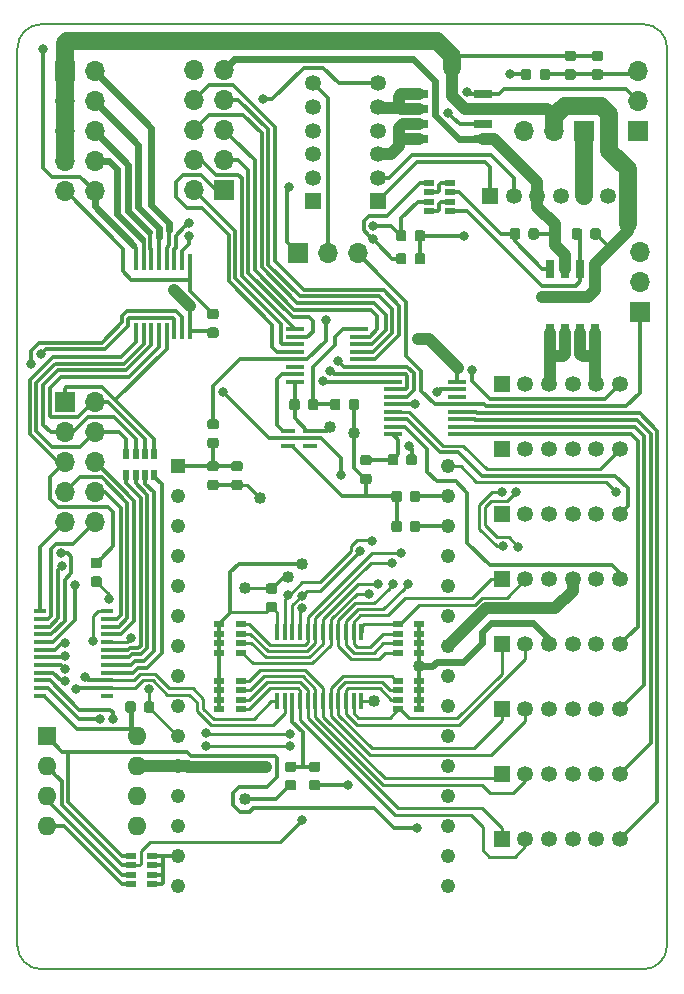
<source format=gbr>
G04 #@! TF.GenerationSoftware,KiCad,Pcbnew,(5.0.0-rc2-190-gf634b7565)*
G04 #@! TF.CreationDate,2018-07-09T23:29:34+02:00*
G04 #@! TF.ProjectId,IoP-mux8-1B,496F502D6D7578382D31422E6B696361,rev?*
G04 #@! TF.SameCoordinates,Original*
G04 #@! TF.FileFunction,Copper,L1,Top,Signal*
G04 #@! TF.FilePolarity,Positive*
%FSLAX46Y46*%
G04 Gerber Fmt 4.6, Leading zero omitted, Abs format (unit mm)*
G04 Created by KiCad (PCBNEW (5.0.0-rc2-190-gf634b7565)) date 07/09/18 23:29:34*
%MOMM*%
%LPD*%
G01*
G04 APERTURE LIST*
G04 #@! TA.AperFunction,NonConductor*
%ADD10C,0.200000*%
G04 #@! TD*
G04 #@! TA.AperFunction,ComponentPad*
%ADD11R,1.350000X1.350000*%
G04 #@! TD*
G04 #@! TA.AperFunction,ComponentPad*
%ADD12C,1.350000*%
G04 #@! TD*
G04 #@! TA.AperFunction,ComponentPad*
%ADD13R,1.700000X1.700000*%
G04 #@! TD*
G04 #@! TA.AperFunction,ComponentPad*
%ADD14O,1.700000X1.700000*%
G04 #@! TD*
G04 #@! TA.AperFunction,ComponentPad*
%ADD15R,1.600000X1.600000*%
G04 #@! TD*
G04 #@! TA.AperFunction,ComponentPad*
%ADD16O,1.600000X1.600000*%
G04 #@! TD*
G04 #@! TA.AperFunction,SMDPad,CuDef*
%ADD17R,1.100000X0.400000*%
G04 #@! TD*
G04 #@! TA.AperFunction,Conductor*
%ADD18C,0.100000*%
G04 #@! TD*
G04 #@! TA.AperFunction,SMDPad,CuDef*
%ADD19C,0.875000*%
G04 #@! TD*
G04 #@! TA.AperFunction,SMDPad,CuDef*
%ADD20R,0.900000X0.600000*%
G04 #@! TD*
G04 #@! TA.AperFunction,SMDPad,CuDef*
%ADD21R,1.525000X0.700000*%
G04 #@! TD*
G04 #@! TA.AperFunction,SMDPad,CuDef*
%ADD22R,0.450000X1.475000*%
G04 #@! TD*
G04 #@! TA.AperFunction,SMDPad,CuDef*
%ADD23R,1.525000X0.435000*%
G04 #@! TD*
G04 #@! TA.AperFunction,SMDPad,CuDef*
%ADD24R,1.200000X0.400000*%
G04 #@! TD*
G04 #@! TA.AperFunction,SMDPad,CuDef*
%ADD25R,0.700000X1.525000*%
G04 #@! TD*
G04 #@! TA.AperFunction,ComponentPad*
%ADD26C,1.235000*%
G04 #@! TD*
G04 #@! TA.AperFunction,ComponentPad*
%ADD27R,1.235000X1.235000*%
G04 #@! TD*
G04 #@! TA.AperFunction,SMDPad,CuDef*
%ADD28R,0.600000X0.900000*%
G04 #@! TD*
G04 #@! TA.AperFunction,ViaPad*
%ADD29C,1.016000*%
G04 #@! TD*
G04 #@! TA.AperFunction,ViaPad*
%ADD30C,0.812800*%
G04 #@! TD*
G04 #@! TA.AperFunction,Conductor*
%ADD31C,0.254000*%
G04 #@! TD*
G04 #@! TA.AperFunction,Conductor*
%ADD32C,1.016000*%
G04 #@! TD*
G04 #@! TA.AperFunction,Conductor*
%ADD33C,0.304800*%
G04 #@! TD*
G04 #@! TA.AperFunction,Conductor*
%ADD34C,0.609600*%
G04 #@! TD*
G04 #@! TA.AperFunction,Conductor*
%ADD35C,0.406400*%
G04 #@! TD*
G04 #@! TA.AperFunction,Conductor*
%ADD36C,1.524000*%
G04 #@! TD*
G04 APERTURE END LIST*
D10*
X180000000Y-125000000D02*
G75*
G02X178000000Y-123000000I0J2000000D01*
G01*
X231000000Y-45000000D02*
G75*
G02X233000000Y-47000000I0J-2000000D01*
G01*
X233000000Y-123000000D02*
G75*
G02X231000000Y-125000000I-2000000J0D01*
G01*
X178000000Y-47000000D02*
G75*
G02X180000000Y-45000000I2000000J0D01*
G01*
X178000000Y-47000000D02*
X178000000Y-123000000D01*
X231000000Y-45000000D02*
X180000000Y-45000000D01*
X233000000Y-123000000D02*
X233000000Y-47000000D01*
X180000000Y-125000000D02*
X231000000Y-125000000D01*
D11*
G04 #@! TO.P,EXT4,1*
G04 #@! TO.N,/SCL4*
X219000000Y-92000000D03*
D12*
G04 #@! TO.P,EXT4,2*
G04 #@! TO.N,/SDA4*
X221000000Y-92000000D03*
G04 #@! TO.P,EXT4,3*
G04 #@! TO.N,/3.3V_SW*
X223000000Y-92000000D03*
G04 #@! TO.P,EXT4,4*
G04 #@! TO.N,GND*
X225000000Y-92000000D03*
G04 #@! TO.P,EXT4,5*
G04 #@! TO.N,/VBAT_SW*
X227000000Y-92000000D03*
G04 #@! TO.P,EXT4,6*
G04 #@! TO.N,/A4*
X229000000Y-92000000D03*
G04 #@! TD*
D13*
G04 #@! TO.P,JP4,1*
G04 #@! TO.N,A9*
X201735000Y-64392000D03*
D14*
G04 #@! TO.P,JP4,2*
G04 #@! TO.N,Net-(JP4-Pad2)*
X204275000Y-64392000D03*
G04 #@! TO.P,JP4,3*
G04 #@! TO.N,M_ANA*
X206815000Y-64392000D03*
G04 #@! TD*
D15*
G04 #@! TO.P,SW1,1*
G04 #@! TO.N,DIP4*
X180500000Y-105300000D03*
D16*
G04 #@! TO.P,SW1,5*
G04 #@! TO.N,3.3V_IN*
X188120000Y-112920000D03*
G04 #@! TO.P,SW1,2*
G04 #@! TO.N,ADDR2*
X180500000Y-107840000D03*
G04 #@! TO.P,SW1,6*
G04 #@! TO.N,3.3V_IN*
X188120000Y-110380000D03*
G04 #@! TO.P,SW1,3*
G04 #@! TO.N,ADDR1*
X180500000Y-110380000D03*
G04 #@! TO.P,SW1,7*
G04 #@! TO.N,3.3V_IN*
X188120000Y-107840000D03*
G04 #@! TO.P,SW1,4*
G04 #@! TO.N,ADDR0*
X180500000Y-112920000D03*
G04 #@! TO.P,SW1,8*
G04 #@! TO.N,3.3V_IN*
X188120000Y-105300000D03*
G04 #@! TD*
D17*
G04 #@! TO.P,IC1,1*
G04 #@! TO.N,Net-(IC1-Pad1)*
X185600000Y-101850000D03*
G04 #@! TO.P,IC1,2*
G04 #@! TO.N,ADDR1*
X185600000Y-101200000D03*
G04 #@! TO.P,IC1,3*
G04 #@! TO.N,ADDR0*
X185600000Y-100550000D03*
G04 #@! TO.P,IC1,4*
G04 #@! TO.N,/I2C-Analog-Expander/GPIO0*
X185600000Y-99900000D03*
G04 #@! TO.P,IC1,5*
G04 #@! TO.N,/I2C-Analog-Expander/GPIO1*
X185600000Y-99250000D03*
G04 #@! TO.P,IC1,6*
G04 #@! TO.N,/I2C-Analog-Expander/GPIO2*
X185600000Y-98600000D03*
G04 #@! TO.P,IC1,7*
G04 #@! TO.N,/I2C-Analog-Expander/GPIO3*
X185600000Y-97950000D03*
G04 #@! TO.P,IC1,8*
G04 #@! TO.N,/I2C-Analog-Expander/GPIO4*
X185600000Y-97300000D03*
G04 #@! TO.P,IC1,9*
G04 #@! TO.N,GPIO5*
X185600000Y-96650000D03*
G04 #@! TO.P,IC1,10*
G04 #@! TO.N,GPIO6*
X185600000Y-96000000D03*
G04 #@! TO.P,IC1,11*
G04 #@! TO.N,GPIO7*
X185600000Y-95350000D03*
G04 #@! TO.P,IC1,12*
G04 #@! TO.N,GND*
X185600000Y-94700000D03*
G04 #@! TO.P,IC1,13*
G04 #@! TO.N,GPIO8*
X179900000Y-94700000D03*
G04 #@! TO.P,IC1,14*
G04 #@! TO.N,GPIO9*
X179900000Y-95350000D03*
G04 #@! TO.P,IC1,15*
G04 #@! TO.N,/I2C-Analog-Expander/3.3V_CTRL*
X179900000Y-96000000D03*
G04 #@! TO.P,IC1,16*
G04 #@! TO.N,/I2C-Analog-Expander/VBAT_CTRL*
X179900000Y-96650000D03*
G04 #@! TO.P,IC1,17*
G04 #@! TO.N,AMUX0*
X179900000Y-97300000D03*
G04 #@! TO.P,IC1,18*
G04 #@! TO.N,AMUX1*
X179900000Y-97950000D03*
G04 #@! TO.P,IC1,19*
G04 #@! TO.N,AMUX2*
X179900000Y-98600000D03*
G04 #@! TO.P,IC1,20*
G04 #@! TO.N,AMUX3*
X179900000Y-99250000D03*
G04 #@! TO.P,IC1,21*
G04 #@! TO.N,ADDR2*
X179900000Y-99900000D03*
G04 #@! TO.P,IC1,22*
G04 #@! TO.N,/M_SCL*
X179900000Y-100550000D03*
G04 #@! TO.P,IC1,23*
G04 #@! TO.N,/M_SDA*
X179900000Y-101200000D03*
G04 #@! TO.P,IC1,24*
G04 #@! TO.N,3.3V_IN*
X179900000Y-101850000D03*
G04 #@! TD*
D18*
G04 #@! TO.N,SWIO4*
G04 #@! TO.C,R10*
G36*
X184937691Y-90176053D02*
X184958926Y-90179203D01*
X184979750Y-90184419D01*
X184999962Y-90191651D01*
X185019368Y-90200830D01*
X185037781Y-90211866D01*
X185055024Y-90224654D01*
X185070930Y-90239070D01*
X185085346Y-90254976D01*
X185098134Y-90272219D01*
X185109170Y-90290632D01*
X185118349Y-90310038D01*
X185125581Y-90330250D01*
X185130797Y-90351074D01*
X185133947Y-90372309D01*
X185135000Y-90393750D01*
X185135000Y-90831250D01*
X185133947Y-90852691D01*
X185130797Y-90873926D01*
X185125581Y-90894750D01*
X185118349Y-90914962D01*
X185109170Y-90934368D01*
X185098134Y-90952781D01*
X185085346Y-90970024D01*
X185070930Y-90985930D01*
X185055024Y-91000346D01*
X185037781Y-91013134D01*
X185019368Y-91024170D01*
X184999962Y-91033349D01*
X184979750Y-91040581D01*
X184958926Y-91045797D01*
X184937691Y-91048947D01*
X184916250Y-91050000D01*
X184403750Y-91050000D01*
X184382309Y-91048947D01*
X184361074Y-91045797D01*
X184340250Y-91040581D01*
X184320038Y-91033349D01*
X184300632Y-91024170D01*
X184282219Y-91013134D01*
X184264976Y-91000346D01*
X184249070Y-90985930D01*
X184234654Y-90970024D01*
X184221866Y-90952781D01*
X184210830Y-90934368D01*
X184201651Y-90914962D01*
X184194419Y-90894750D01*
X184189203Y-90873926D01*
X184186053Y-90852691D01*
X184185000Y-90831250D01*
X184185000Y-90393750D01*
X184186053Y-90372309D01*
X184189203Y-90351074D01*
X184194419Y-90330250D01*
X184201651Y-90310038D01*
X184210830Y-90290632D01*
X184221866Y-90272219D01*
X184234654Y-90254976D01*
X184249070Y-90239070D01*
X184264976Y-90224654D01*
X184282219Y-90211866D01*
X184300632Y-90200830D01*
X184320038Y-90191651D01*
X184340250Y-90184419D01*
X184361074Y-90179203D01*
X184382309Y-90176053D01*
X184403750Y-90175000D01*
X184916250Y-90175000D01*
X184937691Y-90176053D01*
X184937691Y-90176053D01*
G37*
D19*
G04 #@! TD*
G04 #@! TO.P,R10,2*
G04 #@! TO.N,SWIO4*
X184660000Y-90612500D03*
D18*
G04 #@! TO.N,/I2C-Analog-Expander/GPIO4*
G04 #@! TO.C,R10*
G36*
X184937691Y-91751053D02*
X184958926Y-91754203D01*
X184979750Y-91759419D01*
X184999962Y-91766651D01*
X185019368Y-91775830D01*
X185037781Y-91786866D01*
X185055024Y-91799654D01*
X185070930Y-91814070D01*
X185085346Y-91829976D01*
X185098134Y-91847219D01*
X185109170Y-91865632D01*
X185118349Y-91885038D01*
X185125581Y-91905250D01*
X185130797Y-91926074D01*
X185133947Y-91947309D01*
X185135000Y-91968750D01*
X185135000Y-92406250D01*
X185133947Y-92427691D01*
X185130797Y-92448926D01*
X185125581Y-92469750D01*
X185118349Y-92489962D01*
X185109170Y-92509368D01*
X185098134Y-92527781D01*
X185085346Y-92545024D01*
X185070930Y-92560930D01*
X185055024Y-92575346D01*
X185037781Y-92588134D01*
X185019368Y-92599170D01*
X184999962Y-92608349D01*
X184979750Y-92615581D01*
X184958926Y-92620797D01*
X184937691Y-92623947D01*
X184916250Y-92625000D01*
X184403750Y-92625000D01*
X184382309Y-92623947D01*
X184361074Y-92620797D01*
X184340250Y-92615581D01*
X184320038Y-92608349D01*
X184300632Y-92599170D01*
X184282219Y-92588134D01*
X184264976Y-92575346D01*
X184249070Y-92560930D01*
X184234654Y-92545024D01*
X184221866Y-92527781D01*
X184210830Y-92509368D01*
X184201651Y-92489962D01*
X184194419Y-92469750D01*
X184189203Y-92448926D01*
X184186053Y-92427691D01*
X184185000Y-92406250D01*
X184185000Y-91968750D01*
X184186053Y-91947309D01*
X184189203Y-91926074D01*
X184194419Y-91905250D01*
X184201651Y-91885038D01*
X184210830Y-91865632D01*
X184221866Y-91847219D01*
X184234654Y-91829976D01*
X184249070Y-91814070D01*
X184264976Y-91799654D01*
X184282219Y-91786866D01*
X184300632Y-91775830D01*
X184320038Y-91766651D01*
X184340250Y-91759419D01*
X184361074Y-91754203D01*
X184382309Y-91751053D01*
X184403750Y-91750000D01*
X184916250Y-91750000D01*
X184937691Y-91751053D01*
X184937691Y-91751053D01*
G37*
D19*
G04 #@! TD*
G04 #@! TO.P,R10,1*
G04 #@! TO.N,/I2C-Analog-Expander/GPIO4*
X184660000Y-92187500D03*
D18*
G04 #@! TO.N,Net-(C9-Pad1)*
G04 #@! TO.C,R19*
G36*
X205150191Y-76719653D02*
X205171426Y-76722803D01*
X205192250Y-76728019D01*
X205212462Y-76735251D01*
X205231868Y-76744430D01*
X205250281Y-76755466D01*
X205267524Y-76768254D01*
X205283430Y-76782670D01*
X205297846Y-76798576D01*
X205310634Y-76815819D01*
X205321670Y-76834232D01*
X205330849Y-76853638D01*
X205338081Y-76873850D01*
X205343297Y-76894674D01*
X205346447Y-76915909D01*
X205347500Y-76937350D01*
X205347500Y-77449850D01*
X205346447Y-77471291D01*
X205343297Y-77492526D01*
X205338081Y-77513350D01*
X205330849Y-77533562D01*
X205321670Y-77552968D01*
X205310634Y-77571381D01*
X205297846Y-77588624D01*
X205283430Y-77604530D01*
X205267524Y-77618946D01*
X205250281Y-77631734D01*
X205231868Y-77642770D01*
X205212462Y-77651949D01*
X205192250Y-77659181D01*
X205171426Y-77664397D01*
X205150191Y-77667547D01*
X205128750Y-77668600D01*
X204691250Y-77668600D01*
X204669809Y-77667547D01*
X204648574Y-77664397D01*
X204627750Y-77659181D01*
X204607538Y-77651949D01*
X204588132Y-77642770D01*
X204569719Y-77631734D01*
X204552476Y-77618946D01*
X204536570Y-77604530D01*
X204522154Y-77588624D01*
X204509366Y-77571381D01*
X204498330Y-77552968D01*
X204489151Y-77533562D01*
X204481919Y-77513350D01*
X204476703Y-77492526D01*
X204473553Y-77471291D01*
X204472500Y-77449850D01*
X204472500Y-76937350D01*
X204473553Y-76915909D01*
X204476703Y-76894674D01*
X204481919Y-76873850D01*
X204489151Y-76853638D01*
X204498330Y-76834232D01*
X204509366Y-76815819D01*
X204522154Y-76798576D01*
X204536570Y-76782670D01*
X204552476Y-76768254D01*
X204569719Y-76755466D01*
X204588132Y-76744430D01*
X204607538Y-76735251D01*
X204627750Y-76728019D01*
X204648574Y-76722803D01*
X204669809Y-76719653D01*
X204691250Y-76718600D01*
X205128750Y-76718600D01*
X205150191Y-76719653D01*
X205150191Y-76719653D01*
G37*
D19*
G04 #@! TD*
G04 #@! TO.P,R19,1*
G04 #@! TO.N,Net-(C9-Pad1)*
X204910000Y-77193600D03*
D18*
G04 #@! TO.N,3.3V_IN*
G04 #@! TO.C,R19*
G36*
X206725191Y-76719653D02*
X206746426Y-76722803D01*
X206767250Y-76728019D01*
X206787462Y-76735251D01*
X206806868Y-76744430D01*
X206825281Y-76755466D01*
X206842524Y-76768254D01*
X206858430Y-76782670D01*
X206872846Y-76798576D01*
X206885634Y-76815819D01*
X206896670Y-76834232D01*
X206905849Y-76853638D01*
X206913081Y-76873850D01*
X206918297Y-76894674D01*
X206921447Y-76915909D01*
X206922500Y-76937350D01*
X206922500Y-77449850D01*
X206921447Y-77471291D01*
X206918297Y-77492526D01*
X206913081Y-77513350D01*
X206905849Y-77533562D01*
X206896670Y-77552968D01*
X206885634Y-77571381D01*
X206872846Y-77588624D01*
X206858430Y-77604530D01*
X206842524Y-77618946D01*
X206825281Y-77631734D01*
X206806868Y-77642770D01*
X206787462Y-77651949D01*
X206767250Y-77659181D01*
X206746426Y-77664397D01*
X206725191Y-77667547D01*
X206703750Y-77668600D01*
X206266250Y-77668600D01*
X206244809Y-77667547D01*
X206223574Y-77664397D01*
X206202750Y-77659181D01*
X206182538Y-77651949D01*
X206163132Y-77642770D01*
X206144719Y-77631734D01*
X206127476Y-77618946D01*
X206111570Y-77604530D01*
X206097154Y-77588624D01*
X206084366Y-77571381D01*
X206073330Y-77552968D01*
X206064151Y-77533562D01*
X206056919Y-77513350D01*
X206051703Y-77492526D01*
X206048553Y-77471291D01*
X206047500Y-77449850D01*
X206047500Y-76937350D01*
X206048553Y-76915909D01*
X206051703Y-76894674D01*
X206056919Y-76873850D01*
X206064151Y-76853638D01*
X206073330Y-76834232D01*
X206084366Y-76815819D01*
X206097154Y-76798576D01*
X206111570Y-76782670D01*
X206127476Y-76768254D01*
X206144719Y-76755466D01*
X206163132Y-76744430D01*
X206182538Y-76735251D01*
X206202750Y-76728019D01*
X206223574Y-76722803D01*
X206244809Y-76719653D01*
X206266250Y-76718600D01*
X206703750Y-76718600D01*
X206725191Y-76719653D01*
X206725191Y-76719653D01*
G37*
D19*
G04 #@! TD*
G04 #@! TO.P,R19,2*
G04 #@! TO.N,3.3V_IN*
X206485000Y-77193600D03*
D20*
G04 #@! TO.P,R13,8*
G04 #@! TO.N,VBAT_SW_G*
X214625000Y-60825000D03*
G04 #@! TO.P,R13,7*
G04 #@! TO.N,Net-(R13-Pad4)*
X214625000Y-60025000D03*
G04 #@! TO.P,R13,6*
G04 #@! TO.N,3.3V_SW_G*
X214625000Y-59225000D03*
G04 #@! TO.P,R13,5*
G04 #@! TO.N,Net-(R13-Pad2)*
X214625000Y-58425000D03*
G04 #@! TO.P,R13,4*
G04 #@! TO.N,Net-(R13-Pad4)*
X212825000Y-60825000D03*
G04 #@! TO.P,R13,3*
G04 #@! TO.N,Net-(IC2-Pad11)*
X212825000Y-60025000D03*
G04 #@! TO.P,R13,2*
G04 #@! TO.N,Net-(R13-Pad2)*
X212825000Y-59225000D03*
G04 #@! TO.P,R13,1*
G04 #@! TO.N,Net-(IC2-Pad10)*
X212825000Y-58425000D03*
G04 #@! TD*
G04 #@! TO.P,R5,1*
G04 #@! TO.N,GND*
X189400000Y-117800000D03*
G04 #@! TO.P,R5,2*
X189400000Y-117000000D03*
G04 #@! TO.P,R5,3*
X189400000Y-116200000D03*
G04 #@! TO.P,R5,4*
X189400000Y-115400000D03*
G04 #@! TO.P,R5,5*
G04 #@! TO.N,ADDR0*
X187600000Y-117800000D03*
G04 #@! TO.P,R5,6*
G04 #@! TO.N,ADDR1*
X187600000Y-117000000D03*
G04 #@! TO.P,R5,7*
G04 #@! TO.N,ADDR2*
X187600000Y-116200000D03*
G04 #@! TO.P,R5,8*
G04 #@! TO.N,DIP4*
X187600000Y-115400000D03*
G04 #@! TD*
D12*
G04 #@! TO.P,MASTER0,6*
G04 #@! TO.N,/M_OUT*
X228000000Y-59500000D03*
G04 #@! TO.P,MASTER0,5*
G04 #@! TO.N,/M_PWR*
X226000000Y-59500000D03*
G04 #@! TO.P,MASTER0,4*
G04 #@! TO.N,GND*
X224000000Y-59500000D03*
G04 #@! TO.P,MASTER0,3*
G04 #@! TO.N,3.3V_IN*
X222000000Y-59500000D03*
G04 #@! TO.P,MASTER0,2*
G04 #@! TO.N,/M_SDA*
X220000000Y-59500000D03*
D11*
G04 #@! TO.P,MASTER0,1*
G04 #@! TO.N,/M_SCL*
X218000000Y-59500000D03*
G04 #@! TD*
D21*
G04 #@! TO.P,IC8,8*
G04 #@! TO.N,/3.3V_LOC*
X211988000Y-54720000D03*
G04 #@! TO.P,IC8,7*
X211988000Y-53450000D03*
G04 #@! TO.P,IC8,6*
G04 #@! TO.N,/VBAT_LOC*
X211988000Y-52180000D03*
G04 #@! TO.P,IC8,5*
X211988000Y-50910000D03*
G04 #@! TO.P,IC8,4*
G04 #@! TO.N,Net-(IC8-Pad2)*
X217412000Y-50910000D03*
G04 #@! TO.P,IC8,3*
G04 #@! TO.N,VBAT_IN*
X217412000Y-52180000D03*
G04 #@! TO.P,IC8,2*
G04 #@! TO.N,Net-(IC8-Pad2)*
X217412000Y-53450000D03*
G04 #@! TO.P,IC8,1*
G04 #@! TO.N,3.3V_IN*
X217412000Y-54720000D03*
G04 #@! TD*
D22*
G04 #@! TO.P,IC3,1*
G04 #@! TO.N,ADDR0*
X199975000Y-102338000D03*
G04 #@! TO.P,IC3,2*
G04 #@! TO.N,ADDR1*
X200625000Y-102338000D03*
G04 #@! TO.P,IC3,3*
G04 #@! TO.N,Net-(C3-Pad1)*
X201275000Y-102338000D03*
G04 #@! TO.P,IC3,4*
G04 #@! TO.N,/SDA0*
X201925000Y-102338000D03*
G04 #@! TO.P,IC3,5*
G04 #@! TO.N,/SCL0*
X202575000Y-102338000D03*
G04 #@! TO.P,IC3,6*
G04 #@! TO.N,/SDA1*
X203225000Y-102338000D03*
G04 #@! TO.P,IC3,7*
G04 #@! TO.N,/SCL1*
X203875000Y-102338000D03*
G04 #@! TO.P,IC3,8*
G04 #@! TO.N,/SDA2*
X204525000Y-102338000D03*
G04 #@! TO.P,IC3,9*
G04 #@! TO.N,/SCL2*
X205175000Y-102338000D03*
G04 #@! TO.P,IC3,10*
G04 #@! TO.N,/SDA3*
X205825000Y-102338000D03*
G04 #@! TO.P,IC3,11*
G04 #@! TO.N,/SCL3*
X206475000Y-102338000D03*
G04 #@! TO.P,IC3,12*
G04 #@! TO.N,GND*
X207125000Y-102338000D03*
G04 #@! TO.P,IC3,13*
G04 #@! TO.N,/SDA4*
X207125000Y-96462000D03*
G04 #@! TO.P,IC3,14*
G04 #@! TO.N,/SCL4*
X206475000Y-96462000D03*
G04 #@! TO.P,IC3,15*
G04 #@! TO.N,/SDA5*
X205825000Y-96462000D03*
G04 #@! TO.P,IC3,16*
G04 #@! TO.N,/SCL5*
X205175000Y-96462000D03*
G04 #@! TO.P,IC3,17*
G04 #@! TO.N,/SDA6*
X204525000Y-96462000D03*
G04 #@! TO.P,IC3,18*
G04 #@! TO.N,/SCL6*
X203875000Y-96462000D03*
G04 #@! TO.P,IC3,19*
G04 #@! TO.N,/SDA7*
X203225000Y-96462000D03*
G04 #@! TO.P,IC3,20*
G04 #@! TO.N,/SCL7*
X202575000Y-96462000D03*
G04 #@! TO.P,IC3,21*
G04 #@! TO.N,ADDR2*
X201925000Y-96462000D03*
G04 #@! TO.P,IC3,22*
G04 #@! TO.N,/M_SCL*
X201275000Y-96462000D03*
G04 #@! TO.P,IC3,23*
G04 #@! TO.N,/M_SDA*
X200625000Y-96462000D03*
G04 #@! TO.P,IC3,24*
G04 #@! TO.N,/3.3V_SW*
X199975000Y-96462000D03*
G04 #@! TD*
D23*
G04 #@! TO.P,IC7,16*
G04 #@! TO.N,Net-(C8-Pad2)*
X209788000Y-79722000D03*
G04 #@! TO.P,IC7,15*
G04 #@! TO.N,/A4*
X209788000Y-79088000D03*
G04 #@! TO.P,IC7,14*
G04 #@! TO.N,/A5*
X209788000Y-78452000D03*
G04 #@! TO.P,IC7,13*
G04 #@! TO.N,/A6*
X209788000Y-77818000D03*
G04 #@! TO.P,IC7,12*
G04 #@! TO.N,/A7*
X209788000Y-77182000D03*
G04 #@! TO.P,IC7,11*
G04 #@! TO.N,AMUX0*
X209788000Y-76548000D03*
G04 #@! TO.P,IC7,10*
G04 #@! TO.N,AMUX1*
X209788000Y-75912000D03*
G04 #@! TO.P,IC7,9*
G04 #@! TO.N,AMUX2*
X209788000Y-75278000D03*
G04 #@! TO.P,IC7,8*
G04 #@! TO.N,GND*
X215212000Y-75278000D03*
G04 #@! TO.P,IC7,7*
G04 #@! TO.N,AMUX3*
X215212000Y-75912000D03*
G04 #@! TO.P,IC7,6*
G04 #@! TO.N,Net-(IC7-Pad6)*
X215212000Y-76548000D03*
G04 #@! TO.P,IC7,5*
G04 #@! TO.N,M_ANA*
X215212000Y-77182000D03*
G04 #@! TO.P,IC7,4*
G04 #@! TO.N,/A0*
X215212000Y-77818000D03*
G04 #@! TO.P,IC7,3*
G04 #@! TO.N,/A1*
X215212000Y-78452000D03*
G04 #@! TO.P,IC7,2*
G04 #@! TO.N,/A2*
X215212000Y-79088000D03*
G04 #@! TO.P,IC7,1*
G04 #@! TO.N,/A3*
X215212000Y-79722000D03*
G04 #@! TD*
D24*
G04 #@! TO.P,IC6,1*
G04 #@! TO.N,Net-(IC6-Pad1)*
X202800000Y-80700000D03*
G04 #@! TO.P,IC6,2*
G04 #@! TO.N,AMUX3*
X202800000Y-80050000D03*
G04 #@! TO.P,IC6,3*
G04 #@! TO.N,GND*
X202800000Y-79400000D03*
G04 #@! TO.P,IC6,4*
G04 #@! TO.N,Net-(IC5-Pad7)*
X200900000Y-79400000D03*
G04 #@! TO.P,IC6,5*
G04 #@! TO.N,3.3V_IN*
X200900000Y-80700000D03*
G04 #@! TD*
D25*
G04 #@! TO.P,IC4,1*
G04 #@! TO.N,VBAT_IN*
X226905000Y-65688000D03*
G04 #@! TO.P,IC4,2*
G04 #@! TO.N,VBAT_SW_G*
X225635000Y-65688000D03*
G04 #@! TO.P,IC4,3*
G04 #@! TO.N,3.3V_IN*
X224365000Y-65688000D03*
G04 #@! TO.P,IC4,4*
G04 #@! TO.N,3.3V_SW_G*
X223095000Y-65688000D03*
G04 #@! TO.P,IC4,5*
G04 #@! TO.N,/3.3V_SW*
X223095000Y-71112000D03*
G04 #@! TO.P,IC4,6*
X224365000Y-71112000D03*
G04 #@! TO.P,IC4,7*
G04 #@! TO.N,/VBAT_SW*
X225635000Y-71112000D03*
G04 #@! TO.P,IC4,8*
X226905000Y-71112000D03*
G04 #@! TD*
D22*
G04 #@! TO.P,IC2,1*
G04 #@! TO.N,SWIO4*
X188025000Y-70988000D03*
G04 #@! TO.P,IC2,2*
G04 #@! TO.N,SWIO3*
X188675000Y-70988000D03*
G04 #@! TO.P,IC2,3*
G04 #@! TO.N,SWIO2*
X189325000Y-70988000D03*
G04 #@! TO.P,IC2,4*
G04 #@! TO.N,SWIO1*
X189975000Y-70988000D03*
G04 #@! TO.P,IC2,5*
G04 #@! TO.N,SWIO0*
X190625000Y-70988000D03*
G04 #@! TO.P,IC2,6*
G04 #@! TO.N,/I2C-Analog-Expander/VBAT_CTRL*
X191275000Y-70988000D03*
G04 #@! TO.P,IC2,7*
G04 #@! TO.N,/I2C-Analog-Expander/3.3V_CTRL*
X191925000Y-70988000D03*
G04 #@! TO.P,IC2,8*
G04 #@! TO.N,GND*
X192575000Y-70988000D03*
G04 #@! TO.P,IC2,9*
G04 #@! TO.N,VBAT_IN*
X192575000Y-65112000D03*
G04 #@! TO.P,IC2,10*
G04 #@! TO.N,Net-(IC2-Pad10)*
X191925000Y-65112000D03*
G04 #@! TO.P,IC2,11*
G04 #@! TO.N,Net-(IC2-Pad11)*
X191275000Y-65112000D03*
G04 #@! TO.P,IC2,12*
G04 #@! TO.N,PSW0*
X190625000Y-65112000D03*
G04 #@! TO.P,IC2,13*
G04 #@! TO.N,PSW1*
X189975000Y-65112000D03*
G04 #@! TO.P,IC2,14*
G04 #@! TO.N,PSW2*
X189325000Y-65112000D03*
G04 #@! TO.P,IC2,15*
G04 #@! TO.N,PSW3*
X188675000Y-65112000D03*
G04 #@! TO.P,IC2,16*
G04 #@! TO.N,PSW4*
X188025000Y-65112000D03*
G04 #@! TD*
D23*
G04 #@! TO.P,IC5,1*
G04 #@! TO.N,A11*
X201476000Y-70831000D03*
G04 #@! TO.P,IC5,2*
G04 #@! TO.N,A10*
X201476000Y-71465000D03*
G04 #@! TO.P,IC5,3*
G04 #@! TO.N,A9*
X201476000Y-72101000D03*
G04 #@! TO.P,IC5,4*
G04 #@! TO.N,A8*
X201476000Y-72735000D03*
G04 #@! TO.P,IC5,5*
G04 #@! TO.N,M_ANA*
X201476000Y-73371000D03*
G04 #@! TO.P,IC5,6*
G04 #@! TO.N,Net-(IC5-Pad6)*
X201476000Y-74005000D03*
G04 #@! TO.P,IC5,7*
G04 #@! TO.N,Net-(IC5-Pad7)*
X201476000Y-74641000D03*
G04 #@! TO.P,IC5,8*
G04 #@! TO.N,GND*
X201476000Y-75275000D03*
G04 #@! TO.P,IC5,9*
G04 #@! TO.N,AMUX2*
X206900000Y-75275000D03*
G04 #@! TO.P,IC5,10*
G04 #@! TO.N,AMUX1*
X206900000Y-74641000D03*
G04 #@! TO.P,IC5,11*
G04 #@! TO.N,AMUX0*
X206900000Y-74005000D03*
G04 #@! TO.P,IC5,12*
G04 #@! TO.N,A15*
X206900000Y-73371000D03*
G04 #@! TO.P,IC5,13*
G04 #@! TO.N,A14*
X206900000Y-72735000D03*
G04 #@! TO.P,IC5,14*
G04 #@! TO.N,A13*
X206900000Y-72101000D03*
G04 #@! TO.P,IC5,15*
G04 #@! TO.N,A12*
X206900000Y-71465000D03*
G04 #@! TO.P,IC5,16*
G04 #@! TO.N,Net-(C9-Pad1)*
X206900000Y-70831000D03*
G04 #@! TD*
D18*
G04 #@! TO.N,GND*
G04 #@! TO.C,C10*
G36*
X196856491Y-83564353D02*
X196877726Y-83567503D01*
X196898550Y-83572719D01*
X196918762Y-83579951D01*
X196938168Y-83589130D01*
X196956581Y-83600166D01*
X196973824Y-83612954D01*
X196989730Y-83627370D01*
X197004146Y-83643276D01*
X197016934Y-83660519D01*
X197027970Y-83678932D01*
X197037149Y-83698338D01*
X197044381Y-83718550D01*
X197049597Y-83739374D01*
X197052747Y-83760609D01*
X197053800Y-83782050D01*
X197053800Y-84219550D01*
X197052747Y-84240991D01*
X197049597Y-84262226D01*
X197044381Y-84283050D01*
X197037149Y-84303262D01*
X197027970Y-84322668D01*
X197016934Y-84341081D01*
X197004146Y-84358324D01*
X196989730Y-84374230D01*
X196973824Y-84388646D01*
X196956581Y-84401434D01*
X196938168Y-84412470D01*
X196918762Y-84421649D01*
X196898550Y-84428881D01*
X196877726Y-84434097D01*
X196856491Y-84437247D01*
X196835050Y-84438300D01*
X196322550Y-84438300D01*
X196301109Y-84437247D01*
X196279874Y-84434097D01*
X196259050Y-84428881D01*
X196238838Y-84421649D01*
X196219432Y-84412470D01*
X196201019Y-84401434D01*
X196183776Y-84388646D01*
X196167870Y-84374230D01*
X196153454Y-84358324D01*
X196140666Y-84341081D01*
X196129630Y-84322668D01*
X196120451Y-84303262D01*
X196113219Y-84283050D01*
X196108003Y-84262226D01*
X196104853Y-84240991D01*
X196103800Y-84219550D01*
X196103800Y-83782050D01*
X196104853Y-83760609D01*
X196108003Y-83739374D01*
X196113219Y-83718550D01*
X196120451Y-83698338D01*
X196129630Y-83678932D01*
X196140666Y-83660519D01*
X196153454Y-83643276D01*
X196167870Y-83627370D01*
X196183776Y-83612954D01*
X196201019Y-83600166D01*
X196219432Y-83589130D01*
X196238838Y-83579951D01*
X196259050Y-83572719D01*
X196279874Y-83567503D01*
X196301109Y-83564353D01*
X196322550Y-83563300D01*
X196835050Y-83563300D01*
X196856491Y-83564353D01*
X196856491Y-83564353D01*
G37*
D19*
G04 #@! TD*
G04 #@! TO.P,C10,1*
G04 #@! TO.N,GND*
X196578800Y-84000800D03*
D18*
G04 #@! TO.N,Net-(C10-Pad2)*
G04 #@! TO.C,C10*
G36*
X196856491Y-81989353D02*
X196877726Y-81992503D01*
X196898550Y-81997719D01*
X196918762Y-82004951D01*
X196938168Y-82014130D01*
X196956581Y-82025166D01*
X196973824Y-82037954D01*
X196989730Y-82052370D01*
X197004146Y-82068276D01*
X197016934Y-82085519D01*
X197027970Y-82103932D01*
X197037149Y-82123338D01*
X197044381Y-82143550D01*
X197049597Y-82164374D01*
X197052747Y-82185609D01*
X197053800Y-82207050D01*
X197053800Y-82644550D01*
X197052747Y-82665991D01*
X197049597Y-82687226D01*
X197044381Y-82708050D01*
X197037149Y-82728262D01*
X197027970Y-82747668D01*
X197016934Y-82766081D01*
X197004146Y-82783324D01*
X196989730Y-82799230D01*
X196973824Y-82813646D01*
X196956581Y-82826434D01*
X196938168Y-82837470D01*
X196918762Y-82846649D01*
X196898550Y-82853881D01*
X196877726Y-82859097D01*
X196856491Y-82862247D01*
X196835050Y-82863300D01*
X196322550Y-82863300D01*
X196301109Y-82862247D01*
X196279874Y-82859097D01*
X196259050Y-82853881D01*
X196238838Y-82846649D01*
X196219432Y-82837470D01*
X196201019Y-82826434D01*
X196183776Y-82813646D01*
X196167870Y-82799230D01*
X196153454Y-82783324D01*
X196140666Y-82766081D01*
X196129630Y-82747668D01*
X196120451Y-82728262D01*
X196113219Y-82708050D01*
X196108003Y-82687226D01*
X196104853Y-82665991D01*
X196103800Y-82644550D01*
X196103800Y-82207050D01*
X196104853Y-82185609D01*
X196108003Y-82164374D01*
X196113219Y-82143550D01*
X196120451Y-82123338D01*
X196129630Y-82103932D01*
X196140666Y-82085519D01*
X196153454Y-82068276D01*
X196167870Y-82052370D01*
X196183776Y-82037954D01*
X196201019Y-82025166D01*
X196219432Y-82014130D01*
X196238838Y-82004951D01*
X196259050Y-81997719D01*
X196279874Y-81992503D01*
X196301109Y-81989353D01*
X196322550Y-81988300D01*
X196835050Y-81988300D01*
X196856491Y-81989353D01*
X196856491Y-81989353D01*
G37*
D19*
G04 #@! TD*
G04 #@! TO.P,C10,2*
G04 #@! TO.N,Net-(C10-Pad2)*
X196578800Y-82425800D03*
D18*
G04 #@! TO.N,M_ANA*
G04 #@! TO.C,R18*
G36*
X194837691Y-78433353D02*
X194858926Y-78436503D01*
X194879750Y-78441719D01*
X194899962Y-78448951D01*
X194919368Y-78458130D01*
X194937781Y-78469166D01*
X194955024Y-78481954D01*
X194970930Y-78496370D01*
X194985346Y-78512276D01*
X194998134Y-78529519D01*
X195009170Y-78547932D01*
X195018349Y-78567338D01*
X195025581Y-78587550D01*
X195030797Y-78608374D01*
X195033947Y-78629609D01*
X195035000Y-78651050D01*
X195035000Y-79088550D01*
X195033947Y-79109991D01*
X195030797Y-79131226D01*
X195025581Y-79152050D01*
X195018349Y-79172262D01*
X195009170Y-79191668D01*
X194998134Y-79210081D01*
X194985346Y-79227324D01*
X194970930Y-79243230D01*
X194955024Y-79257646D01*
X194937781Y-79270434D01*
X194919368Y-79281470D01*
X194899962Y-79290649D01*
X194879750Y-79297881D01*
X194858926Y-79303097D01*
X194837691Y-79306247D01*
X194816250Y-79307300D01*
X194303750Y-79307300D01*
X194282309Y-79306247D01*
X194261074Y-79303097D01*
X194240250Y-79297881D01*
X194220038Y-79290649D01*
X194200632Y-79281470D01*
X194182219Y-79270434D01*
X194164976Y-79257646D01*
X194149070Y-79243230D01*
X194134654Y-79227324D01*
X194121866Y-79210081D01*
X194110830Y-79191668D01*
X194101651Y-79172262D01*
X194094419Y-79152050D01*
X194089203Y-79131226D01*
X194086053Y-79109991D01*
X194085000Y-79088550D01*
X194085000Y-78651050D01*
X194086053Y-78629609D01*
X194089203Y-78608374D01*
X194094419Y-78587550D01*
X194101651Y-78567338D01*
X194110830Y-78547932D01*
X194121866Y-78529519D01*
X194134654Y-78512276D01*
X194149070Y-78496370D01*
X194164976Y-78481954D01*
X194182219Y-78469166D01*
X194200632Y-78458130D01*
X194220038Y-78448951D01*
X194240250Y-78441719D01*
X194261074Y-78436503D01*
X194282309Y-78433353D01*
X194303750Y-78432300D01*
X194816250Y-78432300D01*
X194837691Y-78433353D01*
X194837691Y-78433353D01*
G37*
D19*
G04 #@! TD*
G04 #@! TO.P,R18,2*
G04 #@! TO.N,M_ANA*
X194560000Y-78869800D03*
D18*
G04 #@! TO.N,Net-(C10-Pad2)*
G04 #@! TO.C,R18*
G36*
X194837691Y-80008353D02*
X194858926Y-80011503D01*
X194879750Y-80016719D01*
X194899962Y-80023951D01*
X194919368Y-80033130D01*
X194937781Y-80044166D01*
X194955024Y-80056954D01*
X194970930Y-80071370D01*
X194985346Y-80087276D01*
X194998134Y-80104519D01*
X195009170Y-80122932D01*
X195018349Y-80142338D01*
X195025581Y-80162550D01*
X195030797Y-80183374D01*
X195033947Y-80204609D01*
X195035000Y-80226050D01*
X195035000Y-80663550D01*
X195033947Y-80684991D01*
X195030797Y-80706226D01*
X195025581Y-80727050D01*
X195018349Y-80747262D01*
X195009170Y-80766668D01*
X194998134Y-80785081D01*
X194985346Y-80802324D01*
X194970930Y-80818230D01*
X194955024Y-80832646D01*
X194937781Y-80845434D01*
X194919368Y-80856470D01*
X194899962Y-80865649D01*
X194879750Y-80872881D01*
X194858926Y-80878097D01*
X194837691Y-80881247D01*
X194816250Y-80882300D01*
X194303750Y-80882300D01*
X194282309Y-80881247D01*
X194261074Y-80878097D01*
X194240250Y-80872881D01*
X194220038Y-80865649D01*
X194200632Y-80856470D01*
X194182219Y-80845434D01*
X194164976Y-80832646D01*
X194149070Y-80818230D01*
X194134654Y-80802324D01*
X194121866Y-80785081D01*
X194110830Y-80766668D01*
X194101651Y-80747262D01*
X194094419Y-80727050D01*
X194089203Y-80706226D01*
X194086053Y-80684991D01*
X194085000Y-80663550D01*
X194085000Y-80226050D01*
X194086053Y-80204609D01*
X194089203Y-80183374D01*
X194094419Y-80162550D01*
X194101651Y-80142338D01*
X194110830Y-80122932D01*
X194121866Y-80104519D01*
X194134654Y-80087276D01*
X194149070Y-80071370D01*
X194164976Y-80056954D01*
X194182219Y-80044166D01*
X194200632Y-80033130D01*
X194220038Y-80023951D01*
X194240250Y-80016719D01*
X194261074Y-80011503D01*
X194282309Y-80008353D01*
X194303750Y-80007300D01*
X194816250Y-80007300D01*
X194837691Y-80008353D01*
X194837691Y-80008353D01*
G37*
D19*
G04 #@! TD*
G04 #@! TO.P,R18,1*
G04 #@! TO.N,Net-(C10-Pad2)*
X194560000Y-80444800D03*
D18*
G04 #@! TO.N,Net-(C10-Pad2)*
G04 #@! TO.C,R17*
G36*
X194824491Y-81989553D02*
X194845726Y-81992703D01*
X194866550Y-81997919D01*
X194886762Y-82005151D01*
X194906168Y-82014330D01*
X194924581Y-82025366D01*
X194941824Y-82038154D01*
X194957730Y-82052570D01*
X194972146Y-82068476D01*
X194984934Y-82085719D01*
X194995970Y-82104132D01*
X195005149Y-82123538D01*
X195012381Y-82143750D01*
X195017597Y-82164574D01*
X195020747Y-82185809D01*
X195021800Y-82207250D01*
X195021800Y-82644750D01*
X195020747Y-82666191D01*
X195017597Y-82687426D01*
X195012381Y-82708250D01*
X195005149Y-82728462D01*
X194995970Y-82747868D01*
X194984934Y-82766281D01*
X194972146Y-82783524D01*
X194957730Y-82799430D01*
X194941824Y-82813846D01*
X194924581Y-82826634D01*
X194906168Y-82837670D01*
X194886762Y-82846849D01*
X194866550Y-82854081D01*
X194845726Y-82859297D01*
X194824491Y-82862447D01*
X194803050Y-82863500D01*
X194290550Y-82863500D01*
X194269109Y-82862447D01*
X194247874Y-82859297D01*
X194227050Y-82854081D01*
X194206838Y-82846849D01*
X194187432Y-82837670D01*
X194169019Y-82826634D01*
X194151776Y-82813846D01*
X194135870Y-82799430D01*
X194121454Y-82783524D01*
X194108666Y-82766281D01*
X194097630Y-82747868D01*
X194088451Y-82728462D01*
X194081219Y-82708250D01*
X194076003Y-82687426D01*
X194072853Y-82666191D01*
X194071800Y-82644750D01*
X194071800Y-82207250D01*
X194072853Y-82185809D01*
X194076003Y-82164574D01*
X194081219Y-82143750D01*
X194088451Y-82123538D01*
X194097630Y-82104132D01*
X194108666Y-82085719D01*
X194121454Y-82068476D01*
X194135870Y-82052570D01*
X194151776Y-82038154D01*
X194169019Y-82025366D01*
X194187432Y-82014330D01*
X194206838Y-82005151D01*
X194227050Y-81997919D01*
X194247874Y-81992703D01*
X194269109Y-81989553D01*
X194290550Y-81988500D01*
X194803050Y-81988500D01*
X194824491Y-81989553D01*
X194824491Y-81989553D01*
G37*
D19*
G04 #@! TD*
G04 #@! TO.P,R17,1*
G04 #@! TO.N,Net-(C10-Pad2)*
X194546800Y-82426000D03*
D18*
G04 #@! TO.N,GND*
G04 #@! TO.C,R17*
G36*
X194824491Y-83564553D02*
X194845726Y-83567703D01*
X194866550Y-83572919D01*
X194886762Y-83580151D01*
X194906168Y-83589330D01*
X194924581Y-83600366D01*
X194941824Y-83613154D01*
X194957730Y-83627570D01*
X194972146Y-83643476D01*
X194984934Y-83660719D01*
X194995970Y-83679132D01*
X195005149Y-83698538D01*
X195012381Y-83718750D01*
X195017597Y-83739574D01*
X195020747Y-83760809D01*
X195021800Y-83782250D01*
X195021800Y-84219750D01*
X195020747Y-84241191D01*
X195017597Y-84262426D01*
X195012381Y-84283250D01*
X195005149Y-84303462D01*
X194995970Y-84322868D01*
X194984934Y-84341281D01*
X194972146Y-84358524D01*
X194957730Y-84374430D01*
X194941824Y-84388846D01*
X194924581Y-84401634D01*
X194906168Y-84412670D01*
X194886762Y-84421849D01*
X194866550Y-84429081D01*
X194845726Y-84434297D01*
X194824491Y-84437447D01*
X194803050Y-84438500D01*
X194290550Y-84438500D01*
X194269109Y-84437447D01*
X194247874Y-84434297D01*
X194227050Y-84429081D01*
X194206838Y-84421849D01*
X194187432Y-84412670D01*
X194169019Y-84401634D01*
X194151776Y-84388846D01*
X194135870Y-84374430D01*
X194121454Y-84358524D01*
X194108666Y-84341281D01*
X194097630Y-84322868D01*
X194088451Y-84303462D01*
X194081219Y-84283250D01*
X194076003Y-84262426D01*
X194072853Y-84241191D01*
X194071800Y-84219750D01*
X194071800Y-83782250D01*
X194072853Y-83760809D01*
X194076003Y-83739574D01*
X194081219Y-83718750D01*
X194088451Y-83698538D01*
X194097630Y-83679132D01*
X194108666Y-83660719D01*
X194121454Y-83643476D01*
X194135870Y-83627570D01*
X194151776Y-83613154D01*
X194169019Y-83600366D01*
X194187432Y-83589330D01*
X194206838Y-83580151D01*
X194227050Y-83572919D01*
X194247874Y-83567703D01*
X194269109Y-83564553D01*
X194290550Y-83563500D01*
X194803050Y-83563500D01*
X194824491Y-83564553D01*
X194824491Y-83564553D01*
G37*
D19*
G04 #@! TD*
G04 #@! TO.P,R17,2*
G04 #@! TO.N,GND*
X194546800Y-84001000D03*
D26*
G04 #@! TO.P,U1,30*
G04 #@! TO.N,/ENA_OUT*
X214430000Y-82440000D03*
G04 #@! TO.P,U1,29*
G04 #@! TO.N,/M_SCL*
X214430000Y-84980000D03*
G04 #@! TO.P,U1,28*
G04 #@! TO.N,/M_SDA*
X214430000Y-87520000D03*
G04 #@! TO.P,U1,27*
G04 #@! TO.N,Net-(U1-Pad27)*
X214430000Y-90060000D03*
G04 #@! TO.P,U1,26*
G04 #@! TO.N,Net-(U1-Pad26)*
X214430000Y-92600000D03*
G04 #@! TO.P,U1,25*
G04 #@! TO.N,3.3V_IN*
X214430000Y-95140000D03*
G04 #@! TO.P,U1,24*
G04 #@! TO.N,GND*
X214430000Y-97680000D03*
G04 #@! TO.P,U1,23*
G04 #@! TO.N,Net-(U1-Pad23)*
X214430000Y-100220000D03*
G04 #@! TO.P,U1,22*
G04 #@! TO.N,Net-(U1-Pad22)*
X214430000Y-102760000D03*
G04 #@! TO.P,U1,21*
G04 #@! TO.N,Net-(U1-Pad21)*
X214430000Y-105300000D03*
G04 #@! TO.P,U1,20*
G04 #@! TO.N,Net-(U1-Pad20)*
X214430000Y-107840000D03*
G04 #@! TO.P,U1,19*
G04 #@! TO.N,DIP4*
X214430000Y-110380000D03*
G04 #@! TO.P,U1,18*
G04 #@! TO.N,Net-(U1-Pad18)*
X214430000Y-112920000D03*
G04 #@! TO.P,U1,17*
G04 #@! TO.N,GND*
X214430000Y-115460000D03*
G04 #@! TO.P,U1,16*
G04 #@! TO.N,3.3V_IN*
X214430000Y-118000000D03*
G04 #@! TO.P,U1,15*
G04 #@! TO.N,VUSB*
X191570000Y-118000000D03*
G04 #@! TO.P,U1,14*
G04 #@! TO.N,GND*
X191570000Y-115460000D03*
G04 #@! TO.P,U1,13*
G04 #@! TO.N,Net-(U1-Pad13)*
X191570000Y-112920000D03*
G04 #@! TO.P,U1,12*
G04 #@! TO.N,Net-(U1-Pad12)*
X191570000Y-110380000D03*
G04 #@! TO.P,U1,11*
G04 #@! TO.N,3.3V_IN*
X191570000Y-107840000D03*
G04 #@! TO.P,U1,10*
G04 #@! TO.N,GND*
X191570000Y-105300000D03*
G04 #@! TO.P,U1,9*
G04 #@! TO.N,Net-(U1-Pad9)*
X191570000Y-102760000D03*
G04 #@! TO.P,U1,8*
G04 #@! TO.N,Net-(U1-Pad8)*
X191570000Y-100220000D03*
G04 #@! TO.P,U1,7*
G04 #@! TO.N,Net-(U1-Pad7)*
X191570000Y-97680000D03*
G04 #@! TO.P,U1,6*
G04 #@! TO.N,Net-(U1-Pad6)*
X191570000Y-95140000D03*
G04 #@! TO.P,U1,5*
G04 #@! TO.N,Net-(U1-Pad5)*
X191570000Y-92600000D03*
G04 #@! TO.P,U1,4*
G04 #@! TO.N,Net-(U1-Pad4)*
X191570000Y-90060000D03*
G04 #@! TO.P,U1,3*
G04 #@! TO.N,Net-(U1-Pad3)*
X191570000Y-87520000D03*
G04 #@! TO.P,U1,2*
G04 #@! TO.N,Net-(U1-Pad2)*
X191570000Y-84980000D03*
D27*
G04 #@! TO.P,U1,1*
G04 #@! TO.N,Net-(C10-Pad2)*
X191570000Y-82440000D03*
G04 #@! TD*
D13*
G04 #@! TO.P,J1,1*
G04 #@! TO.N,VBAT_IN*
X182000000Y-49000000D03*
D14*
G04 #@! TO.P,J1,2*
G04 #@! TO.N,PSW0*
X184540000Y-49000000D03*
G04 #@! TO.P,J1,3*
G04 #@! TO.N,VBAT_IN*
X182000000Y-51540000D03*
G04 #@! TO.P,J1,4*
G04 #@! TO.N,PSW1*
X184540000Y-51540000D03*
G04 #@! TO.P,J1,5*
G04 #@! TO.N,VBAT_IN*
X182000000Y-54080000D03*
G04 #@! TO.P,J1,6*
G04 #@! TO.N,PSW2*
X184540000Y-54080000D03*
G04 #@! TO.P,J1,7*
G04 #@! TO.N,VBAT_IN*
X182000000Y-56620000D03*
G04 #@! TO.P,J1,8*
G04 #@! TO.N,PSW3*
X184540000Y-56620000D03*
G04 #@! TO.P,J1,9*
G04 #@! TO.N,VBAT_IN*
X182000000Y-59160000D03*
G04 #@! TO.P,J1,10*
G04 #@! TO.N,PSW4*
X184540000Y-59160000D03*
G04 #@! TD*
G04 #@! TO.P,J3,10*
G04 #@! TO.N,GND*
X192960000Y-48840000D03*
G04 #@! TO.P,J3,9*
G04 #@! TO.N,3.3V_IN*
X195500000Y-48840000D03*
G04 #@! TO.P,J3,8*
G04 #@! TO.N,A15*
X192960000Y-51380000D03*
G04 #@! TO.P,J3,7*
G04 #@! TO.N,A14*
X195500000Y-51380000D03*
G04 #@! TO.P,J3,6*
G04 #@! TO.N,A13*
X192960000Y-53920000D03*
G04 #@! TO.P,J3,5*
G04 #@! TO.N,A12*
X195500000Y-53920000D03*
G04 #@! TO.P,J3,4*
G04 #@! TO.N,A11*
X192960000Y-56460000D03*
G04 #@! TO.P,J3,3*
G04 #@! TO.N,A10*
X195500000Y-56460000D03*
G04 #@! TO.P,J3,2*
G04 #@! TO.N,A9*
X192960000Y-59000000D03*
D13*
G04 #@! TO.P,J3,1*
G04 #@! TO.N,A8*
X195500000Y-59000000D03*
G04 #@! TD*
D18*
G04 #@! TO.N,3.3V_IN*
G04 #@! TO.C,C2*
G36*
X187812091Y-102330253D02*
X187833326Y-102333403D01*
X187854150Y-102338619D01*
X187874362Y-102345851D01*
X187893768Y-102355030D01*
X187912181Y-102366066D01*
X187929424Y-102378854D01*
X187945330Y-102393270D01*
X187959746Y-102409176D01*
X187972534Y-102426419D01*
X187983570Y-102444832D01*
X187992749Y-102464238D01*
X187999981Y-102484450D01*
X188005197Y-102505274D01*
X188008347Y-102526509D01*
X188009400Y-102547950D01*
X188009400Y-103060450D01*
X188008347Y-103081891D01*
X188005197Y-103103126D01*
X187999981Y-103123950D01*
X187992749Y-103144162D01*
X187983570Y-103163568D01*
X187972534Y-103181981D01*
X187959746Y-103199224D01*
X187945330Y-103215130D01*
X187929424Y-103229546D01*
X187912181Y-103242334D01*
X187893768Y-103253370D01*
X187874362Y-103262549D01*
X187854150Y-103269781D01*
X187833326Y-103274997D01*
X187812091Y-103278147D01*
X187790650Y-103279200D01*
X187353150Y-103279200D01*
X187331709Y-103278147D01*
X187310474Y-103274997D01*
X187289650Y-103269781D01*
X187269438Y-103262549D01*
X187250032Y-103253370D01*
X187231619Y-103242334D01*
X187214376Y-103229546D01*
X187198470Y-103215130D01*
X187184054Y-103199224D01*
X187171266Y-103181981D01*
X187160230Y-103163568D01*
X187151051Y-103144162D01*
X187143819Y-103123950D01*
X187138603Y-103103126D01*
X187135453Y-103081891D01*
X187134400Y-103060450D01*
X187134400Y-102547950D01*
X187135453Y-102526509D01*
X187138603Y-102505274D01*
X187143819Y-102484450D01*
X187151051Y-102464238D01*
X187160230Y-102444832D01*
X187171266Y-102426419D01*
X187184054Y-102409176D01*
X187198470Y-102393270D01*
X187214376Y-102378854D01*
X187231619Y-102366066D01*
X187250032Y-102355030D01*
X187269438Y-102345851D01*
X187289650Y-102338619D01*
X187310474Y-102333403D01*
X187331709Y-102330253D01*
X187353150Y-102329200D01*
X187790650Y-102329200D01*
X187812091Y-102330253D01*
X187812091Y-102330253D01*
G37*
D19*
G04 #@! TD*
G04 #@! TO.P,C2,1*
G04 #@! TO.N,3.3V_IN*
X187571900Y-102804200D03*
D18*
G04 #@! TO.N,GND*
G04 #@! TO.C,C2*
G36*
X189387091Y-102330253D02*
X189408326Y-102333403D01*
X189429150Y-102338619D01*
X189449362Y-102345851D01*
X189468768Y-102355030D01*
X189487181Y-102366066D01*
X189504424Y-102378854D01*
X189520330Y-102393270D01*
X189534746Y-102409176D01*
X189547534Y-102426419D01*
X189558570Y-102444832D01*
X189567749Y-102464238D01*
X189574981Y-102484450D01*
X189580197Y-102505274D01*
X189583347Y-102526509D01*
X189584400Y-102547950D01*
X189584400Y-103060450D01*
X189583347Y-103081891D01*
X189580197Y-103103126D01*
X189574981Y-103123950D01*
X189567749Y-103144162D01*
X189558570Y-103163568D01*
X189547534Y-103181981D01*
X189534746Y-103199224D01*
X189520330Y-103215130D01*
X189504424Y-103229546D01*
X189487181Y-103242334D01*
X189468768Y-103253370D01*
X189449362Y-103262549D01*
X189429150Y-103269781D01*
X189408326Y-103274997D01*
X189387091Y-103278147D01*
X189365650Y-103279200D01*
X188928150Y-103279200D01*
X188906709Y-103278147D01*
X188885474Y-103274997D01*
X188864650Y-103269781D01*
X188844438Y-103262549D01*
X188825032Y-103253370D01*
X188806619Y-103242334D01*
X188789376Y-103229546D01*
X188773470Y-103215130D01*
X188759054Y-103199224D01*
X188746266Y-103181981D01*
X188735230Y-103163568D01*
X188726051Y-103144162D01*
X188718819Y-103123950D01*
X188713603Y-103103126D01*
X188710453Y-103081891D01*
X188709400Y-103060450D01*
X188709400Y-102547950D01*
X188710453Y-102526509D01*
X188713603Y-102505274D01*
X188718819Y-102484450D01*
X188726051Y-102464238D01*
X188735230Y-102444832D01*
X188746266Y-102426419D01*
X188759054Y-102409176D01*
X188773470Y-102393270D01*
X188789376Y-102378854D01*
X188806619Y-102366066D01*
X188825032Y-102355030D01*
X188844438Y-102345851D01*
X188864650Y-102338619D01*
X188885474Y-102333403D01*
X188906709Y-102330253D01*
X188928150Y-102329200D01*
X189365650Y-102329200D01*
X189387091Y-102330253D01*
X189387091Y-102330253D01*
G37*
D19*
G04 #@! TD*
G04 #@! TO.P,C2,2*
G04 #@! TO.N,GND*
X189146900Y-102804200D03*
D18*
G04 #@! TO.N,GND*
G04 #@! TO.C,C3*
G36*
X201413291Y-108997153D02*
X201434526Y-109000303D01*
X201455350Y-109005519D01*
X201475562Y-109012751D01*
X201494968Y-109021930D01*
X201513381Y-109032966D01*
X201530624Y-109045754D01*
X201546530Y-109060170D01*
X201560946Y-109076076D01*
X201573734Y-109093319D01*
X201584770Y-109111732D01*
X201593949Y-109131138D01*
X201601181Y-109151350D01*
X201606397Y-109172174D01*
X201609547Y-109193409D01*
X201610600Y-109214850D01*
X201610600Y-109652350D01*
X201609547Y-109673791D01*
X201606397Y-109695026D01*
X201601181Y-109715850D01*
X201593949Y-109736062D01*
X201584770Y-109755468D01*
X201573734Y-109773881D01*
X201560946Y-109791124D01*
X201546530Y-109807030D01*
X201530624Y-109821446D01*
X201513381Y-109834234D01*
X201494968Y-109845270D01*
X201475562Y-109854449D01*
X201455350Y-109861681D01*
X201434526Y-109866897D01*
X201413291Y-109870047D01*
X201391850Y-109871100D01*
X200879350Y-109871100D01*
X200857909Y-109870047D01*
X200836674Y-109866897D01*
X200815850Y-109861681D01*
X200795638Y-109854449D01*
X200776232Y-109845270D01*
X200757819Y-109834234D01*
X200740576Y-109821446D01*
X200724670Y-109807030D01*
X200710254Y-109791124D01*
X200697466Y-109773881D01*
X200686430Y-109755468D01*
X200677251Y-109736062D01*
X200670019Y-109715850D01*
X200664803Y-109695026D01*
X200661653Y-109673791D01*
X200660600Y-109652350D01*
X200660600Y-109214850D01*
X200661653Y-109193409D01*
X200664803Y-109172174D01*
X200670019Y-109151350D01*
X200677251Y-109131138D01*
X200686430Y-109111732D01*
X200697466Y-109093319D01*
X200710254Y-109076076D01*
X200724670Y-109060170D01*
X200740576Y-109045754D01*
X200757819Y-109032966D01*
X200776232Y-109021930D01*
X200795638Y-109012751D01*
X200815850Y-109005519D01*
X200836674Y-109000303D01*
X200857909Y-108997153D01*
X200879350Y-108996100D01*
X201391850Y-108996100D01*
X201413291Y-108997153D01*
X201413291Y-108997153D01*
G37*
D19*
G04 #@! TD*
G04 #@! TO.P,C3,2*
G04 #@! TO.N,GND*
X201135600Y-109433600D03*
D18*
G04 #@! TO.N,Net-(C3-Pad1)*
G04 #@! TO.C,C3*
G36*
X201413291Y-107422153D02*
X201434526Y-107425303D01*
X201455350Y-107430519D01*
X201475562Y-107437751D01*
X201494968Y-107446930D01*
X201513381Y-107457966D01*
X201530624Y-107470754D01*
X201546530Y-107485170D01*
X201560946Y-107501076D01*
X201573734Y-107518319D01*
X201584770Y-107536732D01*
X201593949Y-107556138D01*
X201601181Y-107576350D01*
X201606397Y-107597174D01*
X201609547Y-107618409D01*
X201610600Y-107639850D01*
X201610600Y-108077350D01*
X201609547Y-108098791D01*
X201606397Y-108120026D01*
X201601181Y-108140850D01*
X201593949Y-108161062D01*
X201584770Y-108180468D01*
X201573734Y-108198881D01*
X201560946Y-108216124D01*
X201546530Y-108232030D01*
X201530624Y-108246446D01*
X201513381Y-108259234D01*
X201494968Y-108270270D01*
X201475562Y-108279449D01*
X201455350Y-108286681D01*
X201434526Y-108291897D01*
X201413291Y-108295047D01*
X201391850Y-108296100D01*
X200879350Y-108296100D01*
X200857909Y-108295047D01*
X200836674Y-108291897D01*
X200815850Y-108286681D01*
X200795638Y-108279449D01*
X200776232Y-108270270D01*
X200757819Y-108259234D01*
X200740576Y-108246446D01*
X200724670Y-108232030D01*
X200710254Y-108216124D01*
X200697466Y-108198881D01*
X200686430Y-108180468D01*
X200677251Y-108161062D01*
X200670019Y-108140850D01*
X200664803Y-108120026D01*
X200661653Y-108098791D01*
X200660600Y-108077350D01*
X200660600Y-107639850D01*
X200661653Y-107618409D01*
X200664803Y-107597174D01*
X200670019Y-107576350D01*
X200677251Y-107556138D01*
X200686430Y-107536732D01*
X200697466Y-107518319D01*
X200710254Y-107501076D01*
X200724670Y-107485170D01*
X200740576Y-107470754D01*
X200757819Y-107457966D01*
X200776232Y-107446930D01*
X200795638Y-107437751D01*
X200815850Y-107430519D01*
X200836674Y-107425303D01*
X200857909Y-107422153D01*
X200879350Y-107421100D01*
X201391850Y-107421100D01*
X201413291Y-107422153D01*
X201413291Y-107422153D01*
G37*
D19*
G04 #@! TD*
G04 #@! TO.P,C3,1*
G04 #@! TO.N,Net-(C3-Pad1)*
X201135600Y-107858600D03*
D18*
G04 #@! TO.N,GND*
G04 #@! TO.C,C4*
G36*
X199787691Y-92334553D02*
X199808926Y-92337703D01*
X199829750Y-92342919D01*
X199849962Y-92350151D01*
X199869368Y-92359330D01*
X199887781Y-92370366D01*
X199905024Y-92383154D01*
X199920930Y-92397570D01*
X199935346Y-92413476D01*
X199948134Y-92430719D01*
X199959170Y-92449132D01*
X199968349Y-92468538D01*
X199975581Y-92488750D01*
X199980797Y-92509574D01*
X199983947Y-92530809D01*
X199985000Y-92552250D01*
X199985000Y-92989750D01*
X199983947Y-93011191D01*
X199980797Y-93032426D01*
X199975581Y-93053250D01*
X199968349Y-93073462D01*
X199959170Y-93092868D01*
X199948134Y-93111281D01*
X199935346Y-93128524D01*
X199920930Y-93144430D01*
X199905024Y-93158846D01*
X199887781Y-93171634D01*
X199869368Y-93182670D01*
X199849962Y-93191849D01*
X199829750Y-93199081D01*
X199808926Y-93204297D01*
X199787691Y-93207447D01*
X199766250Y-93208500D01*
X199253750Y-93208500D01*
X199232309Y-93207447D01*
X199211074Y-93204297D01*
X199190250Y-93199081D01*
X199170038Y-93191849D01*
X199150632Y-93182670D01*
X199132219Y-93171634D01*
X199114976Y-93158846D01*
X199099070Y-93144430D01*
X199084654Y-93128524D01*
X199071866Y-93111281D01*
X199060830Y-93092868D01*
X199051651Y-93073462D01*
X199044419Y-93053250D01*
X199039203Y-93032426D01*
X199036053Y-93011191D01*
X199035000Y-92989750D01*
X199035000Y-92552250D01*
X199036053Y-92530809D01*
X199039203Y-92509574D01*
X199044419Y-92488750D01*
X199051651Y-92468538D01*
X199060830Y-92449132D01*
X199071866Y-92430719D01*
X199084654Y-92413476D01*
X199099070Y-92397570D01*
X199114976Y-92383154D01*
X199132219Y-92370366D01*
X199150632Y-92359330D01*
X199170038Y-92350151D01*
X199190250Y-92342919D01*
X199211074Y-92337703D01*
X199232309Y-92334553D01*
X199253750Y-92333500D01*
X199766250Y-92333500D01*
X199787691Y-92334553D01*
X199787691Y-92334553D01*
G37*
D19*
G04 #@! TD*
G04 #@! TO.P,C4,1*
G04 #@! TO.N,GND*
X199510000Y-92771000D03*
D18*
G04 #@! TO.N,/3.3V_SW*
G04 #@! TO.C,C4*
G36*
X199787691Y-93909553D02*
X199808926Y-93912703D01*
X199829750Y-93917919D01*
X199849962Y-93925151D01*
X199869368Y-93934330D01*
X199887781Y-93945366D01*
X199905024Y-93958154D01*
X199920930Y-93972570D01*
X199935346Y-93988476D01*
X199948134Y-94005719D01*
X199959170Y-94024132D01*
X199968349Y-94043538D01*
X199975581Y-94063750D01*
X199980797Y-94084574D01*
X199983947Y-94105809D01*
X199985000Y-94127250D01*
X199985000Y-94564750D01*
X199983947Y-94586191D01*
X199980797Y-94607426D01*
X199975581Y-94628250D01*
X199968349Y-94648462D01*
X199959170Y-94667868D01*
X199948134Y-94686281D01*
X199935346Y-94703524D01*
X199920930Y-94719430D01*
X199905024Y-94733846D01*
X199887781Y-94746634D01*
X199869368Y-94757670D01*
X199849962Y-94766849D01*
X199829750Y-94774081D01*
X199808926Y-94779297D01*
X199787691Y-94782447D01*
X199766250Y-94783500D01*
X199253750Y-94783500D01*
X199232309Y-94782447D01*
X199211074Y-94779297D01*
X199190250Y-94774081D01*
X199170038Y-94766849D01*
X199150632Y-94757670D01*
X199132219Y-94746634D01*
X199114976Y-94733846D01*
X199099070Y-94719430D01*
X199084654Y-94703524D01*
X199071866Y-94686281D01*
X199060830Y-94667868D01*
X199051651Y-94648462D01*
X199044419Y-94628250D01*
X199039203Y-94607426D01*
X199036053Y-94586191D01*
X199035000Y-94564750D01*
X199035000Y-94127250D01*
X199036053Y-94105809D01*
X199039203Y-94084574D01*
X199044419Y-94063750D01*
X199051651Y-94043538D01*
X199060830Y-94024132D01*
X199071866Y-94005719D01*
X199084654Y-93988476D01*
X199099070Y-93972570D01*
X199114976Y-93958154D01*
X199132219Y-93945366D01*
X199150632Y-93934330D01*
X199170038Y-93925151D01*
X199190250Y-93917919D01*
X199211074Y-93912703D01*
X199232309Y-93909553D01*
X199253750Y-93908500D01*
X199766250Y-93908500D01*
X199787691Y-93909553D01*
X199787691Y-93909553D01*
G37*
D19*
G04 #@! TD*
G04 #@! TO.P,C4,2*
G04 #@! TO.N,/3.3V_SW*
X199510000Y-94346000D03*
D18*
G04 #@! TO.N,3.3V_IN*
G04 #@! TO.C,C5*
G36*
X221940191Y-62276053D02*
X221961426Y-62279203D01*
X221982250Y-62284419D01*
X222002462Y-62291651D01*
X222021868Y-62300830D01*
X222040281Y-62311866D01*
X222057524Y-62324654D01*
X222073430Y-62339070D01*
X222087846Y-62354976D01*
X222100634Y-62372219D01*
X222111670Y-62390632D01*
X222120849Y-62410038D01*
X222128081Y-62430250D01*
X222133297Y-62451074D01*
X222136447Y-62472309D01*
X222137500Y-62493750D01*
X222137500Y-63006250D01*
X222136447Y-63027691D01*
X222133297Y-63048926D01*
X222128081Y-63069750D01*
X222120849Y-63089962D01*
X222111670Y-63109368D01*
X222100634Y-63127781D01*
X222087846Y-63145024D01*
X222073430Y-63160930D01*
X222057524Y-63175346D01*
X222040281Y-63188134D01*
X222021868Y-63199170D01*
X222002462Y-63208349D01*
X221982250Y-63215581D01*
X221961426Y-63220797D01*
X221940191Y-63223947D01*
X221918750Y-63225000D01*
X221481250Y-63225000D01*
X221459809Y-63223947D01*
X221438574Y-63220797D01*
X221417750Y-63215581D01*
X221397538Y-63208349D01*
X221378132Y-63199170D01*
X221359719Y-63188134D01*
X221342476Y-63175346D01*
X221326570Y-63160930D01*
X221312154Y-63145024D01*
X221299366Y-63127781D01*
X221288330Y-63109368D01*
X221279151Y-63089962D01*
X221271919Y-63069750D01*
X221266703Y-63048926D01*
X221263553Y-63027691D01*
X221262500Y-63006250D01*
X221262500Y-62493750D01*
X221263553Y-62472309D01*
X221266703Y-62451074D01*
X221271919Y-62430250D01*
X221279151Y-62410038D01*
X221288330Y-62390632D01*
X221299366Y-62372219D01*
X221312154Y-62354976D01*
X221326570Y-62339070D01*
X221342476Y-62324654D01*
X221359719Y-62311866D01*
X221378132Y-62300830D01*
X221397538Y-62291651D01*
X221417750Y-62284419D01*
X221438574Y-62279203D01*
X221459809Y-62276053D01*
X221481250Y-62275000D01*
X221918750Y-62275000D01*
X221940191Y-62276053D01*
X221940191Y-62276053D01*
G37*
D19*
G04 #@! TD*
G04 #@! TO.P,C5,2*
G04 #@! TO.N,3.3V_IN*
X221700000Y-62750000D03*
D18*
G04 #@! TO.N,3.3V_SW_G*
G04 #@! TO.C,C5*
G36*
X220365191Y-62276053D02*
X220386426Y-62279203D01*
X220407250Y-62284419D01*
X220427462Y-62291651D01*
X220446868Y-62300830D01*
X220465281Y-62311866D01*
X220482524Y-62324654D01*
X220498430Y-62339070D01*
X220512846Y-62354976D01*
X220525634Y-62372219D01*
X220536670Y-62390632D01*
X220545849Y-62410038D01*
X220553081Y-62430250D01*
X220558297Y-62451074D01*
X220561447Y-62472309D01*
X220562500Y-62493750D01*
X220562500Y-63006250D01*
X220561447Y-63027691D01*
X220558297Y-63048926D01*
X220553081Y-63069750D01*
X220545849Y-63089962D01*
X220536670Y-63109368D01*
X220525634Y-63127781D01*
X220512846Y-63145024D01*
X220498430Y-63160930D01*
X220482524Y-63175346D01*
X220465281Y-63188134D01*
X220446868Y-63199170D01*
X220427462Y-63208349D01*
X220407250Y-63215581D01*
X220386426Y-63220797D01*
X220365191Y-63223947D01*
X220343750Y-63225000D01*
X219906250Y-63225000D01*
X219884809Y-63223947D01*
X219863574Y-63220797D01*
X219842750Y-63215581D01*
X219822538Y-63208349D01*
X219803132Y-63199170D01*
X219784719Y-63188134D01*
X219767476Y-63175346D01*
X219751570Y-63160930D01*
X219737154Y-63145024D01*
X219724366Y-63127781D01*
X219713330Y-63109368D01*
X219704151Y-63089962D01*
X219696919Y-63069750D01*
X219691703Y-63048926D01*
X219688553Y-63027691D01*
X219687500Y-63006250D01*
X219687500Y-62493750D01*
X219688553Y-62472309D01*
X219691703Y-62451074D01*
X219696919Y-62430250D01*
X219704151Y-62410038D01*
X219713330Y-62390632D01*
X219724366Y-62372219D01*
X219737154Y-62354976D01*
X219751570Y-62339070D01*
X219767476Y-62324654D01*
X219784719Y-62311866D01*
X219803132Y-62300830D01*
X219822538Y-62291651D01*
X219842750Y-62284419D01*
X219863574Y-62279203D01*
X219884809Y-62276053D01*
X219906250Y-62275000D01*
X220343750Y-62275000D01*
X220365191Y-62276053D01*
X220365191Y-62276053D01*
G37*
D19*
G04 #@! TD*
G04 #@! TO.P,C5,1*
G04 #@! TO.N,3.3V_SW_G*
X220125000Y-62750000D03*
D18*
G04 #@! TO.N,VBAT_SW_G*
G04 #@! TO.C,C6*
G36*
X225602691Y-62276053D02*
X225623926Y-62279203D01*
X225644750Y-62284419D01*
X225664962Y-62291651D01*
X225684368Y-62300830D01*
X225702781Y-62311866D01*
X225720024Y-62324654D01*
X225735930Y-62339070D01*
X225750346Y-62354976D01*
X225763134Y-62372219D01*
X225774170Y-62390632D01*
X225783349Y-62410038D01*
X225790581Y-62430250D01*
X225795797Y-62451074D01*
X225798947Y-62472309D01*
X225800000Y-62493750D01*
X225800000Y-63006250D01*
X225798947Y-63027691D01*
X225795797Y-63048926D01*
X225790581Y-63069750D01*
X225783349Y-63089962D01*
X225774170Y-63109368D01*
X225763134Y-63127781D01*
X225750346Y-63145024D01*
X225735930Y-63160930D01*
X225720024Y-63175346D01*
X225702781Y-63188134D01*
X225684368Y-63199170D01*
X225664962Y-63208349D01*
X225644750Y-63215581D01*
X225623926Y-63220797D01*
X225602691Y-63223947D01*
X225581250Y-63225000D01*
X225143750Y-63225000D01*
X225122309Y-63223947D01*
X225101074Y-63220797D01*
X225080250Y-63215581D01*
X225060038Y-63208349D01*
X225040632Y-63199170D01*
X225022219Y-63188134D01*
X225004976Y-63175346D01*
X224989070Y-63160930D01*
X224974654Y-63145024D01*
X224961866Y-63127781D01*
X224950830Y-63109368D01*
X224941651Y-63089962D01*
X224934419Y-63069750D01*
X224929203Y-63048926D01*
X224926053Y-63027691D01*
X224925000Y-63006250D01*
X224925000Y-62493750D01*
X224926053Y-62472309D01*
X224929203Y-62451074D01*
X224934419Y-62430250D01*
X224941651Y-62410038D01*
X224950830Y-62390632D01*
X224961866Y-62372219D01*
X224974654Y-62354976D01*
X224989070Y-62339070D01*
X225004976Y-62324654D01*
X225022219Y-62311866D01*
X225040632Y-62300830D01*
X225060038Y-62291651D01*
X225080250Y-62284419D01*
X225101074Y-62279203D01*
X225122309Y-62276053D01*
X225143750Y-62275000D01*
X225581250Y-62275000D01*
X225602691Y-62276053D01*
X225602691Y-62276053D01*
G37*
D19*
G04 #@! TD*
G04 #@! TO.P,C6,1*
G04 #@! TO.N,VBAT_SW_G*
X225362500Y-62750000D03*
D18*
G04 #@! TO.N,VBAT_IN*
G04 #@! TO.C,C6*
G36*
X227177691Y-62276053D02*
X227198926Y-62279203D01*
X227219750Y-62284419D01*
X227239962Y-62291651D01*
X227259368Y-62300830D01*
X227277781Y-62311866D01*
X227295024Y-62324654D01*
X227310930Y-62339070D01*
X227325346Y-62354976D01*
X227338134Y-62372219D01*
X227349170Y-62390632D01*
X227358349Y-62410038D01*
X227365581Y-62430250D01*
X227370797Y-62451074D01*
X227373947Y-62472309D01*
X227375000Y-62493750D01*
X227375000Y-63006250D01*
X227373947Y-63027691D01*
X227370797Y-63048926D01*
X227365581Y-63069750D01*
X227358349Y-63089962D01*
X227349170Y-63109368D01*
X227338134Y-63127781D01*
X227325346Y-63145024D01*
X227310930Y-63160930D01*
X227295024Y-63175346D01*
X227277781Y-63188134D01*
X227259368Y-63199170D01*
X227239962Y-63208349D01*
X227219750Y-63215581D01*
X227198926Y-63220797D01*
X227177691Y-63223947D01*
X227156250Y-63225000D01*
X226718750Y-63225000D01*
X226697309Y-63223947D01*
X226676074Y-63220797D01*
X226655250Y-63215581D01*
X226635038Y-63208349D01*
X226615632Y-63199170D01*
X226597219Y-63188134D01*
X226579976Y-63175346D01*
X226564070Y-63160930D01*
X226549654Y-63145024D01*
X226536866Y-63127781D01*
X226525830Y-63109368D01*
X226516651Y-63089962D01*
X226509419Y-63069750D01*
X226504203Y-63048926D01*
X226501053Y-63027691D01*
X226500000Y-63006250D01*
X226500000Y-62493750D01*
X226501053Y-62472309D01*
X226504203Y-62451074D01*
X226509419Y-62430250D01*
X226516651Y-62410038D01*
X226525830Y-62390632D01*
X226536866Y-62372219D01*
X226549654Y-62354976D01*
X226564070Y-62339070D01*
X226579976Y-62324654D01*
X226597219Y-62311866D01*
X226615632Y-62300830D01*
X226635038Y-62291651D01*
X226655250Y-62284419D01*
X226676074Y-62279203D01*
X226697309Y-62276053D01*
X226718750Y-62275000D01*
X227156250Y-62275000D01*
X227177691Y-62276053D01*
X227177691Y-62276053D01*
G37*
D19*
G04 #@! TD*
G04 #@! TO.P,C6,2*
G04 #@! TO.N,VBAT_IN*
X226937500Y-62750000D03*
D18*
G04 #@! TO.N,GND*
G04 #@! TO.C,C7*
G36*
X194827691Y-70676053D02*
X194848926Y-70679203D01*
X194869750Y-70684419D01*
X194889962Y-70691651D01*
X194909368Y-70700830D01*
X194927781Y-70711866D01*
X194945024Y-70724654D01*
X194960930Y-70739070D01*
X194975346Y-70754976D01*
X194988134Y-70772219D01*
X194999170Y-70790632D01*
X195008349Y-70810038D01*
X195015581Y-70830250D01*
X195020797Y-70851074D01*
X195023947Y-70872309D01*
X195025000Y-70893750D01*
X195025000Y-71331250D01*
X195023947Y-71352691D01*
X195020797Y-71373926D01*
X195015581Y-71394750D01*
X195008349Y-71414962D01*
X194999170Y-71434368D01*
X194988134Y-71452781D01*
X194975346Y-71470024D01*
X194960930Y-71485930D01*
X194945024Y-71500346D01*
X194927781Y-71513134D01*
X194909368Y-71524170D01*
X194889962Y-71533349D01*
X194869750Y-71540581D01*
X194848926Y-71545797D01*
X194827691Y-71548947D01*
X194806250Y-71550000D01*
X194293750Y-71550000D01*
X194272309Y-71548947D01*
X194251074Y-71545797D01*
X194230250Y-71540581D01*
X194210038Y-71533349D01*
X194190632Y-71524170D01*
X194172219Y-71513134D01*
X194154976Y-71500346D01*
X194139070Y-71485930D01*
X194124654Y-71470024D01*
X194111866Y-71452781D01*
X194100830Y-71434368D01*
X194091651Y-71414962D01*
X194084419Y-71394750D01*
X194079203Y-71373926D01*
X194076053Y-71352691D01*
X194075000Y-71331250D01*
X194075000Y-70893750D01*
X194076053Y-70872309D01*
X194079203Y-70851074D01*
X194084419Y-70830250D01*
X194091651Y-70810038D01*
X194100830Y-70790632D01*
X194111866Y-70772219D01*
X194124654Y-70754976D01*
X194139070Y-70739070D01*
X194154976Y-70724654D01*
X194172219Y-70711866D01*
X194190632Y-70700830D01*
X194210038Y-70691651D01*
X194230250Y-70684419D01*
X194251074Y-70679203D01*
X194272309Y-70676053D01*
X194293750Y-70675000D01*
X194806250Y-70675000D01*
X194827691Y-70676053D01*
X194827691Y-70676053D01*
G37*
D19*
G04 #@! TD*
G04 #@! TO.P,C7,2*
G04 #@! TO.N,GND*
X194550000Y-71112500D03*
D18*
G04 #@! TO.N,VBAT_IN*
G04 #@! TO.C,C7*
G36*
X194827691Y-69101053D02*
X194848926Y-69104203D01*
X194869750Y-69109419D01*
X194889962Y-69116651D01*
X194909368Y-69125830D01*
X194927781Y-69136866D01*
X194945024Y-69149654D01*
X194960930Y-69164070D01*
X194975346Y-69179976D01*
X194988134Y-69197219D01*
X194999170Y-69215632D01*
X195008349Y-69235038D01*
X195015581Y-69255250D01*
X195020797Y-69276074D01*
X195023947Y-69297309D01*
X195025000Y-69318750D01*
X195025000Y-69756250D01*
X195023947Y-69777691D01*
X195020797Y-69798926D01*
X195015581Y-69819750D01*
X195008349Y-69839962D01*
X194999170Y-69859368D01*
X194988134Y-69877781D01*
X194975346Y-69895024D01*
X194960930Y-69910930D01*
X194945024Y-69925346D01*
X194927781Y-69938134D01*
X194909368Y-69949170D01*
X194889962Y-69958349D01*
X194869750Y-69965581D01*
X194848926Y-69970797D01*
X194827691Y-69973947D01*
X194806250Y-69975000D01*
X194293750Y-69975000D01*
X194272309Y-69973947D01*
X194251074Y-69970797D01*
X194230250Y-69965581D01*
X194210038Y-69958349D01*
X194190632Y-69949170D01*
X194172219Y-69938134D01*
X194154976Y-69925346D01*
X194139070Y-69910930D01*
X194124654Y-69895024D01*
X194111866Y-69877781D01*
X194100830Y-69859368D01*
X194091651Y-69839962D01*
X194084419Y-69819750D01*
X194079203Y-69798926D01*
X194076053Y-69777691D01*
X194075000Y-69756250D01*
X194075000Y-69318750D01*
X194076053Y-69297309D01*
X194079203Y-69276074D01*
X194084419Y-69255250D01*
X194091651Y-69235038D01*
X194100830Y-69215632D01*
X194111866Y-69197219D01*
X194124654Y-69179976D01*
X194139070Y-69164070D01*
X194154976Y-69149654D01*
X194172219Y-69136866D01*
X194190632Y-69125830D01*
X194210038Y-69116651D01*
X194230250Y-69109419D01*
X194251074Y-69104203D01*
X194272309Y-69101053D01*
X194293750Y-69100000D01*
X194806250Y-69100000D01*
X194827691Y-69101053D01*
X194827691Y-69101053D01*
G37*
D19*
G04 #@! TD*
G04 #@! TO.P,C7,1*
G04 #@! TO.N,VBAT_IN*
X194550000Y-69537500D03*
D18*
G04 #@! TO.N,GND*
G04 #@! TO.C,C8*
G36*
X211601991Y-81393253D02*
X211623226Y-81396403D01*
X211644050Y-81401619D01*
X211664262Y-81408851D01*
X211683668Y-81418030D01*
X211702081Y-81429066D01*
X211719324Y-81441854D01*
X211735230Y-81456270D01*
X211749646Y-81472176D01*
X211762434Y-81489419D01*
X211773470Y-81507832D01*
X211782649Y-81527238D01*
X211789881Y-81547450D01*
X211795097Y-81568274D01*
X211798247Y-81589509D01*
X211799300Y-81610950D01*
X211799300Y-82123450D01*
X211798247Y-82144891D01*
X211795097Y-82166126D01*
X211789881Y-82186950D01*
X211782649Y-82207162D01*
X211773470Y-82226568D01*
X211762434Y-82244981D01*
X211749646Y-82262224D01*
X211735230Y-82278130D01*
X211719324Y-82292546D01*
X211702081Y-82305334D01*
X211683668Y-82316370D01*
X211664262Y-82325549D01*
X211644050Y-82332781D01*
X211623226Y-82337997D01*
X211601991Y-82341147D01*
X211580550Y-82342200D01*
X211143050Y-82342200D01*
X211121609Y-82341147D01*
X211100374Y-82337997D01*
X211079550Y-82332781D01*
X211059338Y-82325549D01*
X211039932Y-82316370D01*
X211021519Y-82305334D01*
X211004276Y-82292546D01*
X210988370Y-82278130D01*
X210973954Y-82262224D01*
X210961166Y-82244981D01*
X210950130Y-82226568D01*
X210940951Y-82207162D01*
X210933719Y-82186950D01*
X210928503Y-82166126D01*
X210925353Y-82144891D01*
X210924300Y-82123450D01*
X210924300Y-81610950D01*
X210925353Y-81589509D01*
X210928503Y-81568274D01*
X210933719Y-81547450D01*
X210940951Y-81527238D01*
X210950130Y-81507832D01*
X210961166Y-81489419D01*
X210973954Y-81472176D01*
X210988370Y-81456270D01*
X211004276Y-81441854D01*
X211021519Y-81429066D01*
X211039932Y-81418030D01*
X211059338Y-81408851D01*
X211079550Y-81401619D01*
X211100374Y-81396403D01*
X211121609Y-81393253D01*
X211143050Y-81392200D01*
X211580550Y-81392200D01*
X211601991Y-81393253D01*
X211601991Y-81393253D01*
G37*
D19*
G04 #@! TD*
G04 #@! TO.P,C8,1*
G04 #@! TO.N,GND*
X211361800Y-81867200D03*
D18*
G04 #@! TO.N,Net-(C8-Pad2)*
G04 #@! TO.C,C8*
G36*
X210026991Y-81393253D02*
X210048226Y-81396403D01*
X210069050Y-81401619D01*
X210089262Y-81408851D01*
X210108668Y-81418030D01*
X210127081Y-81429066D01*
X210144324Y-81441854D01*
X210160230Y-81456270D01*
X210174646Y-81472176D01*
X210187434Y-81489419D01*
X210198470Y-81507832D01*
X210207649Y-81527238D01*
X210214881Y-81547450D01*
X210220097Y-81568274D01*
X210223247Y-81589509D01*
X210224300Y-81610950D01*
X210224300Y-82123450D01*
X210223247Y-82144891D01*
X210220097Y-82166126D01*
X210214881Y-82186950D01*
X210207649Y-82207162D01*
X210198470Y-82226568D01*
X210187434Y-82244981D01*
X210174646Y-82262224D01*
X210160230Y-82278130D01*
X210144324Y-82292546D01*
X210127081Y-82305334D01*
X210108668Y-82316370D01*
X210089262Y-82325549D01*
X210069050Y-82332781D01*
X210048226Y-82337997D01*
X210026991Y-82341147D01*
X210005550Y-82342200D01*
X209568050Y-82342200D01*
X209546609Y-82341147D01*
X209525374Y-82337997D01*
X209504550Y-82332781D01*
X209484338Y-82325549D01*
X209464932Y-82316370D01*
X209446519Y-82305334D01*
X209429276Y-82292546D01*
X209413370Y-82278130D01*
X209398954Y-82262224D01*
X209386166Y-82244981D01*
X209375130Y-82226568D01*
X209365951Y-82207162D01*
X209358719Y-82186950D01*
X209353503Y-82166126D01*
X209350353Y-82144891D01*
X209349300Y-82123450D01*
X209349300Y-81610950D01*
X209350353Y-81589509D01*
X209353503Y-81568274D01*
X209358719Y-81547450D01*
X209365951Y-81527238D01*
X209375130Y-81507832D01*
X209386166Y-81489419D01*
X209398954Y-81472176D01*
X209413370Y-81456270D01*
X209429276Y-81441854D01*
X209446519Y-81429066D01*
X209464932Y-81418030D01*
X209484338Y-81408851D01*
X209504550Y-81401619D01*
X209525374Y-81396403D01*
X209546609Y-81393253D01*
X209568050Y-81392200D01*
X210005550Y-81392200D01*
X210026991Y-81393253D01*
X210026991Y-81393253D01*
G37*
D19*
G04 #@! TD*
G04 #@! TO.P,C8,2*
G04 #@! TO.N,Net-(C8-Pad2)*
X209786800Y-81867200D03*
D18*
G04 #@! TO.N,GND*
G04 #@! TO.C,C9*
G36*
X201695791Y-76719653D02*
X201717026Y-76722803D01*
X201737850Y-76728019D01*
X201758062Y-76735251D01*
X201777468Y-76744430D01*
X201795881Y-76755466D01*
X201813124Y-76768254D01*
X201829030Y-76782670D01*
X201843446Y-76798576D01*
X201856234Y-76815819D01*
X201867270Y-76834232D01*
X201876449Y-76853638D01*
X201883681Y-76873850D01*
X201888897Y-76894674D01*
X201892047Y-76915909D01*
X201893100Y-76937350D01*
X201893100Y-77449850D01*
X201892047Y-77471291D01*
X201888897Y-77492526D01*
X201883681Y-77513350D01*
X201876449Y-77533562D01*
X201867270Y-77552968D01*
X201856234Y-77571381D01*
X201843446Y-77588624D01*
X201829030Y-77604530D01*
X201813124Y-77618946D01*
X201795881Y-77631734D01*
X201777468Y-77642770D01*
X201758062Y-77651949D01*
X201737850Y-77659181D01*
X201717026Y-77664397D01*
X201695791Y-77667547D01*
X201674350Y-77668600D01*
X201236850Y-77668600D01*
X201215409Y-77667547D01*
X201194174Y-77664397D01*
X201173350Y-77659181D01*
X201153138Y-77651949D01*
X201133732Y-77642770D01*
X201115319Y-77631734D01*
X201098076Y-77618946D01*
X201082170Y-77604530D01*
X201067754Y-77588624D01*
X201054966Y-77571381D01*
X201043930Y-77552968D01*
X201034751Y-77533562D01*
X201027519Y-77513350D01*
X201022303Y-77492526D01*
X201019153Y-77471291D01*
X201018100Y-77449850D01*
X201018100Y-76937350D01*
X201019153Y-76915909D01*
X201022303Y-76894674D01*
X201027519Y-76873850D01*
X201034751Y-76853638D01*
X201043930Y-76834232D01*
X201054966Y-76815819D01*
X201067754Y-76798576D01*
X201082170Y-76782670D01*
X201098076Y-76768254D01*
X201115319Y-76755466D01*
X201133732Y-76744430D01*
X201153138Y-76735251D01*
X201173350Y-76728019D01*
X201194174Y-76722803D01*
X201215409Y-76719653D01*
X201236850Y-76718600D01*
X201674350Y-76718600D01*
X201695791Y-76719653D01*
X201695791Y-76719653D01*
G37*
D19*
G04 #@! TD*
G04 #@! TO.P,C9,2*
G04 #@! TO.N,GND*
X201455600Y-77193600D03*
D18*
G04 #@! TO.N,Net-(C9-Pad1)*
G04 #@! TO.C,C9*
G36*
X203270791Y-76719653D02*
X203292026Y-76722803D01*
X203312850Y-76728019D01*
X203333062Y-76735251D01*
X203352468Y-76744430D01*
X203370881Y-76755466D01*
X203388124Y-76768254D01*
X203404030Y-76782670D01*
X203418446Y-76798576D01*
X203431234Y-76815819D01*
X203442270Y-76834232D01*
X203451449Y-76853638D01*
X203458681Y-76873850D01*
X203463897Y-76894674D01*
X203467047Y-76915909D01*
X203468100Y-76937350D01*
X203468100Y-77449850D01*
X203467047Y-77471291D01*
X203463897Y-77492526D01*
X203458681Y-77513350D01*
X203451449Y-77533562D01*
X203442270Y-77552968D01*
X203431234Y-77571381D01*
X203418446Y-77588624D01*
X203404030Y-77604530D01*
X203388124Y-77618946D01*
X203370881Y-77631734D01*
X203352468Y-77642770D01*
X203333062Y-77651949D01*
X203312850Y-77659181D01*
X203292026Y-77664397D01*
X203270791Y-77667547D01*
X203249350Y-77668600D01*
X202811850Y-77668600D01*
X202790409Y-77667547D01*
X202769174Y-77664397D01*
X202748350Y-77659181D01*
X202728138Y-77651949D01*
X202708732Y-77642770D01*
X202690319Y-77631734D01*
X202673076Y-77618946D01*
X202657170Y-77604530D01*
X202642754Y-77588624D01*
X202629966Y-77571381D01*
X202618930Y-77552968D01*
X202609751Y-77533562D01*
X202602519Y-77513350D01*
X202597303Y-77492526D01*
X202594153Y-77471291D01*
X202593100Y-77449850D01*
X202593100Y-76937350D01*
X202594153Y-76915909D01*
X202597303Y-76894674D01*
X202602519Y-76873850D01*
X202609751Y-76853638D01*
X202618930Y-76834232D01*
X202629966Y-76815819D01*
X202642754Y-76798576D01*
X202657170Y-76782670D01*
X202673076Y-76768254D01*
X202690319Y-76755466D01*
X202708732Y-76744430D01*
X202728138Y-76735251D01*
X202748350Y-76728019D01*
X202769174Y-76722803D01*
X202790409Y-76719653D01*
X202811850Y-76718600D01*
X203249350Y-76718600D01*
X203270791Y-76719653D01*
X203270791Y-76719653D01*
G37*
D19*
G04 #@! TD*
G04 #@! TO.P,C9,1*
G04 #@! TO.N,Net-(C9-Pad1)*
X203030600Y-77193600D03*
D18*
G04 #@! TO.N,Net-(C1-Pad1)*
G04 #@! TO.C,C1*
G36*
X227377691Y-48813553D02*
X227398926Y-48816703D01*
X227419750Y-48821919D01*
X227439962Y-48829151D01*
X227459368Y-48838330D01*
X227477781Y-48849366D01*
X227495024Y-48862154D01*
X227510930Y-48876570D01*
X227525346Y-48892476D01*
X227538134Y-48909719D01*
X227549170Y-48928132D01*
X227558349Y-48947538D01*
X227565581Y-48967750D01*
X227570797Y-48988574D01*
X227573947Y-49009809D01*
X227575000Y-49031250D01*
X227575000Y-49468750D01*
X227573947Y-49490191D01*
X227570797Y-49511426D01*
X227565581Y-49532250D01*
X227558349Y-49552462D01*
X227549170Y-49571868D01*
X227538134Y-49590281D01*
X227525346Y-49607524D01*
X227510930Y-49623430D01*
X227495024Y-49637846D01*
X227477781Y-49650634D01*
X227459368Y-49661670D01*
X227439962Y-49670849D01*
X227419750Y-49678081D01*
X227398926Y-49683297D01*
X227377691Y-49686447D01*
X227356250Y-49687500D01*
X226843750Y-49687500D01*
X226822309Y-49686447D01*
X226801074Y-49683297D01*
X226780250Y-49678081D01*
X226760038Y-49670849D01*
X226740632Y-49661670D01*
X226722219Y-49650634D01*
X226704976Y-49637846D01*
X226689070Y-49623430D01*
X226674654Y-49607524D01*
X226661866Y-49590281D01*
X226650830Y-49571868D01*
X226641651Y-49552462D01*
X226634419Y-49532250D01*
X226629203Y-49511426D01*
X226626053Y-49490191D01*
X226625000Y-49468750D01*
X226625000Y-49031250D01*
X226626053Y-49009809D01*
X226629203Y-48988574D01*
X226634419Y-48967750D01*
X226641651Y-48947538D01*
X226650830Y-48928132D01*
X226661866Y-48909719D01*
X226674654Y-48892476D01*
X226689070Y-48876570D01*
X226704976Y-48862154D01*
X226722219Y-48849366D01*
X226740632Y-48838330D01*
X226760038Y-48829151D01*
X226780250Y-48821919D01*
X226801074Y-48816703D01*
X226822309Y-48813553D01*
X226843750Y-48812500D01*
X227356250Y-48812500D01*
X227377691Y-48813553D01*
X227377691Y-48813553D01*
G37*
D19*
G04 #@! TD*
G04 #@! TO.P,C1,1*
G04 #@! TO.N,Net-(C1-Pad1)*
X227100000Y-49250000D03*
D18*
G04 #@! TO.N,VBAT_IN*
G04 #@! TO.C,C1*
G36*
X227377691Y-47238553D02*
X227398926Y-47241703D01*
X227419750Y-47246919D01*
X227439962Y-47254151D01*
X227459368Y-47263330D01*
X227477781Y-47274366D01*
X227495024Y-47287154D01*
X227510930Y-47301570D01*
X227525346Y-47317476D01*
X227538134Y-47334719D01*
X227549170Y-47353132D01*
X227558349Y-47372538D01*
X227565581Y-47392750D01*
X227570797Y-47413574D01*
X227573947Y-47434809D01*
X227575000Y-47456250D01*
X227575000Y-47893750D01*
X227573947Y-47915191D01*
X227570797Y-47936426D01*
X227565581Y-47957250D01*
X227558349Y-47977462D01*
X227549170Y-47996868D01*
X227538134Y-48015281D01*
X227525346Y-48032524D01*
X227510930Y-48048430D01*
X227495024Y-48062846D01*
X227477781Y-48075634D01*
X227459368Y-48086670D01*
X227439962Y-48095849D01*
X227419750Y-48103081D01*
X227398926Y-48108297D01*
X227377691Y-48111447D01*
X227356250Y-48112500D01*
X226843750Y-48112500D01*
X226822309Y-48111447D01*
X226801074Y-48108297D01*
X226780250Y-48103081D01*
X226760038Y-48095849D01*
X226740632Y-48086670D01*
X226722219Y-48075634D01*
X226704976Y-48062846D01*
X226689070Y-48048430D01*
X226674654Y-48032524D01*
X226661866Y-48015281D01*
X226650830Y-47996868D01*
X226641651Y-47977462D01*
X226634419Y-47957250D01*
X226629203Y-47936426D01*
X226626053Y-47915191D01*
X226625000Y-47893750D01*
X226625000Y-47456250D01*
X226626053Y-47434809D01*
X226629203Y-47413574D01*
X226634419Y-47392750D01*
X226641651Y-47372538D01*
X226650830Y-47353132D01*
X226661866Y-47334719D01*
X226674654Y-47317476D01*
X226689070Y-47301570D01*
X226704976Y-47287154D01*
X226722219Y-47274366D01*
X226740632Y-47263330D01*
X226760038Y-47254151D01*
X226780250Y-47246919D01*
X226801074Y-47241703D01*
X226822309Y-47238553D01*
X226843750Y-47237500D01*
X227356250Y-47237500D01*
X227377691Y-47238553D01*
X227377691Y-47238553D01*
G37*
D19*
G04 #@! TD*
G04 #@! TO.P,C1,2*
G04 #@! TO.N,VBAT_IN*
X227100000Y-47675000D03*
D13*
G04 #@! TO.P,JP1,1*
G04 #@! TO.N,M_ANA*
X230700000Y-69400000D03*
D14*
G04 #@! TO.P,JP1,2*
G04 #@! TO.N,/M_OUT*
X230700000Y-66860000D03*
G04 #@! TO.P,JP1,3*
G04 #@! TO.N,/ENA_OUT*
X230700000Y-64320000D03*
G04 #@! TD*
G04 #@! TO.P,JP2,3*
G04 #@! TO.N,Net-(C1-Pad1)*
X230500000Y-48920000D03*
G04 #@! TO.P,JP2,2*
G04 #@! TO.N,Net-(IC8-Pad2)*
X230500000Y-51460000D03*
D13*
G04 #@! TO.P,JP2,1*
G04 #@! TO.N,GND*
X230500000Y-54000000D03*
G04 #@! TD*
G04 #@! TO.P,JP3,1*
G04 #@! TO.N,/M_PWR*
X226000000Y-54000000D03*
D14*
G04 #@! TO.P,JP3,2*
G04 #@! TO.N,VBAT_IN*
X223460000Y-54000000D03*
G04 #@! TO.P,JP3,3*
G04 #@! TO.N,VUSB*
X220920000Y-54000000D03*
G04 #@! TD*
D13*
G04 #@! TO.P,J2,1*
G04 #@! TO.N,SWIO0*
X182000000Y-77000000D03*
D14*
G04 #@! TO.P,J2,2*
G04 #@! TO.N,SWIO1*
X184540000Y-77000000D03*
G04 #@! TO.P,J2,3*
G04 #@! TO.N,SWIO2*
X182000000Y-79540000D03*
G04 #@! TO.P,J2,4*
G04 #@! TO.N,SWIO3*
X184540000Y-79540000D03*
G04 #@! TO.P,J2,5*
G04 #@! TO.N,SWIO4*
X182000000Y-82080000D03*
G04 #@! TO.P,J2,6*
G04 #@! TO.N,GPIO5*
X184540000Y-82080000D03*
G04 #@! TO.P,J2,7*
G04 #@! TO.N,GPIO6*
X182000000Y-84620000D03*
G04 #@! TO.P,J2,8*
G04 #@! TO.N,GPIO7*
X184540000Y-84620000D03*
G04 #@! TO.P,J2,9*
G04 #@! TO.N,GPIO8*
X182000000Y-87160000D03*
G04 #@! TO.P,J2,10*
G04 #@! TO.N,GPIO9*
X184540000Y-87160000D03*
G04 #@! TD*
D18*
G04 #@! TO.N,Net-(IC2-Pad11)*
G04 #@! TO.C,R15*
G36*
X210737991Y-62444853D02*
X210759226Y-62448003D01*
X210780050Y-62453219D01*
X210800262Y-62460451D01*
X210819668Y-62469630D01*
X210838081Y-62480666D01*
X210855324Y-62493454D01*
X210871230Y-62507870D01*
X210885646Y-62523776D01*
X210898434Y-62541019D01*
X210909470Y-62559432D01*
X210918649Y-62578838D01*
X210925881Y-62599050D01*
X210931097Y-62619874D01*
X210934247Y-62641109D01*
X210935300Y-62662550D01*
X210935300Y-63175050D01*
X210934247Y-63196491D01*
X210931097Y-63217726D01*
X210925881Y-63238550D01*
X210918649Y-63258762D01*
X210909470Y-63278168D01*
X210898434Y-63296581D01*
X210885646Y-63313824D01*
X210871230Y-63329730D01*
X210855324Y-63344146D01*
X210838081Y-63356934D01*
X210819668Y-63367970D01*
X210800262Y-63377149D01*
X210780050Y-63384381D01*
X210759226Y-63389597D01*
X210737991Y-63392747D01*
X210716550Y-63393800D01*
X210279050Y-63393800D01*
X210257609Y-63392747D01*
X210236374Y-63389597D01*
X210215550Y-63384381D01*
X210195338Y-63377149D01*
X210175932Y-63367970D01*
X210157519Y-63356934D01*
X210140276Y-63344146D01*
X210124370Y-63329730D01*
X210109954Y-63313824D01*
X210097166Y-63296581D01*
X210086130Y-63278168D01*
X210076951Y-63258762D01*
X210069719Y-63238550D01*
X210064503Y-63217726D01*
X210061353Y-63196491D01*
X210060300Y-63175050D01*
X210060300Y-62662550D01*
X210061353Y-62641109D01*
X210064503Y-62619874D01*
X210069719Y-62599050D01*
X210076951Y-62578838D01*
X210086130Y-62559432D01*
X210097166Y-62541019D01*
X210109954Y-62523776D01*
X210124370Y-62507870D01*
X210140276Y-62493454D01*
X210157519Y-62480666D01*
X210175932Y-62469630D01*
X210195338Y-62460451D01*
X210215550Y-62453219D01*
X210236374Y-62448003D01*
X210257609Y-62444853D01*
X210279050Y-62443800D01*
X210716550Y-62443800D01*
X210737991Y-62444853D01*
X210737991Y-62444853D01*
G37*
D19*
G04 #@! TD*
G04 #@! TO.P,R15,2*
G04 #@! TO.N,Net-(IC2-Pad11)*
X210497800Y-62918800D03*
D18*
G04 #@! TO.N,VBAT_IN*
G04 #@! TO.C,R15*
G36*
X212312991Y-62444853D02*
X212334226Y-62448003D01*
X212355050Y-62453219D01*
X212375262Y-62460451D01*
X212394668Y-62469630D01*
X212413081Y-62480666D01*
X212430324Y-62493454D01*
X212446230Y-62507870D01*
X212460646Y-62523776D01*
X212473434Y-62541019D01*
X212484470Y-62559432D01*
X212493649Y-62578838D01*
X212500881Y-62599050D01*
X212506097Y-62619874D01*
X212509247Y-62641109D01*
X212510300Y-62662550D01*
X212510300Y-63175050D01*
X212509247Y-63196491D01*
X212506097Y-63217726D01*
X212500881Y-63238550D01*
X212493649Y-63258762D01*
X212484470Y-63278168D01*
X212473434Y-63296581D01*
X212460646Y-63313824D01*
X212446230Y-63329730D01*
X212430324Y-63344146D01*
X212413081Y-63356934D01*
X212394668Y-63367970D01*
X212375262Y-63377149D01*
X212355050Y-63384381D01*
X212334226Y-63389597D01*
X212312991Y-63392747D01*
X212291550Y-63393800D01*
X211854050Y-63393800D01*
X211832609Y-63392747D01*
X211811374Y-63389597D01*
X211790550Y-63384381D01*
X211770338Y-63377149D01*
X211750932Y-63367970D01*
X211732519Y-63356934D01*
X211715276Y-63344146D01*
X211699370Y-63329730D01*
X211684954Y-63313824D01*
X211672166Y-63296581D01*
X211661130Y-63278168D01*
X211651951Y-63258762D01*
X211644719Y-63238550D01*
X211639503Y-63217726D01*
X211636353Y-63196491D01*
X211635300Y-63175050D01*
X211635300Y-62662550D01*
X211636353Y-62641109D01*
X211639503Y-62619874D01*
X211644719Y-62599050D01*
X211651951Y-62578838D01*
X211661130Y-62559432D01*
X211672166Y-62541019D01*
X211684954Y-62523776D01*
X211699370Y-62507870D01*
X211715276Y-62493454D01*
X211732519Y-62480666D01*
X211750932Y-62469630D01*
X211770338Y-62460451D01*
X211790550Y-62453219D01*
X211811374Y-62448003D01*
X211832609Y-62444853D01*
X211854050Y-62443800D01*
X212291550Y-62443800D01*
X212312991Y-62444853D01*
X212312991Y-62444853D01*
G37*
D19*
G04 #@! TD*
G04 #@! TO.P,R15,1*
G04 #@! TO.N,VBAT_IN*
X212072800Y-62918800D03*
D18*
G04 #@! TO.N,/M_SDA*
G04 #@! TO.C,R2*
G36*
X211915191Y-87046053D02*
X211936426Y-87049203D01*
X211957250Y-87054419D01*
X211977462Y-87061651D01*
X211996868Y-87070830D01*
X212015281Y-87081866D01*
X212032524Y-87094654D01*
X212048430Y-87109070D01*
X212062846Y-87124976D01*
X212075634Y-87142219D01*
X212086670Y-87160632D01*
X212095849Y-87180038D01*
X212103081Y-87200250D01*
X212108297Y-87221074D01*
X212111447Y-87242309D01*
X212112500Y-87263750D01*
X212112500Y-87776250D01*
X212111447Y-87797691D01*
X212108297Y-87818926D01*
X212103081Y-87839750D01*
X212095849Y-87859962D01*
X212086670Y-87879368D01*
X212075634Y-87897781D01*
X212062846Y-87915024D01*
X212048430Y-87930930D01*
X212032524Y-87945346D01*
X212015281Y-87958134D01*
X211996868Y-87969170D01*
X211977462Y-87978349D01*
X211957250Y-87985581D01*
X211936426Y-87990797D01*
X211915191Y-87993947D01*
X211893750Y-87995000D01*
X211456250Y-87995000D01*
X211434809Y-87993947D01*
X211413574Y-87990797D01*
X211392750Y-87985581D01*
X211372538Y-87978349D01*
X211353132Y-87969170D01*
X211334719Y-87958134D01*
X211317476Y-87945346D01*
X211301570Y-87930930D01*
X211287154Y-87915024D01*
X211274366Y-87897781D01*
X211263330Y-87879368D01*
X211254151Y-87859962D01*
X211246919Y-87839750D01*
X211241703Y-87818926D01*
X211238553Y-87797691D01*
X211237500Y-87776250D01*
X211237500Y-87263750D01*
X211238553Y-87242309D01*
X211241703Y-87221074D01*
X211246919Y-87200250D01*
X211254151Y-87180038D01*
X211263330Y-87160632D01*
X211274366Y-87142219D01*
X211287154Y-87124976D01*
X211301570Y-87109070D01*
X211317476Y-87094654D01*
X211334719Y-87081866D01*
X211353132Y-87070830D01*
X211372538Y-87061651D01*
X211392750Y-87054419D01*
X211413574Y-87049203D01*
X211434809Y-87046053D01*
X211456250Y-87045000D01*
X211893750Y-87045000D01*
X211915191Y-87046053D01*
X211915191Y-87046053D01*
G37*
D19*
G04 #@! TD*
G04 #@! TO.P,R2,1*
G04 #@! TO.N,/M_SDA*
X211675000Y-87520000D03*
D18*
G04 #@! TO.N,3.3V_IN*
G04 #@! TO.C,R2*
G36*
X210340191Y-87046053D02*
X210361426Y-87049203D01*
X210382250Y-87054419D01*
X210402462Y-87061651D01*
X210421868Y-87070830D01*
X210440281Y-87081866D01*
X210457524Y-87094654D01*
X210473430Y-87109070D01*
X210487846Y-87124976D01*
X210500634Y-87142219D01*
X210511670Y-87160632D01*
X210520849Y-87180038D01*
X210528081Y-87200250D01*
X210533297Y-87221074D01*
X210536447Y-87242309D01*
X210537500Y-87263750D01*
X210537500Y-87776250D01*
X210536447Y-87797691D01*
X210533297Y-87818926D01*
X210528081Y-87839750D01*
X210520849Y-87859962D01*
X210511670Y-87879368D01*
X210500634Y-87897781D01*
X210487846Y-87915024D01*
X210473430Y-87930930D01*
X210457524Y-87945346D01*
X210440281Y-87958134D01*
X210421868Y-87969170D01*
X210402462Y-87978349D01*
X210382250Y-87985581D01*
X210361426Y-87990797D01*
X210340191Y-87993947D01*
X210318750Y-87995000D01*
X209881250Y-87995000D01*
X209859809Y-87993947D01*
X209838574Y-87990797D01*
X209817750Y-87985581D01*
X209797538Y-87978349D01*
X209778132Y-87969170D01*
X209759719Y-87958134D01*
X209742476Y-87945346D01*
X209726570Y-87930930D01*
X209712154Y-87915024D01*
X209699366Y-87897781D01*
X209688330Y-87879368D01*
X209679151Y-87859962D01*
X209671919Y-87839750D01*
X209666703Y-87818926D01*
X209663553Y-87797691D01*
X209662500Y-87776250D01*
X209662500Y-87263750D01*
X209663553Y-87242309D01*
X209666703Y-87221074D01*
X209671919Y-87200250D01*
X209679151Y-87180038D01*
X209688330Y-87160632D01*
X209699366Y-87142219D01*
X209712154Y-87124976D01*
X209726570Y-87109070D01*
X209742476Y-87094654D01*
X209759719Y-87081866D01*
X209778132Y-87070830D01*
X209797538Y-87061651D01*
X209817750Y-87054419D01*
X209838574Y-87049203D01*
X209859809Y-87046053D01*
X209881250Y-87045000D01*
X210318750Y-87045000D01*
X210340191Y-87046053D01*
X210340191Y-87046053D01*
G37*
D19*
G04 #@! TD*
G04 #@! TO.P,R2,2*
G04 #@! TO.N,3.3V_IN*
X210100000Y-87520000D03*
D18*
G04 #@! TO.N,VBAT_IN*
G04 #@! TO.C,R3*
G36*
X225077691Y-47238553D02*
X225098926Y-47241703D01*
X225119750Y-47246919D01*
X225139962Y-47254151D01*
X225159368Y-47263330D01*
X225177781Y-47274366D01*
X225195024Y-47287154D01*
X225210930Y-47301570D01*
X225225346Y-47317476D01*
X225238134Y-47334719D01*
X225249170Y-47353132D01*
X225258349Y-47372538D01*
X225265581Y-47392750D01*
X225270797Y-47413574D01*
X225273947Y-47434809D01*
X225275000Y-47456250D01*
X225275000Y-47893750D01*
X225273947Y-47915191D01*
X225270797Y-47936426D01*
X225265581Y-47957250D01*
X225258349Y-47977462D01*
X225249170Y-47996868D01*
X225238134Y-48015281D01*
X225225346Y-48032524D01*
X225210930Y-48048430D01*
X225195024Y-48062846D01*
X225177781Y-48075634D01*
X225159368Y-48086670D01*
X225139962Y-48095849D01*
X225119750Y-48103081D01*
X225098926Y-48108297D01*
X225077691Y-48111447D01*
X225056250Y-48112500D01*
X224543750Y-48112500D01*
X224522309Y-48111447D01*
X224501074Y-48108297D01*
X224480250Y-48103081D01*
X224460038Y-48095849D01*
X224440632Y-48086670D01*
X224422219Y-48075634D01*
X224404976Y-48062846D01*
X224389070Y-48048430D01*
X224374654Y-48032524D01*
X224361866Y-48015281D01*
X224350830Y-47996868D01*
X224341651Y-47977462D01*
X224334419Y-47957250D01*
X224329203Y-47936426D01*
X224326053Y-47915191D01*
X224325000Y-47893750D01*
X224325000Y-47456250D01*
X224326053Y-47434809D01*
X224329203Y-47413574D01*
X224334419Y-47392750D01*
X224341651Y-47372538D01*
X224350830Y-47353132D01*
X224361866Y-47334719D01*
X224374654Y-47317476D01*
X224389070Y-47301570D01*
X224404976Y-47287154D01*
X224422219Y-47274366D01*
X224440632Y-47263330D01*
X224460038Y-47254151D01*
X224480250Y-47246919D01*
X224501074Y-47241703D01*
X224522309Y-47238553D01*
X224543750Y-47237500D01*
X225056250Y-47237500D01*
X225077691Y-47238553D01*
X225077691Y-47238553D01*
G37*
D19*
G04 #@! TD*
G04 #@! TO.P,R3,2*
G04 #@! TO.N,VBAT_IN*
X224800000Y-47675000D03*
D18*
G04 #@! TO.N,Net-(C1-Pad1)*
G04 #@! TO.C,R3*
G36*
X225077691Y-48813553D02*
X225098926Y-48816703D01*
X225119750Y-48821919D01*
X225139962Y-48829151D01*
X225159368Y-48838330D01*
X225177781Y-48849366D01*
X225195024Y-48862154D01*
X225210930Y-48876570D01*
X225225346Y-48892476D01*
X225238134Y-48909719D01*
X225249170Y-48928132D01*
X225258349Y-48947538D01*
X225265581Y-48967750D01*
X225270797Y-48988574D01*
X225273947Y-49009809D01*
X225275000Y-49031250D01*
X225275000Y-49468750D01*
X225273947Y-49490191D01*
X225270797Y-49511426D01*
X225265581Y-49532250D01*
X225258349Y-49552462D01*
X225249170Y-49571868D01*
X225238134Y-49590281D01*
X225225346Y-49607524D01*
X225210930Y-49623430D01*
X225195024Y-49637846D01*
X225177781Y-49650634D01*
X225159368Y-49661670D01*
X225139962Y-49670849D01*
X225119750Y-49678081D01*
X225098926Y-49683297D01*
X225077691Y-49686447D01*
X225056250Y-49687500D01*
X224543750Y-49687500D01*
X224522309Y-49686447D01*
X224501074Y-49683297D01*
X224480250Y-49678081D01*
X224460038Y-49670849D01*
X224440632Y-49661670D01*
X224422219Y-49650634D01*
X224404976Y-49637846D01*
X224389070Y-49623430D01*
X224374654Y-49607524D01*
X224361866Y-49590281D01*
X224350830Y-49571868D01*
X224341651Y-49552462D01*
X224334419Y-49532250D01*
X224329203Y-49511426D01*
X224326053Y-49490191D01*
X224325000Y-49468750D01*
X224325000Y-49031250D01*
X224326053Y-49009809D01*
X224329203Y-48988574D01*
X224334419Y-48967750D01*
X224341651Y-48947538D01*
X224350830Y-48928132D01*
X224361866Y-48909719D01*
X224374654Y-48892476D01*
X224389070Y-48876570D01*
X224404976Y-48862154D01*
X224422219Y-48849366D01*
X224440632Y-48838330D01*
X224460038Y-48829151D01*
X224480250Y-48821919D01*
X224501074Y-48816703D01*
X224522309Y-48813553D01*
X224543750Y-48812500D01*
X225056250Y-48812500D01*
X225077691Y-48813553D01*
X225077691Y-48813553D01*
G37*
D19*
G04 #@! TD*
G04 #@! TO.P,R3,1*
G04 #@! TO.N,Net-(C1-Pad1)*
X224800000Y-49250000D03*
D18*
G04 #@! TO.N,/M_SCL*
G04 #@! TO.C,R1*
G36*
X211915191Y-84506053D02*
X211936426Y-84509203D01*
X211957250Y-84514419D01*
X211977462Y-84521651D01*
X211996868Y-84530830D01*
X212015281Y-84541866D01*
X212032524Y-84554654D01*
X212048430Y-84569070D01*
X212062846Y-84584976D01*
X212075634Y-84602219D01*
X212086670Y-84620632D01*
X212095849Y-84640038D01*
X212103081Y-84660250D01*
X212108297Y-84681074D01*
X212111447Y-84702309D01*
X212112500Y-84723750D01*
X212112500Y-85236250D01*
X212111447Y-85257691D01*
X212108297Y-85278926D01*
X212103081Y-85299750D01*
X212095849Y-85319962D01*
X212086670Y-85339368D01*
X212075634Y-85357781D01*
X212062846Y-85375024D01*
X212048430Y-85390930D01*
X212032524Y-85405346D01*
X212015281Y-85418134D01*
X211996868Y-85429170D01*
X211977462Y-85438349D01*
X211957250Y-85445581D01*
X211936426Y-85450797D01*
X211915191Y-85453947D01*
X211893750Y-85455000D01*
X211456250Y-85455000D01*
X211434809Y-85453947D01*
X211413574Y-85450797D01*
X211392750Y-85445581D01*
X211372538Y-85438349D01*
X211353132Y-85429170D01*
X211334719Y-85418134D01*
X211317476Y-85405346D01*
X211301570Y-85390930D01*
X211287154Y-85375024D01*
X211274366Y-85357781D01*
X211263330Y-85339368D01*
X211254151Y-85319962D01*
X211246919Y-85299750D01*
X211241703Y-85278926D01*
X211238553Y-85257691D01*
X211237500Y-85236250D01*
X211237500Y-84723750D01*
X211238553Y-84702309D01*
X211241703Y-84681074D01*
X211246919Y-84660250D01*
X211254151Y-84640038D01*
X211263330Y-84620632D01*
X211274366Y-84602219D01*
X211287154Y-84584976D01*
X211301570Y-84569070D01*
X211317476Y-84554654D01*
X211334719Y-84541866D01*
X211353132Y-84530830D01*
X211372538Y-84521651D01*
X211392750Y-84514419D01*
X211413574Y-84509203D01*
X211434809Y-84506053D01*
X211456250Y-84505000D01*
X211893750Y-84505000D01*
X211915191Y-84506053D01*
X211915191Y-84506053D01*
G37*
D19*
G04 #@! TD*
G04 #@! TO.P,R1,1*
G04 #@! TO.N,/M_SCL*
X211675000Y-84980000D03*
D18*
G04 #@! TO.N,3.3V_IN*
G04 #@! TO.C,R1*
G36*
X210340191Y-84506053D02*
X210361426Y-84509203D01*
X210382250Y-84514419D01*
X210402462Y-84521651D01*
X210421868Y-84530830D01*
X210440281Y-84541866D01*
X210457524Y-84554654D01*
X210473430Y-84569070D01*
X210487846Y-84584976D01*
X210500634Y-84602219D01*
X210511670Y-84620632D01*
X210520849Y-84640038D01*
X210528081Y-84660250D01*
X210533297Y-84681074D01*
X210536447Y-84702309D01*
X210537500Y-84723750D01*
X210537500Y-85236250D01*
X210536447Y-85257691D01*
X210533297Y-85278926D01*
X210528081Y-85299750D01*
X210520849Y-85319962D01*
X210511670Y-85339368D01*
X210500634Y-85357781D01*
X210487846Y-85375024D01*
X210473430Y-85390930D01*
X210457524Y-85405346D01*
X210440281Y-85418134D01*
X210421868Y-85429170D01*
X210402462Y-85438349D01*
X210382250Y-85445581D01*
X210361426Y-85450797D01*
X210340191Y-85453947D01*
X210318750Y-85455000D01*
X209881250Y-85455000D01*
X209859809Y-85453947D01*
X209838574Y-85450797D01*
X209817750Y-85445581D01*
X209797538Y-85438349D01*
X209778132Y-85429170D01*
X209759719Y-85418134D01*
X209742476Y-85405346D01*
X209726570Y-85390930D01*
X209712154Y-85375024D01*
X209699366Y-85357781D01*
X209688330Y-85339368D01*
X209679151Y-85319962D01*
X209671919Y-85299750D01*
X209666703Y-85278926D01*
X209663553Y-85257691D01*
X209662500Y-85236250D01*
X209662500Y-84723750D01*
X209663553Y-84702309D01*
X209666703Y-84681074D01*
X209671919Y-84660250D01*
X209679151Y-84640038D01*
X209688330Y-84620632D01*
X209699366Y-84602219D01*
X209712154Y-84584976D01*
X209726570Y-84569070D01*
X209742476Y-84554654D01*
X209759719Y-84541866D01*
X209778132Y-84530830D01*
X209797538Y-84521651D01*
X209817750Y-84514419D01*
X209838574Y-84509203D01*
X209859809Y-84506053D01*
X209881250Y-84505000D01*
X210318750Y-84505000D01*
X210340191Y-84506053D01*
X210340191Y-84506053D01*
G37*
D19*
G04 #@! TD*
G04 #@! TO.P,R1,2*
G04 #@! TO.N,3.3V_IN*
X210100000Y-84980000D03*
D18*
G04 #@! TO.N,3.3V_IN*
G04 #@! TO.C,R16*
G36*
X207777691Y-83051053D02*
X207798926Y-83054203D01*
X207819750Y-83059419D01*
X207839962Y-83066651D01*
X207859368Y-83075830D01*
X207877781Y-83086866D01*
X207895024Y-83099654D01*
X207910930Y-83114070D01*
X207925346Y-83129976D01*
X207938134Y-83147219D01*
X207949170Y-83165632D01*
X207958349Y-83185038D01*
X207965581Y-83205250D01*
X207970797Y-83226074D01*
X207973947Y-83247309D01*
X207975000Y-83268750D01*
X207975000Y-83706250D01*
X207973947Y-83727691D01*
X207970797Y-83748926D01*
X207965581Y-83769750D01*
X207958349Y-83789962D01*
X207949170Y-83809368D01*
X207938134Y-83827781D01*
X207925346Y-83845024D01*
X207910930Y-83860930D01*
X207895024Y-83875346D01*
X207877781Y-83888134D01*
X207859368Y-83899170D01*
X207839962Y-83908349D01*
X207819750Y-83915581D01*
X207798926Y-83920797D01*
X207777691Y-83923947D01*
X207756250Y-83925000D01*
X207243750Y-83925000D01*
X207222309Y-83923947D01*
X207201074Y-83920797D01*
X207180250Y-83915581D01*
X207160038Y-83908349D01*
X207140632Y-83899170D01*
X207122219Y-83888134D01*
X207104976Y-83875346D01*
X207089070Y-83860930D01*
X207074654Y-83845024D01*
X207061866Y-83827781D01*
X207050830Y-83809368D01*
X207041651Y-83789962D01*
X207034419Y-83769750D01*
X207029203Y-83748926D01*
X207026053Y-83727691D01*
X207025000Y-83706250D01*
X207025000Y-83268750D01*
X207026053Y-83247309D01*
X207029203Y-83226074D01*
X207034419Y-83205250D01*
X207041651Y-83185038D01*
X207050830Y-83165632D01*
X207061866Y-83147219D01*
X207074654Y-83129976D01*
X207089070Y-83114070D01*
X207104976Y-83099654D01*
X207122219Y-83086866D01*
X207140632Y-83075830D01*
X207160038Y-83066651D01*
X207180250Y-83059419D01*
X207201074Y-83054203D01*
X207222309Y-83051053D01*
X207243750Y-83050000D01*
X207756250Y-83050000D01*
X207777691Y-83051053D01*
X207777691Y-83051053D01*
G37*
D19*
G04 #@! TD*
G04 #@! TO.P,R16,2*
G04 #@! TO.N,3.3V_IN*
X207500000Y-83487500D03*
D18*
G04 #@! TO.N,Net-(C8-Pad2)*
G04 #@! TO.C,R16*
G36*
X207777691Y-81476053D02*
X207798926Y-81479203D01*
X207819750Y-81484419D01*
X207839962Y-81491651D01*
X207859368Y-81500830D01*
X207877781Y-81511866D01*
X207895024Y-81524654D01*
X207910930Y-81539070D01*
X207925346Y-81554976D01*
X207938134Y-81572219D01*
X207949170Y-81590632D01*
X207958349Y-81610038D01*
X207965581Y-81630250D01*
X207970797Y-81651074D01*
X207973947Y-81672309D01*
X207975000Y-81693750D01*
X207975000Y-82131250D01*
X207973947Y-82152691D01*
X207970797Y-82173926D01*
X207965581Y-82194750D01*
X207958349Y-82214962D01*
X207949170Y-82234368D01*
X207938134Y-82252781D01*
X207925346Y-82270024D01*
X207910930Y-82285930D01*
X207895024Y-82300346D01*
X207877781Y-82313134D01*
X207859368Y-82324170D01*
X207839962Y-82333349D01*
X207819750Y-82340581D01*
X207798926Y-82345797D01*
X207777691Y-82348947D01*
X207756250Y-82350000D01*
X207243750Y-82350000D01*
X207222309Y-82348947D01*
X207201074Y-82345797D01*
X207180250Y-82340581D01*
X207160038Y-82333349D01*
X207140632Y-82324170D01*
X207122219Y-82313134D01*
X207104976Y-82300346D01*
X207089070Y-82285930D01*
X207074654Y-82270024D01*
X207061866Y-82252781D01*
X207050830Y-82234368D01*
X207041651Y-82214962D01*
X207034419Y-82194750D01*
X207029203Y-82173926D01*
X207026053Y-82152691D01*
X207025000Y-82131250D01*
X207025000Y-81693750D01*
X207026053Y-81672309D01*
X207029203Y-81651074D01*
X207034419Y-81630250D01*
X207041651Y-81610038D01*
X207050830Y-81590632D01*
X207061866Y-81572219D01*
X207074654Y-81554976D01*
X207089070Y-81539070D01*
X207104976Y-81524654D01*
X207122219Y-81511866D01*
X207140632Y-81500830D01*
X207160038Y-81491651D01*
X207180250Y-81484419D01*
X207201074Y-81479203D01*
X207222309Y-81476053D01*
X207243750Y-81475000D01*
X207756250Y-81475000D01*
X207777691Y-81476053D01*
X207777691Y-81476053D01*
G37*
D19*
G04 #@! TD*
G04 #@! TO.P,R16,1*
G04 #@! TO.N,Net-(C8-Pad2)*
X207500000Y-81912500D03*
D18*
G04 #@! TO.N,Net-(C1-Pad1)*
G04 #@! TO.C,R4*
G36*
X222890191Y-48776053D02*
X222911426Y-48779203D01*
X222932250Y-48784419D01*
X222952462Y-48791651D01*
X222971868Y-48800830D01*
X222990281Y-48811866D01*
X223007524Y-48824654D01*
X223023430Y-48839070D01*
X223037846Y-48854976D01*
X223050634Y-48872219D01*
X223061670Y-48890632D01*
X223070849Y-48910038D01*
X223078081Y-48930250D01*
X223083297Y-48951074D01*
X223086447Y-48972309D01*
X223087500Y-48993750D01*
X223087500Y-49506250D01*
X223086447Y-49527691D01*
X223083297Y-49548926D01*
X223078081Y-49569750D01*
X223070849Y-49589962D01*
X223061670Y-49609368D01*
X223050634Y-49627781D01*
X223037846Y-49645024D01*
X223023430Y-49660930D01*
X223007524Y-49675346D01*
X222990281Y-49688134D01*
X222971868Y-49699170D01*
X222952462Y-49708349D01*
X222932250Y-49715581D01*
X222911426Y-49720797D01*
X222890191Y-49723947D01*
X222868750Y-49725000D01*
X222431250Y-49725000D01*
X222409809Y-49723947D01*
X222388574Y-49720797D01*
X222367750Y-49715581D01*
X222347538Y-49708349D01*
X222328132Y-49699170D01*
X222309719Y-49688134D01*
X222292476Y-49675346D01*
X222276570Y-49660930D01*
X222262154Y-49645024D01*
X222249366Y-49627781D01*
X222238330Y-49609368D01*
X222229151Y-49589962D01*
X222221919Y-49569750D01*
X222216703Y-49548926D01*
X222213553Y-49527691D01*
X222212500Y-49506250D01*
X222212500Y-48993750D01*
X222213553Y-48972309D01*
X222216703Y-48951074D01*
X222221919Y-48930250D01*
X222229151Y-48910038D01*
X222238330Y-48890632D01*
X222249366Y-48872219D01*
X222262154Y-48854976D01*
X222276570Y-48839070D01*
X222292476Y-48824654D01*
X222309719Y-48811866D01*
X222328132Y-48800830D01*
X222347538Y-48791651D01*
X222367750Y-48784419D01*
X222388574Y-48779203D01*
X222409809Y-48776053D01*
X222431250Y-48775000D01*
X222868750Y-48775000D01*
X222890191Y-48776053D01*
X222890191Y-48776053D01*
G37*
D19*
G04 #@! TD*
G04 #@! TO.P,R4,2*
G04 #@! TO.N,Net-(C1-Pad1)*
X222650000Y-49250000D03*
D18*
G04 #@! TO.N,PSW4*
G04 #@! TO.C,R4*
G36*
X221315191Y-48776053D02*
X221336426Y-48779203D01*
X221357250Y-48784419D01*
X221377462Y-48791651D01*
X221396868Y-48800830D01*
X221415281Y-48811866D01*
X221432524Y-48824654D01*
X221448430Y-48839070D01*
X221462846Y-48854976D01*
X221475634Y-48872219D01*
X221486670Y-48890632D01*
X221495849Y-48910038D01*
X221503081Y-48930250D01*
X221508297Y-48951074D01*
X221511447Y-48972309D01*
X221512500Y-48993750D01*
X221512500Y-49506250D01*
X221511447Y-49527691D01*
X221508297Y-49548926D01*
X221503081Y-49569750D01*
X221495849Y-49589962D01*
X221486670Y-49609368D01*
X221475634Y-49627781D01*
X221462846Y-49645024D01*
X221448430Y-49660930D01*
X221432524Y-49675346D01*
X221415281Y-49688134D01*
X221396868Y-49699170D01*
X221377462Y-49708349D01*
X221357250Y-49715581D01*
X221336426Y-49720797D01*
X221315191Y-49723947D01*
X221293750Y-49725000D01*
X220856250Y-49725000D01*
X220834809Y-49723947D01*
X220813574Y-49720797D01*
X220792750Y-49715581D01*
X220772538Y-49708349D01*
X220753132Y-49699170D01*
X220734719Y-49688134D01*
X220717476Y-49675346D01*
X220701570Y-49660930D01*
X220687154Y-49645024D01*
X220674366Y-49627781D01*
X220663330Y-49609368D01*
X220654151Y-49589962D01*
X220646919Y-49569750D01*
X220641703Y-49548926D01*
X220638553Y-49527691D01*
X220637500Y-49506250D01*
X220637500Y-48993750D01*
X220638553Y-48972309D01*
X220641703Y-48951074D01*
X220646919Y-48930250D01*
X220654151Y-48910038D01*
X220663330Y-48890632D01*
X220674366Y-48872219D01*
X220687154Y-48854976D01*
X220701570Y-48839070D01*
X220717476Y-48824654D01*
X220734719Y-48811866D01*
X220753132Y-48800830D01*
X220772538Y-48791651D01*
X220792750Y-48784419D01*
X220813574Y-48779203D01*
X220834809Y-48776053D01*
X220856250Y-48775000D01*
X221293750Y-48775000D01*
X221315191Y-48776053D01*
X221315191Y-48776053D01*
G37*
D19*
G04 #@! TD*
G04 #@! TO.P,R4,1*
G04 #@! TO.N,PSW4*
X221075000Y-49250000D03*
D18*
G04 #@! TO.N,Net-(IC2-Pad10)*
G04 #@! TO.C,R14*
G36*
X210737991Y-64375253D02*
X210759226Y-64378403D01*
X210780050Y-64383619D01*
X210800262Y-64390851D01*
X210819668Y-64400030D01*
X210838081Y-64411066D01*
X210855324Y-64423854D01*
X210871230Y-64438270D01*
X210885646Y-64454176D01*
X210898434Y-64471419D01*
X210909470Y-64489832D01*
X210918649Y-64509238D01*
X210925881Y-64529450D01*
X210931097Y-64550274D01*
X210934247Y-64571509D01*
X210935300Y-64592950D01*
X210935300Y-65105450D01*
X210934247Y-65126891D01*
X210931097Y-65148126D01*
X210925881Y-65168950D01*
X210918649Y-65189162D01*
X210909470Y-65208568D01*
X210898434Y-65226981D01*
X210885646Y-65244224D01*
X210871230Y-65260130D01*
X210855324Y-65274546D01*
X210838081Y-65287334D01*
X210819668Y-65298370D01*
X210800262Y-65307549D01*
X210780050Y-65314781D01*
X210759226Y-65319997D01*
X210737991Y-65323147D01*
X210716550Y-65324200D01*
X210279050Y-65324200D01*
X210257609Y-65323147D01*
X210236374Y-65319997D01*
X210215550Y-65314781D01*
X210195338Y-65307549D01*
X210175932Y-65298370D01*
X210157519Y-65287334D01*
X210140276Y-65274546D01*
X210124370Y-65260130D01*
X210109954Y-65244224D01*
X210097166Y-65226981D01*
X210086130Y-65208568D01*
X210076951Y-65189162D01*
X210069719Y-65168950D01*
X210064503Y-65148126D01*
X210061353Y-65126891D01*
X210060300Y-65105450D01*
X210060300Y-64592950D01*
X210061353Y-64571509D01*
X210064503Y-64550274D01*
X210069719Y-64529450D01*
X210076951Y-64509238D01*
X210086130Y-64489832D01*
X210097166Y-64471419D01*
X210109954Y-64454176D01*
X210124370Y-64438270D01*
X210140276Y-64423854D01*
X210157519Y-64411066D01*
X210175932Y-64400030D01*
X210195338Y-64390851D01*
X210215550Y-64383619D01*
X210236374Y-64378403D01*
X210257609Y-64375253D01*
X210279050Y-64374200D01*
X210716550Y-64374200D01*
X210737991Y-64375253D01*
X210737991Y-64375253D01*
G37*
D19*
G04 #@! TD*
G04 #@! TO.P,R14,2*
G04 #@! TO.N,Net-(IC2-Pad10)*
X210497800Y-64849200D03*
D18*
G04 #@! TO.N,VBAT_IN*
G04 #@! TO.C,R14*
G36*
X212312991Y-64375253D02*
X212334226Y-64378403D01*
X212355050Y-64383619D01*
X212375262Y-64390851D01*
X212394668Y-64400030D01*
X212413081Y-64411066D01*
X212430324Y-64423854D01*
X212446230Y-64438270D01*
X212460646Y-64454176D01*
X212473434Y-64471419D01*
X212484470Y-64489832D01*
X212493649Y-64509238D01*
X212500881Y-64529450D01*
X212506097Y-64550274D01*
X212509247Y-64571509D01*
X212510300Y-64592950D01*
X212510300Y-65105450D01*
X212509247Y-65126891D01*
X212506097Y-65148126D01*
X212500881Y-65168950D01*
X212493649Y-65189162D01*
X212484470Y-65208568D01*
X212473434Y-65226981D01*
X212460646Y-65244224D01*
X212446230Y-65260130D01*
X212430324Y-65274546D01*
X212413081Y-65287334D01*
X212394668Y-65298370D01*
X212375262Y-65307549D01*
X212355050Y-65314781D01*
X212334226Y-65319997D01*
X212312991Y-65323147D01*
X212291550Y-65324200D01*
X211854050Y-65324200D01*
X211832609Y-65323147D01*
X211811374Y-65319997D01*
X211790550Y-65314781D01*
X211770338Y-65307549D01*
X211750932Y-65298370D01*
X211732519Y-65287334D01*
X211715276Y-65274546D01*
X211699370Y-65260130D01*
X211684954Y-65244224D01*
X211672166Y-65226981D01*
X211661130Y-65208568D01*
X211651951Y-65189162D01*
X211644719Y-65168950D01*
X211639503Y-65148126D01*
X211636353Y-65126891D01*
X211635300Y-65105450D01*
X211635300Y-64592950D01*
X211636353Y-64571509D01*
X211639503Y-64550274D01*
X211644719Y-64529450D01*
X211651951Y-64509238D01*
X211661130Y-64489832D01*
X211672166Y-64471419D01*
X211684954Y-64454176D01*
X211699370Y-64438270D01*
X211715276Y-64423854D01*
X211732519Y-64411066D01*
X211750932Y-64400030D01*
X211770338Y-64390851D01*
X211790550Y-64383619D01*
X211811374Y-64378403D01*
X211832609Y-64375253D01*
X211854050Y-64374200D01*
X212291550Y-64374200D01*
X212312991Y-64375253D01*
X212312991Y-64375253D01*
G37*
D19*
G04 #@! TD*
G04 #@! TO.P,R14,1*
G04 #@! TO.N,VBAT_IN*
X212072800Y-64849200D03*
D18*
G04 #@! TO.N,Net-(C3-Pad1)*
G04 #@! TO.C,R9*
G36*
X203445291Y-107422153D02*
X203466526Y-107425303D01*
X203487350Y-107430519D01*
X203507562Y-107437751D01*
X203526968Y-107446930D01*
X203545381Y-107457966D01*
X203562624Y-107470754D01*
X203578530Y-107485170D01*
X203592946Y-107501076D01*
X203605734Y-107518319D01*
X203616770Y-107536732D01*
X203625949Y-107556138D01*
X203633181Y-107576350D01*
X203638397Y-107597174D01*
X203641547Y-107618409D01*
X203642600Y-107639850D01*
X203642600Y-108077350D01*
X203641547Y-108098791D01*
X203638397Y-108120026D01*
X203633181Y-108140850D01*
X203625949Y-108161062D01*
X203616770Y-108180468D01*
X203605734Y-108198881D01*
X203592946Y-108216124D01*
X203578530Y-108232030D01*
X203562624Y-108246446D01*
X203545381Y-108259234D01*
X203526968Y-108270270D01*
X203507562Y-108279449D01*
X203487350Y-108286681D01*
X203466526Y-108291897D01*
X203445291Y-108295047D01*
X203423850Y-108296100D01*
X202911350Y-108296100D01*
X202889909Y-108295047D01*
X202868674Y-108291897D01*
X202847850Y-108286681D01*
X202827638Y-108279449D01*
X202808232Y-108270270D01*
X202789819Y-108259234D01*
X202772576Y-108246446D01*
X202756670Y-108232030D01*
X202742254Y-108216124D01*
X202729466Y-108198881D01*
X202718430Y-108180468D01*
X202709251Y-108161062D01*
X202702019Y-108140850D01*
X202696803Y-108120026D01*
X202693653Y-108098791D01*
X202692600Y-108077350D01*
X202692600Y-107639850D01*
X202693653Y-107618409D01*
X202696803Y-107597174D01*
X202702019Y-107576350D01*
X202709251Y-107556138D01*
X202718430Y-107536732D01*
X202729466Y-107518319D01*
X202742254Y-107501076D01*
X202756670Y-107485170D01*
X202772576Y-107470754D01*
X202789819Y-107457966D01*
X202808232Y-107446930D01*
X202827638Y-107437751D01*
X202847850Y-107430519D01*
X202868674Y-107425303D01*
X202889909Y-107422153D01*
X202911350Y-107421100D01*
X203423850Y-107421100D01*
X203445291Y-107422153D01*
X203445291Y-107422153D01*
G37*
D19*
G04 #@! TD*
G04 #@! TO.P,R9,1*
G04 #@! TO.N,Net-(C3-Pad1)*
X203167600Y-107858600D03*
D18*
G04 #@! TO.N,/3.3V_SW*
G04 #@! TO.C,R9*
G36*
X203445291Y-108997153D02*
X203466526Y-109000303D01*
X203487350Y-109005519D01*
X203507562Y-109012751D01*
X203526968Y-109021930D01*
X203545381Y-109032966D01*
X203562624Y-109045754D01*
X203578530Y-109060170D01*
X203592946Y-109076076D01*
X203605734Y-109093319D01*
X203616770Y-109111732D01*
X203625949Y-109131138D01*
X203633181Y-109151350D01*
X203638397Y-109172174D01*
X203641547Y-109193409D01*
X203642600Y-109214850D01*
X203642600Y-109652350D01*
X203641547Y-109673791D01*
X203638397Y-109695026D01*
X203633181Y-109715850D01*
X203625949Y-109736062D01*
X203616770Y-109755468D01*
X203605734Y-109773881D01*
X203592946Y-109791124D01*
X203578530Y-109807030D01*
X203562624Y-109821446D01*
X203545381Y-109834234D01*
X203526968Y-109845270D01*
X203507562Y-109854449D01*
X203487350Y-109861681D01*
X203466526Y-109866897D01*
X203445291Y-109870047D01*
X203423850Y-109871100D01*
X202911350Y-109871100D01*
X202889909Y-109870047D01*
X202868674Y-109866897D01*
X202847850Y-109861681D01*
X202827638Y-109854449D01*
X202808232Y-109845270D01*
X202789819Y-109834234D01*
X202772576Y-109821446D01*
X202756670Y-109807030D01*
X202742254Y-109791124D01*
X202729466Y-109773881D01*
X202718430Y-109755468D01*
X202709251Y-109736062D01*
X202702019Y-109715850D01*
X202696803Y-109695026D01*
X202693653Y-109673791D01*
X202692600Y-109652350D01*
X202692600Y-109214850D01*
X202693653Y-109193409D01*
X202696803Y-109172174D01*
X202702019Y-109151350D01*
X202709251Y-109131138D01*
X202718430Y-109111732D01*
X202729466Y-109093319D01*
X202742254Y-109076076D01*
X202756670Y-109060170D01*
X202772576Y-109045754D01*
X202789819Y-109032966D01*
X202808232Y-109021930D01*
X202827638Y-109012751D01*
X202847850Y-109005519D01*
X202868674Y-109000303D01*
X202889909Y-108997153D01*
X202911350Y-108996100D01*
X203423850Y-108996100D01*
X203445291Y-108997153D01*
X203445291Y-108997153D01*
G37*
D19*
G04 #@! TD*
G04 #@! TO.P,R9,2*
G04 #@! TO.N,/3.3V_SW*
X203167600Y-109433600D03*
D11*
G04 #@! TO.P,EXT2,1*
G04 #@! TO.N,/SCL2*
X219000000Y-103000000D03*
D12*
G04 #@! TO.P,EXT2,2*
G04 #@! TO.N,/SDA2*
X221000000Y-103000000D03*
G04 #@! TO.P,EXT2,3*
G04 #@! TO.N,/3.3V_SW*
X223000000Y-103000000D03*
G04 #@! TO.P,EXT2,4*
G04 #@! TO.N,GND*
X225000000Y-103000000D03*
G04 #@! TO.P,EXT2,5*
G04 #@! TO.N,/VBAT_SW*
X227000000Y-103000000D03*
G04 #@! TO.P,EXT2,6*
G04 #@! TO.N,/A2*
X229000000Y-103000000D03*
G04 #@! TD*
G04 #@! TO.P,LOC1,6*
G04 #@! TO.N,Net-(JP4-Pad2)*
X203000000Y-50000000D03*
G04 #@! TO.P,LOC1,5*
G04 #@! TO.N,/VBAT_LOC*
X203000000Y-52000000D03*
G04 #@! TO.P,LOC1,4*
G04 #@! TO.N,GND*
X203000000Y-54000000D03*
G04 #@! TO.P,LOC1,3*
G04 #@! TO.N,/3.3V_LOC*
X203000000Y-56000000D03*
G04 #@! TO.P,LOC1,2*
G04 #@! TO.N,/M_SDA*
X203000000Y-58000000D03*
D11*
G04 #@! TO.P,LOC1,1*
G04 #@! TO.N,/M_SCL*
X203000000Y-60000000D03*
G04 #@! TD*
G04 #@! TO.P,LOC0,1*
G04 #@! TO.N,/M_SCL*
X208500000Y-60000000D03*
D12*
G04 #@! TO.P,LOC0,2*
G04 #@! TO.N,/M_SDA*
X208500000Y-58000000D03*
G04 #@! TO.P,LOC0,3*
G04 #@! TO.N,/3.3V_LOC*
X208500000Y-56000000D03*
G04 #@! TO.P,LOC0,4*
G04 #@! TO.N,GND*
X208500000Y-54000000D03*
G04 #@! TO.P,LOC0,5*
G04 #@! TO.N,/VBAT_LOC*
X208500000Y-52000000D03*
G04 #@! TO.P,LOC0,6*
G04 #@! TO.N,A8*
X208500000Y-50000000D03*
G04 #@! TD*
D11*
G04 #@! TO.P,EXT0,1*
G04 #@! TO.N,/SCL0*
X219000000Y-114000000D03*
D12*
G04 #@! TO.P,EXT0,2*
G04 #@! TO.N,/SDA0*
X221000000Y-114000000D03*
G04 #@! TO.P,EXT0,3*
G04 #@! TO.N,/3.3V_SW*
X223000000Y-114000000D03*
G04 #@! TO.P,EXT0,4*
G04 #@! TO.N,GND*
X225000000Y-114000000D03*
G04 #@! TO.P,EXT0,5*
G04 #@! TO.N,/VBAT_SW*
X227000000Y-114000000D03*
G04 #@! TO.P,EXT0,6*
G04 #@! TO.N,/A0*
X229000000Y-114000000D03*
G04 #@! TD*
G04 #@! TO.P,EXT3,6*
G04 #@! TO.N,/A3*
X229000000Y-97500000D03*
G04 #@! TO.P,EXT3,5*
G04 #@! TO.N,/VBAT_SW*
X227000000Y-97500000D03*
G04 #@! TO.P,EXT3,4*
G04 #@! TO.N,GND*
X225000000Y-97500000D03*
G04 #@! TO.P,EXT3,3*
G04 #@! TO.N,/3.3V_SW*
X223000000Y-97500000D03*
G04 #@! TO.P,EXT3,2*
G04 #@! TO.N,/SDA3*
X221000000Y-97500000D03*
D11*
G04 #@! TO.P,EXT3,1*
G04 #@! TO.N,/SCL3*
X219000000Y-97500000D03*
G04 #@! TD*
D12*
G04 #@! TO.P,EXT6,6*
G04 #@! TO.N,/A6*
X229000000Y-81000000D03*
G04 #@! TO.P,EXT6,5*
G04 #@! TO.N,/VBAT_SW*
X227000000Y-81000000D03*
G04 #@! TO.P,EXT6,4*
G04 #@! TO.N,GND*
X225000000Y-81000000D03*
G04 #@! TO.P,EXT6,3*
G04 #@! TO.N,/3.3V_SW*
X223000000Y-81000000D03*
G04 #@! TO.P,EXT6,2*
G04 #@! TO.N,/SDA6*
X221000000Y-81000000D03*
D11*
G04 #@! TO.P,EXT6,1*
G04 #@! TO.N,/SCL6*
X219000000Y-81000000D03*
G04 #@! TD*
G04 #@! TO.P,EXT7,1*
G04 #@! TO.N,/SCL7*
X219000000Y-75500000D03*
D12*
G04 #@! TO.P,EXT7,2*
G04 #@! TO.N,/SDA7*
X221000000Y-75500000D03*
G04 #@! TO.P,EXT7,3*
G04 #@! TO.N,/3.3V_SW*
X223000000Y-75500000D03*
G04 #@! TO.P,EXT7,4*
G04 #@! TO.N,GND*
X225000000Y-75500000D03*
G04 #@! TO.P,EXT7,5*
G04 #@! TO.N,/VBAT_SW*
X227000000Y-75500000D03*
G04 #@! TO.P,EXT7,6*
G04 #@! TO.N,/A7*
X229000000Y-75500000D03*
G04 #@! TD*
G04 #@! TO.P,EXT5,6*
G04 #@! TO.N,/A5*
X229000000Y-86500000D03*
G04 #@! TO.P,EXT5,5*
G04 #@! TO.N,/VBAT_SW*
X227000000Y-86500000D03*
G04 #@! TO.P,EXT5,4*
G04 #@! TO.N,GND*
X225000000Y-86500000D03*
G04 #@! TO.P,EXT5,3*
G04 #@! TO.N,/3.3V_SW*
X223000000Y-86500000D03*
G04 #@! TO.P,EXT5,2*
G04 #@! TO.N,/SDA5*
X221000000Y-86500000D03*
D11*
G04 #@! TO.P,EXT5,1*
G04 #@! TO.N,/SCL5*
X219000000Y-86500000D03*
G04 #@! TD*
G04 #@! TO.P,EXT1,1*
G04 #@! TO.N,/SCL1*
X219000000Y-108500000D03*
D12*
G04 #@! TO.P,EXT1,2*
G04 #@! TO.N,/SDA1*
X221000000Y-108500000D03*
G04 #@! TO.P,EXT1,3*
G04 #@! TO.N,/3.3V_SW*
X223000000Y-108500000D03*
G04 #@! TO.P,EXT1,4*
G04 #@! TO.N,GND*
X225000000Y-108500000D03*
G04 #@! TO.P,EXT1,5*
G04 #@! TO.N,/VBAT_SW*
X227000000Y-108500000D03*
G04 #@! TO.P,EXT1,6*
G04 #@! TO.N,/A1*
X229000000Y-108500000D03*
G04 #@! TD*
D28*
G04 #@! TO.P,R8,8*
G04 #@! TO.N,SWIO0*
X189600000Y-81400000D03*
G04 #@! TO.P,R8,7*
G04 #@! TO.N,SWIO1*
X188800000Y-81400000D03*
G04 #@! TO.P,R8,6*
G04 #@! TO.N,SWIO2*
X188000000Y-81400000D03*
G04 #@! TO.P,R8,5*
G04 #@! TO.N,SWIO3*
X187200000Y-81400000D03*
G04 #@! TO.P,R8,4*
G04 #@! TO.N,/I2C-Analog-Expander/GPIO0*
X189600000Y-83200000D03*
G04 #@! TO.P,R8,3*
G04 #@! TO.N,/I2C-Analog-Expander/GPIO1*
X188800000Y-83200000D03*
G04 #@! TO.P,R8,2*
G04 #@! TO.N,/I2C-Analog-Expander/GPIO2*
X188000000Y-83200000D03*
G04 #@! TO.P,R8,1*
G04 #@! TO.N,/I2C-Analog-Expander/GPIO3*
X187200000Y-83200000D03*
G04 #@! TD*
D20*
G04 #@! TO.P,R7,1*
G04 #@! TO.N,/SDA2*
X210200000Y-100600000D03*
G04 #@! TO.P,R7,2*
G04 #@! TO.N,/SCL2*
X210200000Y-101400000D03*
G04 #@! TO.P,R7,3*
G04 #@! TO.N,/SDA3*
X210200000Y-102200000D03*
G04 #@! TO.P,R7,4*
G04 #@! TO.N,/SCL3*
X210200000Y-103000000D03*
G04 #@! TO.P,R7,5*
G04 #@! TO.N,/3.3V_SW*
X212000000Y-100600000D03*
G04 #@! TO.P,R7,6*
X212000000Y-101400000D03*
G04 #@! TO.P,R7,7*
X212000000Y-102200000D03*
G04 #@! TO.P,R7,8*
X212000000Y-103000000D03*
G04 #@! TD*
G04 #@! TO.P,R11,8*
G04 #@! TO.N,/3.3V_SW*
X212000000Y-98200000D03*
G04 #@! TO.P,R11,7*
X212000000Y-97400000D03*
G04 #@! TO.P,R11,6*
X212000000Y-96600000D03*
G04 #@! TO.P,R11,5*
X212000000Y-95800000D03*
G04 #@! TO.P,R11,4*
G04 #@! TO.N,/SCL5*
X210200000Y-98200000D03*
G04 #@! TO.P,R11,3*
G04 #@! TO.N,/SDA5*
X210200000Y-97400000D03*
G04 #@! TO.P,R11,2*
G04 #@! TO.N,/SCL4*
X210200000Y-96600000D03*
G04 #@! TO.P,R11,1*
G04 #@! TO.N,/SDA4*
X210200000Y-95800000D03*
G04 #@! TD*
G04 #@! TO.P,R12,1*
G04 #@! TO.N,/SDA6*
X196900000Y-98200000D03*
G04 #@! TO.P,R12,2*
G04 #@! TO.N,/SCL6*
X196900000Y-97400000D03*
G04 #@! TO.P,R12,3*
G04 #@! TO.N,/SDA7*
X196900000Y-96600000D03*
G04 #@! TO.P,R12,4*
G04 #@! TO.N,/SCL7*
X196900000Y-95800000D03*
G04 #@! TO.P,R12,5*
G04 #@! TO.N,/3.3V_SW*
X195100000Y-98200000D03*
G04 #@! TO.P,R12,6*
X195100000Y-97400000D03*
G04 #@! TO.P,R12,7*
X195100000Y-96600000D03*
G04 #@! TO.P,R12,8*
X195100000Y-95800000D03*
G04 #@! TD*
G04 #@! TO.P,R6,1*
G04 #@! TO.N,/SDA0*
X196900000Y-103000000D03*
G04 #@! TO.P,R6,2*
G04 #@! TO.N,/SCL0*
X196900000Y-102200000D03*
G04 #@! TO.P,R6,3*
G04 #@! TO.N,/SDA1*
X196900000Y-101400000D03*
G04 #@! TO.P,R6,4*
G04 #@! TO.N,/SCL1*
X196900000Y-100600000D03*
G04 #@! TO.P,R6,5*
G04 #@! TO.N,/3.3V_SW*
X195100000Y-103000000D03*
G04 #@! TO.P,R6,6*
X195100000Y-102200000D03*
G04 #@! TO.P,R6,7*
X195100000Y-101400000D03*
G04 #@! TO.P,R6,8*
X195100000Y-100600000D03*
G04 #@! TD*
D29*
G04 #@! TO.N,/3.3V_SW*
X212006798Y-99375200D03*
X202050002Y-90688400D03*
D30*
X206012400Y-109433600D03*
G04 #@! TO.N,/SDA5*
X211092400Y-92415600D03*
G04 #@! TO.N,/SCL5*
X209822400Y-92415600D03*
G04 #@! TO.N,/SCL7*
X210482800Y-89774000D03*
G04 #@! TO.N,/SDA7*
X209720800Y-90586800D03*
G04 #@! TO.N,/SCL6*
X219134000Y-89207790D03*
X218981600Y-84610400D03*
X208552400Y-92415598D03*
G04 #@! TO.N,/SDA6*
X220404000Y-89233200D03*
X220200800Y-84610400D03*
X207764000Y-93217302D03*
G04 #@! TO.N,AMUX3*
X213546000Y-76126800D03*
X195372810Y-76126800D03*
X205400004Y-83200000D03*
X182034800Y-99578392D03*
G04 #@! TO.N,GND*
X192464000Y-68710000D03*
X191854400Y-68100400D03*
X191244800Y-67490800D03*
X211107600Y-80698800D03*
D29*
X204500000Y-79080359D03*
X211900000Y-71680359D03*
X197274800Y-92771200D03*
X198494000Y-85086359D03*
D30*
X184371600Y-97241600D03*
D29*
X208200000Y-102300000D03*
X200900004Y-91800000D03*
D30*
X189121400Y-101305600D03*
D29*
X197274800Y-110602000D03*
X215305123Y-74134736D03*
G04 #@! TO.N,3.3V_IN*
X206494846Y-79600000D03*
X199052790Y-107858800D03*
D30*
G04 #@! TO.N,/I2C-Analog-Expander/3.3V_CTRL*
X179129000Y-73789992D03*
X181745200Y-90909604D03*
G04 #@! TO.N,/I2C-Analog-Expander/VBAT_CTRL*
X180021244Y-72904244D03*
X181691933Y-89793318D03*
G04 #@! TO.N,AMUX0*
X205140671Y-73500436D03*
X182898400Y-92466404D03*
G04 #@! TO.N,AMUX1*
X204488491Y-74344681D03*
X182034620Y-97422402D03*
G04 #@! TO.N,AMUX2*
X203852840Y-75201440D03*
X182038539Y-98489641D03*
G04 #@! TO.N,/M_SCL*
X207039078Y-89556088D03*
X202089146Y-93385377D03*
X186048000Y-103845590D03*
X201034000Y-105064800D03*
X193935935Y-105039803D03*
G04 #@! TO.N,/M_SDA*
X208016983Y-88730583D03*
X200932400Y-93330000D03*
X184981200Y-103845588D03*
X201034000Y-106131600D03*
X193966053Y-106106190D03*
G04 #@! TO.N,VBAT_IN*
X215781200Y-62918800D03*
D29*
X222385192Y-68100400D03*
D30*
G04 #@! TO.N,PSW4*
X219700000Y-49250000D03*
X180199998Y-47100000D03*
G04 #@! TO.N,A9*
X200947600Y-58753200D03*
G04 #@! TO.N,A8*
X198763200Y-51336400D03*
G04 #@! TO.N,/A7*
X211666390Y-77193600D03*
X216464192Y-74282109D03*
G04 #@! TO.N,/ENA_OUT*
X228700000Y-84600000D03*
G04 #@! TO.N,ADDR0*
X183700000Y-100299998D03*
G04 #@! TO.N,ADDR1*
X182942282Y-101314792D03*
G04 #@! TO.N,ADDR2*
X182034800Y-100645200D03*
X202101701Y-94452115D03*
X202075400Y-112354600D03*
G04 #@! TO.N,DIP4*
X211803600Y-113040400D03*
G04 #@! TO.N,Net-(IC2-Pad11)*
X192509340Y-61793313D03*
X208110368Y-62057277D03*
G04 #@! TO.N,Net-(IC2-Pad10)*
X208110368Y-63211338D03*
X192549886Y-62920073D03*
G04 #@! TO.N,Net-(IC8-Pad2)*
X214491166Y-52491352D03*
X216099840Y-50769209D03*
G04 #@! TO.N,/I2C-Analog-Expander/GPIO4*
X185743200Y-93685600D03*
X187572000Y-96987535D03*
G04 #@! TO.N,M_ANA*
X204097198Y-70081600D03*
G04 #@! TD*
D31*
G04 #@! TO.N,/SDA0*
X220134800Y-115478800D02*
X221000000Y-114613600D01*
X217950400Y-115478800D02*
X220134800Y-115478800D01*
X217391600Y-114920000D02*
X217950400Y-115478800D01*
X221000000Y-114613600D02*
X221000000Y-114000000D01*
X217391600Y-112938800D02*
X217391600Y-114920000D01*
X201948400Y-103352900D02*
X201948400Y-103947200D01*
X201948400Y-103947200D02*
X209922699Y-111921499D01*
X209922699Y-111921499D02*
X216374299Y-111921499D01*
X201925000Y-103329500D02*
X201948400Y-103352900D01*
X201925000Y-102338000D02*
X201925000Y-103329500D01*
X216374299Y-111921499D02*
X217391600Y-112938800D01*
X196900000Y-103000000D02*
X197604000Y-103000000D01*
X199399978Y-101204022D02*
X201714086Y-101204022D01*
X197604000Y-103000000D02*
X199399978Y-101204022D01*
X201925000Y-101414936D02*
X201925000Y-102338000D01*
X201714086Y-101204022D02*
X201925000Y-101414936D01*
G04 #@! TO.N,/SCL0*
X210192501Y-111378501D02*
X202575000Y-103761000D01*
X202575000Y-103329500D02*
X202575000Y-102338000D01*
X217307501Y-111378501D02*
X210192501Y-111378501D01*
X219000000Y-113071000D02*
X217307501Y-111378501D01*
X219000000Y-114000000D02*
X219000000Y-113071000D01*
X202575000Y-103761000D02*
X202575000Y-103329500D01*
X199118063Y-100696011D02*
X197614074Y-102200000D01*
X197614074Y-102200000D02*
X197604000Y-102200000D01*
X197604000Y-102200000D02*
X196900000Y-102200000D01*
X201924511Y-100696011D02*
X199118063Y-100696011D01*
X202575000Y-101346500D02*
X201924511Y-100696011D01*
X202575000Y-102338000D02*
X202575000Y-101346500D01*
G04 #@! TO.N,/SDA1*
X203225000Y-103329500D02*
X203225000Y-102338000D01*
X203225000Y-103692564D02*
X203225000Y-103329500D01*
X221000000Y-108500000D02*
X221000000Y-109076400D01*
X219982400Y-110094000D02*
X218001200Y-110094000D01*
X221000000Y-109076400D02*
X219982400Y-110094000D01*
X218001200Y-110094000D02*
X217288699Y-109381499D01*
X217288699Y-109381499D02*
X208913935Y-109381499D01*
X208913935Y-109381499D02*
X203225000Y-103692564D01*
X198907627Y-100188011D02*
X202144375Y-100188011D01*
X202144375Y-100188011D02*
X203225000Y-101268636D01*
X197695638Y-101400000D02*
X198907627Y-100188011D01*
X196900000Y-101400000D02*
X197695638Y-101400000D01*
X203225000Y-101268636D02*
X203225000Y-101346500D01*
X203225000Y-101346500D02*
X203225000Y-102338000D01*
G04 #@! TO.N,/SCL1*
X203875000Y-103329500D02*
X203875000Y-102338000D01*
X203875000Y-103624128D02*
X203875000Y-103329500D01*
X209089373Y-108838501D02*
X203875000Y-103624128D01*
X218647099Y-108838501D02*
X209089373Y-108838501D01*
X219000000Y-108500000D02*
X218985600Y-108500000D01*
X218985600Y-108500000D02*
X218647099Y-108838501D01*
X197604000Y-100600000D02*
X198523999Y-99680001D01*
X196900000Y-100600000D02*
X197604000Y-100600000D01*
X198523999Y-99680001D02*
X202354801Y-99680001D01*
X202354801Y-99680001D02*
X203875000Y-101200200D01*
X203875000Y-101346500D02*
X203875000Y-102338000D01*
X203875000Y-101200200D02*
X203875000Y-101346500D01*
D32*
G04 #@! TO.N,/3.3V_SW*
X223095000Y-75405000D02*
X223000000Y-75500000D01*
X224155500Y-73100000D02*
X223095000Y-73100000D01*
X224365000Y-72890500D02*
X224155500Y-73100000D01*
X224365000Y-71112000D02*
X224365000Y-72890500D01*
X223095000Y-71112000D02*
X223095000Y-73100000D01*
X223095000Y-73100000D02*
X223095000Y-75405000D01*
D31*
X212028800Y-102934000D02*
X212000000Y-102962800D01*
D33*
X195100000Y-95800000D02*
X195100000Y-103000000D01*
X212000000Y-98804800D02*
X212000000Y-99324400D01*
X212000000Y-98200000D02*
X212000000Y-98804800D01*
X212000000Y-95800000D02*
X212000000Y-99324400D01*
X212000000Y-99324400D02*
X212000000Y-103000000D01*
D31*
X199967200Y-96454200D02*
X199975000Y-96462000D01*
X199975000Y-94811000D02*
X199510000Y-94346000D01*
X199975000Y-96462000D02*
X199975000Y-94811000D01*
X195100000Y-95657200D02*
X195100000Y-95800000D01*
X196004800Y-94752400D02*
X195100000Y-95657200D01*
X199052800Y-94752400D02*
X196004800Y-94752400D01*
X199510000Y-94346000D02*
X199459200Y-94346000D01*
X199459200Y-94346000D02*
X199052800Y-94752400D01*
D33*
X212000000Y-99324400D02*
X212000000Y-99368402D01*
X212000000Y-99368402D02*
X212006798Y-99375200D01*
D34*
X213073600Y-99375200D02*
X212006798Y-99375200D01*
X213480000Y-98968800D02*
X213073600Y-99375200D01*
X215715200Y-98968800D02*
X213480000Y-98968800D01*
X223000000Y-97058800D02*
X221658800Y-95717600D01*
X223000000Y-97500000D02*
X223000000Y-97058800D01*
X221658800Y-95717600D02*
X218052000Y-95717600D01*
X218052000Y-95717600D02*
X217290000Y-96479600D01*
X217290000Y-96479600D02*
X217290000Y-97394000D01*
X217290000Y-97394000D02*
X215715200Y-98968800D01*
D33*
X196004800Y-94752400D02*
X196004800Y-91399600D01*
X201475266Y-90688400D02*
X202050002Y-90688400D01*
X196716000Y-90688400D02*
X201475266Y-90688400D01*
X196004800Y-91399600D02*
X196716000Y-90688400D01*
X203167600Y-109433600D02*
X206012400Y-109433600D01*
G04 #@! TO.N,VBAT_SW_G*
X225635000Y-63010000D02*
X225635000Y-65688000D01*
X225362500Y-62750000D02*
X225375000Y-62750000D01*
X225375000Y-62750000D02*
X225635000Y-63010000D01*
X214625000Y-60825000D02*
X216100000Y-60825000D01*
X216100000Y-60825000D02*
X222410199Y-67135199D01*
X225255101Y-67135199D02*
X225635000Y-66755300D01*
X225635000Y-66755300D02*
X225635000Y-65688000D01*
X222410199Y-67135199D02*
X225255101Y-67135199D01*
G04 #@! TO.N,3.3V_SW_G*
X222440200Y-65688000D02*
X223095000Y-65688000D01*
X220125000Y-63372800D02*
X222440200Y-65688000D01*
X220125000Y-62750000D02*
X220125000Y-63372800D01*
X219587500Y-62750000D02*
X220125000Y-62750000D01*
X218904800Y-62750000D02*
X219587500Y-62750000D01*
X215379800Y-59225000D02*
X218904800Y-62750000D01*
X214625000Y-59225000D02*
X215379800Y-59225000D01*
D31*
G04 #@! TO.N,/SDA4*
X207130000Y-96457000D02*
X207125000Y-96462000D01*
X207130000Y-95971600D02*
X207130000Y-96457000D01*
X210200000Y-95800000D02*
X207301600Y-95800000D01*
X207301600Y-95800000D02*
X207130000Y-95971600D01*
X212008501Y-94141499D02*
X210350000Y-95800000D01*
X210350000Y-95800000D02*
X210200000Y-95800000D01*
X216711251Y-94141499D02*
X212008501Y-94141499D01*
X217294160Y-93558589D02*
X216711251Y-94141499D01*
X221000000Y-92000000D02*
X219441411Y-93558589D01*
X219441411Y-93558589D02*
X217294160Y-93558589D01*
G04 #@! TO.N,/SCL4*
X206475000Y-95607372D02*
X206475000Y-96462000D01*
X218071000Y-92000000D02*
X216472499Y-93598501D01*
X219000000Y-92000000D02*
X218071000Y-92000000D01*
X216472499Y-93598501D02*
X210824098Y-93598501D01*
X210824098Y-93598501D02*
X209365399Y-95057200D01*
X209365399Y-95057200D02*
X207025172Y-95057200D01*
X207025172Y-95057200D02*
X206475000Y-95607372D01*
X206475000Y-97453500D02*
X206475000Y-96462000D01*
X207841221Y-97698778D02*
X206720278Y-97698778D01*
X206720278Y-97698778D02*
X206475000Y-97453500D01*
X208940000Y-96600000D02*
X207841221Y-97698778D01*
X210200000Y-96600000D02*
X208940000Y-96600000D01*
G04 #@! TO.N,/SDA5*
X210686001Y-92821999D02*
X211092400Y-92415600D01*
X208958800Y-94549200D02*
X210686001Y-92821999D01*
X206814736Y-94549200D02*
X208958800Y-94549200D01*
X205825000Y-95538936D02*
X206814736Y-94549200D01*
X205825000Y-96462000D02*
X205825000Y-95538936D01*
X210200000Y-97400000D02*
X208952800Y-97400000D01*
X208952800Y-97400000D02*
X208146011Y-98206789D01*
X208146011Y-98206789D02*
X206503051Y-98206789D01*
X206503051Y-98206789D02*
X205825000Y-97528738D01*
X205825000Y-97453500D02*
X205825000Y-96462000D01*
X205825000Y-97528738D02*
X205825000Y-97453500D01*
G04 #@! TO.N,/SCL5*
X209416001Y-92821999D02*
X209822400Y-92415600D01*
X208196811Y-94041189D02*
X209416001Y-92821999D01*
X206604311Y-94041189D02*
X208196811Y-94041189D01*
X205175000Y-95470500D02*
X206604311Y-94041189D01*
X205175000Y-96462000D02*
X205175000Y-95470500D01*
X210200000Y-98200000D02*
X209118000Y-98200000D01*
X209118000Y-98200000D02*
X208603200Y-98714800D01*
X208603200Y-98714800D02*
X206266400Y-98714800D01*
X205175000Y-97623400D02*
X205175000Y-96462000D01*
X206266400Y-98714800D02*
X205175000Y-97623400D01*
G04 #@! TO.N,/SCL7*
X202575000Y-95192600D02*
X202575000Y-96462000D01*
X210482800Y-89774000D02*
X207993602Y-89774000D01*
X207993602Y-89774000D02*
X202575000Y-95192600D01*
X199406173Y-97580501D02*
X197625672Y-95800000D01*
X197604000Y-95800000D02*
X196900000Y-95800000D01*
X197625672Y-95800000D02*
X197604000Y-95800000D01*
X202575000Y-97316628D02*
X202311126Y-97580501D01*
X202575000Y-96462000D02*
X202575000Y-97316628D01*
X202311126Y-97580501D02*
X199406173Y-97580501D01*
G04 #@! TO.N,/SDA7*
X203225000Y-95470500D02*
X203225000Y-96462000D01*
X203225000Y-95261038D02*
X203225000Y-95470500D01*
X207899238Y-90586800D02*
X203225000Y-95261038D01*
X209720800Y-90586800D02*
X207899238Y-90586800D01*
X197604000Y-96600000D02*
X196900000Y-96600000D01*
X203225000Y-97385064D02*
X202504884Y-98105178D01*
X202504884Y-98105178D02*
X199212414Y-98105178D01*
X197707236Y-96600000D02*
X197604000Y-96600000D01*
X199212414Y-98105178D02*
X197707236Y-96600000D01*
X203225000Y-96462000D02*
X203225000Y-97385064D01*
G04 #@! TO.N,/SCL6*
X218135362Y-84610400D02*
X217051189Y-85694573D01*
X218981600Y-84610400D02*
X218135362Y-84610400D01*
X217051189Y-85694573D02*
X217051189Y-87699715D01*
X218559264Y-89207790D02*
X219134000Y-89207790D01*
X217051189Y-87699715D02*
X218559264Y-89207790D01*
X206788876Y-92415598D02*
X207977664Y-92415598D01*
X207977664Y-92415598D02*
X208552400Y-92415598D01*
X203875000Y-95329474D02*
X206788876Y-92415598D01*
X203875000Y-96462000D02*
X203875000Y-95329474D01*
X203875000Y-96462000D02*
X203875000Y-97453500D01*
X202715311Y-98613189D02*
X199001989Y-98613189D01*
X203875000Y-97453500D02*
X202715311Y-98613189D01*
X199001989Y-98613189D02*
X197788800Y-97400000D01*
X197788800Y-97400000D02*
X197604000Y-97400000D01*
X197604000Y-97400000D02*
X196900000Y-97400000D01*
G04 #@! TO.N,/SDA6*
X219794401Y-85016799D02*
X220200800Y-84610400D01*
X219413399Y-85397801D02*
X219794401Y-85016799D01*
X219591189Y-88420389D02*
X218577989Y-88420389D01*
X220404000Y-89233200D02*
X219591189Y-88420389D01*
X218577989Y-88420389D02*
X217559200Y-87401600D01*
X217559200Y-87401600D02*
X217559200Y-85904998D01*
X217559200Y-85904998D02*
X218066397Y-85397801D01*
X218066397Y-85397801D02*
X219413399Y-85397801D01*
X197050000Y-98200000D02*
X197971200Y-99121200D01*
X196900000Y-98200000D02*
X197050000Y-98200000D01*
X204525000Y-97521930D02*
X204525000Y-97430600D01*
X197971200Y-99121200D02*
X202925730Y-99121200D01*
X202925730Y-99121200D02*
X204525000Y-97521930D01*
X204525000Y-97430600D02*
X204525000Y-96462000D01*
X204525000Y-96462000D02*
X204525000Y-95397908D01*
X207189264Y-93217302D02*
X207764000Y-93217302D01*
X204525000Y-95397908D02*
X206705606Y-93217302D01*
X206705606Y-93217302D02*
X207189264Y-93217302D01*
G04 #@! TO.N,/SDA2*
X218111794Y-106842800D02*
X217899600Y-106842800D01*
X217899600Y-106842800D02*
X217898299Y-106841499D01*
X217898299Y-106841499D02*
X207824889Y-106841499D01*
X207824889Y-106841499D02*
X204525000Y-103541610D01*
X204525000Y-103329500D02*
X204525000Y-102338000D01*
X204525000Y-103541610D02*
X204525000Y-103329500D01*
X221000000Y-103954594D02*
X218111794Y-106842800D01*
X221000000Y-103000000D02*
X221000000Y-103954594D01*
X210082000Y-100600000D02*
X210200000Y-100600000D01*
X209685479Y-100203479D02*
X210082000Y-100600000D01*
X205531153Y-100203479D02*
X209685479Y-100203479D01*
X204525000Y-102338000D02*
X204525000Y-101209630D01*
X204525000Y-101209630D02*
X205531153Y-100203479D01*
G04 #@! TO.N,/SCL2*
X208000327Y-106298501D02*
X205175000Y-103473174D01*
X205175000Y-103329500D02*
X205175000Y-102338000D01*
X205175000Y-103473174D02*
X205175000Y-103329500D01*
X216630499Y-106298501D02*
X208000327Y-106298501D01*
X219000000Y-103929000D02*
X216630499Y-106298501D01*
X219000000Y-103000000D02*
X219000000Y-103929000D01*
X205741575Y-100711489D02*
X205175000Y-101278066D01*
X205175000Y-101346500D02*
X205175000Y-102338000D01*
X205175000Y-101278066D02*
X205175000Y-101346500D01*
X208879924Y-100711488D02*
X205741575Y-100711489D01*
X210200000Y-101400000D02*
X209568436Y-101400000D01*
X209568436Y-101400000D02*
X208879924Y-100711488D01*
G04 #@! TO.N,/SDA3*
X205825000Y-101346500D02*
X205825000Y-102338000D01*
X205952001Y-101219499D02*
X205825000Y-101346500D01*
X208669499Y-101219499D02*
X205952001Y-101219499D01*
X209650000Y-102200000D02*
X208669499Y-101219499D01*
X210200000Y-102200000D02*
X209650000Y-102200000D01*
X205825000Y-103329500D02*
X205825000Y-102338000D01*
X205825000Y-103404738D02*
X205825000Y-103329500D01*
X206721761Y-104301499D02*
X205825000Y-103404738D01*
X215418937Y-104301499D02*
X206721761Y-104301499D01*
X221000000Y-97500000D02*
X221000000Y-98720436D01*
X221000000Y-98720436D02*
X215418937Y-104301499D01*
G04 #@! TO.N,/SCL3*
X210350000Y-103000000D02*
X210200000Y-103000000D01*
X211108501Y-103758501D02*
X210350000Y-103000000D01*
X215243499Y-103758501D02*
X211108501Y-103758501D01*
X219000000Y-100002000D02*
X215243499Y-103758501D01*
X219000000Y-97500000D02*
X219000000Y-100002000D01*
X210200000Y-103010800D02*
X210200000Y-103000000D01*
X209510800Y-103700000D02*
X210200000Y-103010800D01*
X206838698Y-103700000D02*
X209510800Y-103700000D01*
X206475000Y-102338000D02*
X206475000Y-103336302D01*
X206475000Y-103336302D02*
X206838698Y-103700000D01*
D33*
G04 #@! TO.N,SWIO3*
X186615000Y-79540000D02*
X184540000Y-79540000D01*
X187200000Y-80125000D02*
X186615000Y-79540000D01*
X187200000Y-81400000D02*
X187200000Y-80125000D01*
X181240279Y-73725002D02*
X181116336Y-73848944D01*
X181116336Y-73848944D02*
X179608811Y-75356467D01*
X179608811Y-79443533D02*
X180961679Y-80796401D01*
X180961679Y-80796401D02*
X183283599Y-80796401D01*
X183690001Y-80389999D02*
X184540000Y-79540000D01*
X186980298Y-73725002D02*
X181240279Y-73725002D01*
X188675000Y-70988000D02*
X188675000Y-72030300D01*
X188675000Y-72030300D02*
X186980298Y-73725002D01*
X179608811Y-75356467D02*
X179608811Y-79443533D01*
X183283599Y-80796401D02*
X183690001Y-80389999D01*
G04 #@! TO.N,SWIO2*
X183936927Y-78283599D02*
X182680526Y-79540000D01*
X182680526Y-79540000D02*
X182000000Y-79540000D01*
X186148877Y-78283599D02*
X183936927Y-78283599D01*
X188000000Y-80134722D02*
X186148877Y-78283599D01*
X188000000Y-81400000D02*
X188000000Y-80134722D01*
X180797919Y-79540000D02*
X182000000Y-79540000D01*
X180184788Y-78926869D02*
X180797919Y-79540000D01*
X180184788Y-75570768D02*
X180184788Y-78926869D01*
X181471745Y-74283811D02*
X180184788Y-75570768D01*
X187211767Y-74283811D02*
X181471745Y-74283811D01*
X189325000Y-72170578D02*
X187211767Y-74283811D01*
X189325000Y-70988000D02*
X189325000Y-72170578D01*
G04 #@! TO.N,SWIO1*
X188800000Y-81400000D02*
X188800000Y-80144444D01*
X188800000Y-80144444D02*
X185655556Y-77000000D01*
X185655556Y-77000000D02*
X184540000Y-77000000D01*
X181725856Y-74842622D02*
X180743599Y-75824879D01*
X180743599Y-75824879D02*
X180743599Y-78175121D01*
X180743599Y-78175121D02*
X180843478Y-78275000D01*
X180843478Y-78275000D02*
X183155248Y-78275000D01*
X184430248Y-77000000D02*
X184540000Y-77000000D01*
X183155248Y-78275000D02*
X184430248Y-77000000D01*
X187443234Y-74842622D02*
X181725856Y-74842622D01*
X189975000Y-72310856D02*
X187443234Y-74842622D01*
X189975000Y-70988000D02*
X189975000Y-72310856D01*
G04 #@! TO.N,SWIO0*
X182101601Y-75743599D02*
X182000000Y-75845200D01*
X182000000Y-75845200D02*
X182000000Y-77000000D01*
X185189433Y-75743599D02*
X182101601Y-75743599D01*
X189600000Y-81400000D02*
X189600000Y-80154166D01*
X189600000Y-80154166D02*
X185970834Y-76525000D01*
X185970834Y-76525000D02*
X185189433Y-75743599D01*
X186272917Y-76827083D02*
X185970834Y-76525000D01*
X190625000Y-70988000D02*
X190625000Y-72475000D01*
X190625000Y-72475000D02*
X186272917Y-76827083D01*
G04 #@! TO.N,AMUX3*
X215212000Y-75912000D02*
X213760800Y-75912000D01*
X213760800Y-75912000D02*
X213546000Y-76126800D01*
X199296010Y-80050000D02*
X195372810Y-76126800D01*
X202800000Y-80050000D02*
X199296010Y-80050000D01*
X203704800Y-80050000D02*
X205400004Y-81745204D01*
X202800000Y-80050000D02*
X203704800Y-80050000D01*
X205400004Y-81745204D02*
X205400004Y-82625264D01*
X205400004Y-82625264D02*
X205400004Y-83200000D01*
X181706408Y-99250000D02*
X182034800Y-99578392D01*
X179900000Y-99250000D02*
X181706408Y-99250000D01*
G04 #@! TO.N,GND*
X189460000Y-115460000D02*
X189400000Y-115400000D01*
X189400000Y-116200000D02*
X190300000Y-116200000D01*
X190300000Y-116200000D02*
X190300000Y-115460000D01*
X191570000Y-115460000D02*
X190300000Y-115460000D01*
X190300000Y-115460000D02*
X189460000Y-115460000D01*
X190300000Y-116854800D02*
X190300000Y-116200000D01*
X190154800Y-117000000D02*
X190300000Y-116854800D01*
X189400000Y-117000000D02*
X190154800Y-117000000D01*
X190300000Y-117700000D02*
X190300000Y-116854800D01*
X189400000Y-117800000D02*
X190200000Y-117800000D01*
X190200000Y-117800000D02*
X190300000Y-117700000D01*
X194425500Y-70988000D02*
X194550000Y-71112500D01*
X192575000Y-70988000D02*
X194425500Y-70988000D01*
D32*
X192575000Y-68821000D02*
X191244800Y-67490800D01*
D33*
X192575000Y-70988000D02*
X192575000Y-68821000D01*
X211361800Y-81867200D02*
X211361800Y-80953000D01*
X211361800Y-80953000D02*
X211107600Y-80698800D01*
X194547000Y-84000800D02*
X194546800Y-84001000D01*
X196578800Y-84000800D02*
X194547000Y-84000800D01*
X201476000Y-77173200D02*
X201455600Y-77193600D01*
X201476000Y-75275000D02*
X201476000Y-77173200D01*
X204180359Y-79400000D02*
X204500000Y-79080359D01*
X202800000Y-79400000D02*
X204180359Y-79400000D01*
X202500000Y-79400000D02*
X202800000Y-79400000D01*
X201455600Y-77193600D02*
X201455600Y-78355600D01*
X201455600Y-78355600D02*
X202500000Y-79400000D01*
D31*
X184371600Y-95124400D02*
X184371600Y-97241600D01*
X185600000Y-94700000D02*
X184796000Y-94700000D01*
X184796000Y-94700000D02*
X184371600Y-95124400D01*
X197275000Y-92771000D02*
X197274800Y-92771200D01*
X199510000Y-92771000D02*
X197275000Y-92771000D01*
X197408441Y-84000800D02*
X198494000Y-85086359D01*
X196578800Y-84000800D02*
X197408441Y-84000800D01*
D32*
X225000000Y-92954594D02*
X225000000Y-92000000D01*
X223506994Y-94447600D02*
X225000000Y-92954594D01*
X217662400Y-94447600D02*
X223506994Y-94447600D01*
X214430000Y-97680000D02*
X217662400Y-94447600D01*
D31*
X208162000Y-102338000D02*
X208200000Y-102300000D01*
X207125000Y-102338000D02*
X208162000Y-102338000D01*
X199510000Y-92771000D02*
X200481000Y-91800000D01*
X200481000Y-91800000D02*
X200900004Y-91800000D01*
X191570000Y-105300000D02*
X189121400Y-102851400D01*
X189121400Y-102851400D02*
X189121400Y-101880336D01*
X189121400Y-101880336D02*
X189121400Y-101305600D01*
D33*
X199891000Y-110602000D02*
X197274800Y-110602000D01*
X201135600Y-109433600D02*
X201059400Y-109433600D01*
X201059400Y-109433600D02*
X199891000Y-110602000D01*
D32*
X214797124Y-73626737D02*
X215305123Y-74134736D01*
D33*
X215212000Y-75278000D02*
X215212000Y-74227859D01*
D32*
X211900000Y-71680359D02*
X212850746Y-71680359D01*
X212850746Y-71680359D02*
X214797124Y-73626737D01*
D33*
X215212000Y-74227859D02*
X215305123Y-74134736D01*
D32*
G04 #@! TO.N,3.3V_IN*
X188120000Y-107840000D02*
X191570000Y-107840000D01*
X224365000Y-64565000D02*
X224365000Y-65688000D01*
X223500000Y-63700000D02*
X224365000Y-64565000D01*
X222000000Y-59500000D02*
X222000000Y-60454594D01*
X222000000Y-60454594D02*
X223500000Y-61954594D01*
D33*
X223450000Y-62750000D02*
X223500000Y-62800000D01*
X221700000Y-62750000D02*
X223450000Y-62750000D01*
D32*
X223500000Y-61954594D02*
X223500000Y-62800000D01*
X223500000Y-62800000D02*
X223500000Y-63700000D01*
X222000000Y-58350000D02*
X222000000Y-59500000D01*
X217412000Y-54720000D02*
X218370000Y-54720000D01*
X218370000Y-54720000D02*
X222000000Y-58350000D01*
D34*
X215354800Y-54720000D02*
X217412000Y-54720000D01*
X213309301Y-52674501D02*
X215354800Y-54720000D01*
X211463190Y-47983590D02*
X213309301Y-49829701D01*
X195500000Y-48840000D02*
X196356410Y-47983590D01*
X196356410Y-47983590D02*
X211463190Y-47983590D01*
X213309301Y-49829701D02*
X213309301Y-52674501D01*
D33*
X210100000Y-84980000D02*
X210100000Y-87520000D01*
X208680000Y-84980000D02*
X210100000Y-84980000D01*
X207500000Y-83487500D02*
X207500000Y-84980000D01*
X207500000Y-84980000D02*
X208680000Y-84980000D01*
X205480000Y-84980000D02*
X207500000Y-84980000D01*
X188112000Y-105300000D02*
X188120000Y-105300000D01*
X183058400Y-104658400D02*
X187470400Y-104658400D01*
X179900000Y-101850000D02*
X180250000Y-101850000D01*
X187470400Y-104658400D02*
X188112000Y-105300000D01*
X180250000Y-101850000D02*
X183058400Y-104658400D01*
D31*
X187444900Y-104624900D02*
X188120000Y-105300000D01*
D33*
X207387500Y-83487500D02*
X207500000Y-83487500D01*
X206485000Y-77193600D02*
X206485000Y-82585000D01*
X206485000Y-82585000D02*
X207387500Y-83487500D01*
X201200000Y-80700000D02*
X205480000Y-84980000D01*
X200900000Y-80700000D02*
X201200000Y-80700000D01*
D35*
X187571900Y-104751900D02*
X188120000Y-105300000D01*
X187571900Y-102804200D02*
X187571900Y-104751900D01*
D32*
X191570000Y-107840000D02*
X192443276Y-107840000D01*
X192462076Y-107858800D02*
X199052790Y-107858800D01*
X192443276Y-107840000D02*
X192462076Y-107858800D01*
D33*
G04 #@! TO.N,GPIO8*
X179900000Y-93610000D02*
X179900000Y-94700000D01*
X182000000Y-87160000D02*
X179900000Y-89260000D01*
X179900000Y-89260000D02*
X179900000Y-93610000D01*
G04 #@! TO.N,GPIO9*
X180583258Y-95350000D02*
X179900000Y-95350000D01*
X180856401Y-95076857D02*
X180583258Y-95350000D01*
X180856401Y-89425902D02*
X180856401Y-95076857D01*
X181301787Y-88980516D02*
X180856401Y-89425902D01*
X184540000Y-87160000D02*
X182719484Y-88980516D01*
X182719484Y-88980516D02*
X181301787Y-88980516D01*
G04 #@! TO.N,/I2C-Analog-Expander/3.3V_CTRL*
X180723536Y-96000000D02*
X181415212Y-95308324D01*
X181415212Y-95308324D02*
X181415212Y-91239592D01*
X179900000Y-96000000D02*
X180723536Y-96000000D01*
X181415212Y-91239592D02*
X181745200Y-90909604D01*
X179129000Y-73215256D02*
X179129000Y-73789992D01*
X179129000Y-72647000D02*
X179129000Y-73215256D01*
X191925000Y-70988000D02*
X191925000Y-69805422D01*
X191925000Y-69805422D02*
X191404866Y-69285288D01*
X191404866Y-69285288D02*
X187243411Y-69285289D01*
X187243411Y-69285289D02*
X186834788Y-69693912D01*
X186834788Y-69693912D02*
X186834788Y-70242012D01*
X186834788Y-70242012D02*
X185115611Y-71961189D01*
X185115611Y-71961189D02*
X179814811Y-71961189D01*
X179814811Y-71961189D02*
X179129000Y-72647000D01*
G04 #@! TO.N,/I2C-Analog-Expander/VBAT_CTRL*
X182266669Y-89793318D02*
X181691933Y-89793318D01*
X182558001Y-90084650D02*
X182266669Y-89793318D01*
X182558001Y-91451451D02*
X182558001Y-90084650D01*
X180863814Y-96650000D02*
X181983988Y-95529826D01*
X179900000Y-96650000D02*
X180863814Y-96650000D01*
X181983988Y-95529826D02*
X181983990Y-92907338D01*
X181983990Y-92907338D02*
X181983988Y-92907336D01*
X181983988Y-92907336D02*
X181983988Y-92025464D01*
X181983988Y-92025464D02*
X182558001Y-91451451D01*
X180405488Y-72520000D02*
X180021244Y-72904244D01*
X185395000Y-72520000D02*
X180405488Y-72520000D01*
X191275000Y-69945700D02*
X191173399Y-69844099D01*
X191275000Y-70988000D02*
X191275000Y-69945700D01*
X191173399Y-69844099D02*
X187474879Y-69844099D01*
X187474879Y-69844099D02*
X187393599Y-69925379D01*
X187393599Y-69925379D02*
X187393599Y-70521401D01*
X187393599Y-70521401D02*
X185395000Y-72520000D01*
G04 #@! TO.N,AMUX0*
X205547070Y-73906835D02*
X205140671Y-73500436D01*
X205645235Y-74005000D02*
X205547070Y-73906835D01*
X206900000Y-74005000D02*
X205645235Y-74005000D01*
X211009578Y-76548000D02*
X210855300Y-76548000D01*
X211564789Y-75992789D02*
X211009578Y-76548000D01*
X206900000Y-74005000D02*
X211014722Y-74005000D01*
X210855300Y-76548000D02*
X209788000Y-76548000D01*
X211564789Y-74555067D02*
X211564789Y-75992789D01*
X211014722Y-74005000D02*
X211564789Y-74555067D01*
X182898400Y-93041140D02*
X182898400Y-92466404D01*
X182898400Y-95405692D02*
X182898400Y-93041140D01*
X181004092Y-97300000D02*
X182898400Y-95405692D01*
X179900000Y-97300000D02*
X181004092Y-97300000D01*
G04 #@! TO.N,AMUX1*
X204784810Y-74641000D02*
X204488491Y-74344681D01*
X206900000Y-74641000D02*
X204784810Y-74641000D01*
X210860444Y-74641000D02*
X211005978Y-74786534D01*
X211005978Y-75761322D02*
X210855300Y-75912000D01*
X206900000Y-74641000D02*
X210860444Y-74641000D01*
X210855300Y-75912000D02*
X209788000Y-75912000D01*
X211005978Y-74786534D02*
X211005978Y-75761322D01*
X179900000Y-97950000D02*
X181203281Y-97950000D01*
X181203281Y-97950000D02*
X181730879Y-97422402D01*
X181730879Y-97422402D02*
X182034620Y-97422402D01*
G04 #@! TO.N,AMUX2*
X209785000Y-75275000D02*
X209788000Y-75278000D01*
X206900000Y-75275000D02*
X209785000Y-75275000D01*
X206900000Y-75275000D02*
X203926400Y-75275000D01*
X203926400Y-75275000D02*
X203852840Y-75201440D01*
X181928180Y-98600000D02*
X182038539Y-98489641D01*
X179900000Y-98600000D02*
X181928180Y-98600000D01*
G04 #@! TO.N,/M_SCL*
X211850000Y-56650000D02*
X208500000Y-60000000D01*
X217550000Y-56650000D02*
X211850000Y-56650000D01*
X218000000Y-59500000D02*
X218000000Y-57100000D01*
X218000000Y-57100000D02*
X217550000Y-56650000D01*
X214430000Y-84980000D02*
X211675000Y-84980000D01*
D31*
X201275000Y-94158845D02*
X202048468Y-93385377D01*
X202048468Y-93385377D02*
X202089146Y-93385377D01*
X201275000Y-96462000D02*
X201275000Y-94158845D01*
D33*
X185809932Y-103032786D02*
X186048000Y-103270854D01*
X186048000Y-103270854D02*
X186048000Y-103845590D01*
X183237586Y-103032786D02*
X185809932Y-103032786D01*
X180754800Y-100550000D02*
X183237586Y-103032786D01*
X179900000Y-100550000D02*
X180754800Y-100550000D01*
D31*
X202495545Y-92978978D02*
X202089146Y-93385377D01*
X203620222Y-92978978D02*
X202495545Y-92978978D01*
X207039078Y-89556088D02*
X207039078Y-89560122D01*
X207039078Y-89560122D02*
X203620222Y-92978978D01*
X201034000Y-105064800D02*
X193960932Y-105064800D01*
X193960932Y-105064800D02*
X193935935Y-105039803D01*
D33*
G04 #@! TO.N,/M_SDA*
X220000000Y-58000000D02*
X220000000Y-59500000D01*
X218050000Y-56050000D02*
X220000000Y-58000000D01*
X211400000Y-56050000D02*
X218050000Y-56050000D01*
X208500000Y-58000000D02*
X209450000Y-58000000D01*
X209450000Y-58000000D02*
X211400000Y-56050000D01*
X214430000Y-87520000D02*
X211675000Y-87520000D01*
D31*
X200625000Y-93739000D02*
X200625000Y-96462000D01*
X200932400Y-93330000D02*
X200932400Y-93431600D01*
X200932400Y-93431600D02*
X200625000Y-93739000D01*
D33*
X179900000Y-101200000D02*
X180588133Y-101200000D01*
X180588133Y-101200000D02*
X183233721Y-103845588D01*
X183233721Y-103845588D02*
X184406464Y-103845588D01*
X184406464Y-103845588D02*
X184981200Y-103845588D01*
D31*
X201030956Y-93330000D02*
X200932400Y-93330000D01*
X202097756Y-92263200D02*
X201030956Y-93330000D01*
X207993600Y-88707200D02*
X206722612Y-88707200D01*
X208016983Y-88730583D02*
X207993600Y-88707200D01*
X206722612Y-88707200D02*
X206251677Y-89178135D01*
X206251677Y-89178135D02*
X206251677Y-89629089D01*
X206251677Y-89629089D02*
X203617566Y-92263200D01*
X203617566Y-92263200D02*
X202097756Y-92263200D01*
X201034000Y-106131600D02*
X193991463Y-106131600D01*
X193991463Y-106131600D02*
X193966053Y-106106190D01*
D33*
G04 #@! TO.N,GPIO5*
X184620278Y-82080000D02*
X187864756Y-85324478D01*
X184540000Y-82080000D02*
X184620278Y-82080000D01*
X186454800Y-96650000D02*
X185600000Y-96650000D01*
X186759199Y-96650000D02*
X186454800Y-96650000D01*
X187864756Y-95544443D02*
X186759199Y-96650000D01*
X187864756Y-85324478D02*
X187864756Y-95544443D01*
G04 #@! TO.N,GPIO6*
X182000000Y-84620000D02*
X183256401Y-83363599D01*
X183256401Y-83363599D02*
X185113599Y-83363599D01*
X187305945Y-85555945D02*
X187305945Y-95260366D01*
X185113599Y-83363599D02*
X187305945Y-85555945D01*
X186454800Y-96000000D02*
X185600000Y-96000000D01*
X186566311Y-96000000D02*
X186454800Y-96000000D01*
X187305945Y-95260366D02*
X186566311Y-96000000D01*
G04 #@! TO.N,GPIO7*
X186426033Y-95350000D02*
X186747134Y-95028899D01*
X186747134Y-85937134D02*
X185430000Y-84620000D01*
X185430000Y-84620000D02*
X184540000Y-84620000D01*
X185600000Y-95350000D02*
X186426033Y-95350000D01*
X186747134Y-95028899D02*
X186747134Y-85937134D01*
G04 #@! TO.N,SWIO4*
X186748833Y-73166191D02*
X188025000Y-71890024D01*
X188025000Y-71890024D02*
X188025000Y-70988000D01*
X181008814Y-73166191D02*
X186748833Y-73166191D01*
X182000000Y-82080000D02*
X181455000Y-82080000D01*
X181455000Y-82080000D02*
X179050000Y-79675000D01*
X179377344Y-74797656D02*
X181008814Y-73166191D01*
X179050000Y-79675000D02*
X179050000Y-75125000D01*
X179050000Y-75125000D02*
X179377344Y-74797656D01*
X180743599Y-83336401D02*
X180743599Y-85223073D01*
X182000000Y-82080000D02*
X180743599Y-83336401D01*
X186120000Y-89152500D02*
X185121612Y-90150888D01*
X180743599Y-85223073D02*
X181424125Y-85903599D01*
X185121612Y-90150888D02*
X184660000Y-90612500D01*
X185693599Y-85903599D02*
X186120000Y-86330000D01*
X181424125Y-85903599D02*
X185693599Y-85903599D01*
X186120000Y-86330000D02*
X186120000Y-89152500D01*
D36*
G04 #@! TO.N,VBAT_IN*
X223460000Y-52797919D02*
X224357919Y-51900000D01*
X223460000Y-54000000D02*
X223460000Y-52797919D01*
X227428802Y-51900000D02*
X228100000Y-52571198D01*
X224357919Y-51900000D02*
X227428802Y-51900000D01*
X228100000Y-52571198D02*
X228100000Y-55700000D01*
X228100000Y-55700000D02*
X229691001Y-57291001D01*
X229691001Y-57291001D02*
X229691001Y-61908999D01*
D32*
X226905000Y-65275500D02*
X226905000Y-65688000D01*
X229691001Y-61908999D02*
X229691001Y-62489499D01*
X229691001Y-62489499D02*
X228580500Y-63600000D01*
X228580500Y-63600000D02*
X226905000Y-65275500D01*
D33*
X224800000Y-47675000D02*
X227100000Y-47675000D01*
D32*
X222812081Y-52150000D02*
X223460000Y-52797919D01*
X217412000Y-52180000D02*
X217442000Y-52150000D01*
X217442000Y-52150000D02*
X222812081Y-52150000D01*
D33*
X214775000Y-47675000D02*
X214300000Y-47200000D01*
X224800000Y-47675000D02*
X214775000Y-47675000D01*
D36*
X182000000Y-49000000D02*
X182000000Y-56620000D01*
D33*
X228150000Y-63950000D02*
X228175000Y-63950000D01*
X226937500Y-62750000D02*
X226950000Y-62750000D01*
X226950000Y-62750000D02*
X228150000Y-63950000D01*
X192575000Y-67262500D02*
X192575000Y-65112000D01*
X192575000Y-67562500D02*
X194550000Y-69537500D01*
X192575000Y-67262500D02*
X192575000Y-67562500D01*
D36*
X182000000Y-49000000D02*
X182000000Y-46626000D01*
X182166410Y-46459590D02*
X213559590Y-46459590D01*
X213559590Y-46459590D02*
X214300000Y-47200000D01*
X182000000Y-46626000D02*
X182166410Y-46459590D01*
D32*
X214765209Y-50054699D02*
X214765200Y-50054708D01*
D36*
X214765200Y-47665200D02*
X214765200Y-48694800D01*
X214300000Y-47200000D02*
X214765200Y-47665200D01*
D32*
X214765200Y-50054708D02*
X214765200Y-48694800D01*
X214765200Y-50054708D02*
X214765200Y-51086952D01*
X214765200Y-51086952D02*
X215858248Y-52180000D01*
X215858248Y-52180000D02*
X217412000Y-52180000D01*
D33*
X212072800Y-64849200D02*
X212072800Y-62918800D01*
X212072800Y-62918800D02*
X215781200Y-62918800D01*
X182085000Y-59160000D02*
X186925000Y-64000000D01*
X186925000Y-64000000D02*
X186925000Y-65900000D01*
X186925000Y-65900000D02*
X187652200Y-66627200D01*
X182000000Y-59160000D02*
X182085000Y-59160000D01*
X187652200Y-66627200D02*
X192565600Y-66627200D01*
X192565600Y-67253100D02*
X192575000Y-67262500D01*
X192565600Y-66627200D02*
X192565600Y-67253100D01*
D32*
X223103612Y-68100400D02*
X222385192Y-68100400D01*
X226905000Y-65688000D02*
X226905000Y-67466500D01*
X226905000Y-67466500D02*
X226271100Y-68100400D01*
X226271100Y-68100400D02*
X223103612Y-68100400D01*
D33*
G04 #@! TO.N,PSW4*
X221075000Y-49250000D02*
X219700000Y-49250000D01*
X180199998Y-47674736D02*
X180199998Y-47100000D01*
X180199998Y-57199998D02*
X180199998Y-47674736D01*
X180903599Y-57903599D02*
X180199998Y-57199998D01*
X184540000Y-59160000D02*
X183283599Y-57903599D01*
X183283599Y-57903599D02*
X180903599Y-57903599D01*
D34*
X184540000Y-59160000D02*
X184540000Y-60427600D01*
X184540000Y-60427600D02*
X187775200Y-63662800D01*
D33*
X187953000Y-63840600D02*
X187775200Y-63662800D01*
X188025000Y-65112000D02*
X188025000Y-63912600D01*
X188025000Y-63912600D02*
X187953000Y-63840600D01*
D34*
G04 #@! TO.N,PSW3*
X185742081Y-56620000D02*
X186403600Y-57281519D01*
X184540000Y-56620000D02*
X185742081Y-56620000D01*
X186403600Y-57281519D02*
X186403600Y-61069872D01*
X186403600Y-61069872D02*
X188462064Y-63128336D01*
X188462064Y-63128336D02*
X188539328Y-63205600D01*
D33*
X188675000Y-63341272D02*
X188675000Y-65112000D01*
X188462064Y-63128336D02*
X188675000Y-63341272D01*
D34*
G04 #@! TO.N,PSW2*
X184540000Y-54080000D02*
X187368800Y-56908800D01*
X187368800Y-56908800D02*
X187368800Y-60813744D01*
X187368800Y-60813744D02*
X189123528Y-62568472D01*
D33*
X189306401Y-65093401D02*
X189325000Y-65112000D01*
X189306401Y-64049379D02*
X189306401Y-65093401D01*
X189250537Y-63993515D02*
X189306401Y-64049379D01*
X189250537Y-62674337D02*
X189250537Y-63993515D01*
X189123528Y-62568472D02*
X189144672Y-62568472D01*
X189144672Y-62568472D02*
X189250537Y-62674337D01*
D34*
G04 #@! TO.N,PSW1*
X189987136Y-62210752D02*
X189987136Y-62979136D01*
X188232400Y-60456016D02*
X189987136Y-62210752D01*
X184540000Y-51540000D02*
X188232400Y-55232400D01*
X188232400Y-55232400D02*
X188232400Y-60456016D01*
D33*
X189975000Y-62991272D02*
X189975000Y-65112000D01*
X189987136Y-62979136D02*
X189975000Y-62991272D01*
D34*
G04 #@! TO.N,PSW0*
X189299200Y-53759200D02*
X189299200Y-60301488D01*
X184540000Y-49000000D02*
X189299200Y-53759200D01*
X189299200Y-60301488D02*
X190850744Y-61853032D01*
X190850744Y-61853032D02*
X190850746Y-61853034D01*
X190850746Y-61853034D02*
X190850746Y-62420346D01*
D33*
X190625000Y-64069700D02*
X190625000Y-65112000D01*
X190625000Y-63927700D02*
X190625000Y-64069700D01*
X190850746Y-63701954D02*
X190625000Y-63927700D01*
X190850746Y-62420346D02*
X190850746Y-63701954D01*
G04 #@! TO.N,A11*
X193523600Y-56460000D02*
X192960000Y-56460000D01*
X201476000Y-70773912D02*
X196985145Y-66283057D01*
X201476000Y-70831000D02*
X201476000Y-70773912D01*
X196985145Y-66283057D02*
X196985145Y-58053623D01*
X196985145Y-58053623D02*
X196675121Y-57743599D01*
X196675121Y-57743599D02*
X194807199Y-57743599D01*
X194807199Y-57743599D02*
X193523600Y-56460000D01*
G04 #@! TO.N,A10*
X202979600Y-70132400D02*
X202979600Y-71028700D01*
X196702081Y-56460000D02*
X197543956Y-57301875D01*
X202979600Y-71028700D02*
X202543300Y-71465000D01*
X197543956Y-66051590D02*
X201319977Y-69827611D01*
X201319977Y-69827611D02*
X202674811Y-69827611D01*
X202543300Y-71465000D02*
X201476000Y-71465000D01*
X195500000Y-56460000D02*
X196702081Y-56460000D01*
X197543956Y-57301875D02*
X197543956Y-66051590D01*
X202674811Y-69827611D02*
X202979600Y-70132400D01*
G04 #@! TO.N,A9*
X200846000Y-58854800D02*
X200947600Y-58753200D01*
X200846000Y-63477600D02*
X200846000Y-58854800D01*
X201735000Y-64392000D02*
X201735000Y-64366600D01*
X201735000Y-64366600D02*
X200846000Y-63477600D01*
X196426334Y-62466334D02*
X196426334Y-66514524D01*
X192960000Y-59000000D02*
X196426334Y-62466334D01*
X196426334Y-66514524D02*
X200307099Y-70395289D01*
X201463901Y-72088901D02*
X201476000Y-72101000D01*
X200307099Y-70395289D02*
X200307099Y-72007621D01*
X200307099Y-72007621D02*
X200388379Y-72088901D01*
X200388379Y-72088901D02*
X201463901Y-72088901D01*
G04 #@! TO.N,A8*
X208484400Y-50015600D02*
X208500000Y-50000000D01*
X205214800Y-50015600D02*
X208484400Y-50015600D01*
X203894000Y-48694800D02*
X205214800Y-50015600D01*
X202217600Y-48694800D02*
X203894000Y-48694800D01*
X198763200Y-51336400D02*
X199576000Y-51336400D01*
X199576000Y-51336400D02*
X202217600Y-48694800D01*
X195867529Y-62867929D02*
X195867529Y-66779529D01*
X199576000Y-70488000D02*
X199576000Y-72367600D01*
X193581600Y-60582000D02*
X195867529Y-62867929D01*
X192362400Y-60582000D02*
X193581600Y-60582000D01*
X191397200Y-59616800D02*
X192362400Y-60582000D01*
X193563073Y-57743599D02*
X192000401Y-57743599D01*
X194819474Y-59000000D02*
X193563073Y-57743599D01*
X195500000Y-59000000D02*
X194819474Y-59000000D01*
X192000401Y-57743599D02*
X191397200Y-58346800D01*
X191397200Y-58346800D02*
X191397200Y-59616800D01*
X195867529Y-66779529D02*
X199576000Y-70488000D01*
X199576000Y-72367600D02*
X199943400Y-72735000D01*
X199943400Y-72735000D02*
X201476000Y-72735000D01*
G04 #@! TO.N,A15*
X210341189Y-71315889D02*
X208286078Y-73371000D01*
X196235355Y-50123599D02*
X199779200Y-53667444D01*
X199779200Y-53667444D02*
X199779200Y-65052400D01*
X199779200Y-65052400D02*
X202217579Y-67490779D01*
X202217579Y-67490779D02*
X209002257Y-67490779D01*
X194216401Y-50123599D02*
X196235355Y-50123599D01*
X210341189Y-68829711D02*
X210341189Y-71315889D01*
X209002257Y-67490779D02*
X210341189Y-68829711D01*
X192960000Y-51380000D02*
X194216401Y-50123599D01*
X208286078Y-73371000D02*
X207967300Y-73371000D01*
X207967300Y-73371000D02*
X206900000Y-73371000D01*
G04 #@! TO.N,A14*
X208131798Y-72735000D02*
X207967300Y-72735000D01*
X199220388Y-65357190D02*
X201912777Y-68049579D01*
X201912777Y-68049579D02*
X208646655Y-68049579D01*
X208646655Y-68049579D02*
X209736010Y-69138934D01*
X209736010Y-69138934D02*
X209736009Y-71130789D01*
X207967300Y-72735000D02*
X206900000Y-72735000D01*
X209736009Y-71130789D02*
X208131798Y-72735000D01*
X195500000Y-51380000D02*
X196701478Y-51380000D01*
X199220388Y-54000512D02*
X199220388Y-65357190D01*
X199220389Y-53898911D02*
X199220388Y-54000512D01*
X196701478Y-51380000D02*
X199220389Y-53898911D01*
G04 #@! TO.N,A13*
X209177200Y-69596122D02*
X208189467Y-68608389D01*
X194216401Y-52663599D02*
X193809999Y-53070001D01*
X201681311Y-68608389D02*
X198661578Y-65588656D01*
X197093199Y-52663599D02*
X194216401Y-52663599D01*
X206900000Y-72101000D02*
X207975522Y-72101000D01*
X193809999Y-53070001D02*
X192960000Y-53920000D01*
X208189467Y-68608389D02*
X201681311Y-68608389D01*
X198661578Y-54231978D02*
X197093199Y-52663599D01*
X198661578Y-65588656D02*
X198661578Y-54231978D01*
X209177200Y-70899322D02*
X209177200Y-69596122D01*
X207975522Y-72101000D02*
X209177200Y-70899322D01*
G04 #@! TO.N,A12*
X208466000Y-69675200D02*
X207958000Y-69167200D01*
X196349999Y-54769999D02*
X195500000Y-53920000D01*
X198102767Y-56522767D02*
X196349999Y-54769999D01*
X198102767Y-65820123D02*
X198102767Y-56522767D01*
X201449844Y-69167200D02*
X198102767Y-65820123D01*
X207958000Y-69167200D02*
X201449844Y-69167200D01*
X206900000Y-71465000D02*
X206910099Y-71454901D01*
X207831343Y-71454901D02*
X208466000Y-70820244D01*
X206910099Y-71454901D02*
X207831343Y-71454901D01*
X208466000Y-70820244D02*
X208466000Y-69675200D01*
G04 #@! TO.N,Net-(C9-Pad1)*
X205532200Y-70831000D02*
X206900000Y-70831000D01*
X204910000Y-71453200D02*
X205532200Y-70831000D01*
X204910000Y-72164400D02*
X204910000Y-71453200D01*
X203030600Y-77193600D02*
X203030600Y-74043800D01*
X203030600Y-74043800D02*
X204910000Y-72164400D01*
X204910000Y-77193600D02*
X203030600Y-77193600D01*
G04 #@! TO.N,Net-(C8-Pad2)*
X210248412Y-81405588D02*
X209786800Y-81867200D01*
X209788000Y-79722000D02*
X210248412Y-80182412D01*
X210248412Y-80182412D02*
X210248412Y-81405588D01*
X209741500Y-81912500D02*
X209786800Y-81867200D01*
X207500000Y-81912500D02*
X209741500Y-81912500D01*
G04 #@! TO.N,/A4*
X212700000Y-80944634D02*
X210843366Y-79088000D01*
X212700000Y-82900000D02*
X212700000Y-80944634D01*
X213500000Y-83700000D02*
X212700000Y-82900000D01*
X215124800Y-83700000D02*
X213500000Y-83700000D01*
X229000000Y-91428400D02*
X228328800Y-90757200D01*
X210843366Y-79088000D02*
X209788000Y-79088000D01*
X229000000Y-92000000D02*
X229000000Y-91428400D01*
X228328800Y-90757200D02*
X217965600Y-90757200D01*
X217965600Y-90757200D02*
X216100000Y-88891600D01*
X216100000Y-88891600D02*
X216100000Y-84675200D01*
X216100000Y-84675200D02*
X215124800Y-83700000D01*
G04 #@! TO.N,/A5*
X229674999Y-84274999D02*
X229674999Y-85825001D01*
X229674999Y-85825001D02*
X229000000Y-86500000D01*
X209788000Y-78452000D02*
X210997643Y-78452000D01*
X210997643Y-78452000D02*
X213779054Y-81233411D01*
X213779054Y-81233411D02*
X215333411Y-81233411D01*
X215333411Y-81233411D02*
X217313389Y-83213389D01*
X217313389Y-83213389D02*
X228613389Y-83213389D01*
X228613389Y-83213389D02*
X229674999Y-84274999D01*
D31*
G04 #@! TO.N,/A6*
X229000000Y-81000000D02*
X227320022Y-82679978D01*
X211118000Y-77818000D02*
X210804500Y-77818000D01*
X227320022Y-82679978D02*
X217734335Y-82679978D01*
X217734335Y-82679978D02*
X215754357Y-80700000D01*
X215754357Y-80700000D02*
X214000000Y-80700000D01*
X214000000Y-80700000D02*
X211118000Y-77818000D01*
X210804500Y-77818000D02*
X209788000Y-77818000D01*
D33*
G04 #@! TO.N,/A7*
X211654790Y-77182000D02*
X211666390Y-77193600D01*
X209788000Y-77182000D02*
X211654790Y-77182000D01*
X216464192Y-74856845D02*
X216464192Y-74282109D01*
X216464192Y-75214192D02*
X216464192Y-74856845D01*
X218000000Y-76750000D02*
X216464192Y-75214192D01*
X229000000Y-75500000D02*
X227750000Y-76750000D01*
X227750000Y-76750000D02*
X218000000Y-76750000D01*
G04 #@! TO.N,/A0*
X230667620Y-77917620D02*
X216917620Y-77917620D01*
X216917620Y-77917620D02*
X216818000Y-77818000D01*
X216818000Y-77818000D02*
X216279300Y-77818000D01*
X216279300Y-77818000D02*
X215212000Y-77818000D01*
X232176429Y-110823571D02*
X232176429Y-79426429D01*
X232176429Y-79426429D02*
X230667620Y-77917620D01*
X229000000Y-114000000D02*
X232176429Y-110823571D01*
G04 #@! TO.N,/A1*
X229000000Y-108500000D02*
X231617618Y-105882382D01*
X231617618Y-105882382D02*
X231617617Y-79657895D01*
X231617617Y-79657895D02*
X230436152Y-78476430D01*
X230436152Y-78476430D02*
X216741874Y-78476430D01*
X216741874Y-78476430D02*
X216717444Y-78452000D01*
X216717444Y-78452000D02*
X216279300Y-78452000D01*
X216279300Y-78452000D02*
X215212000Y-78452000D01*
G04 #@! TO.N,/A2*
X216279300Y-79088000D02*
X215212000Y-79088000D01*
X230257444Y-79088000D02*
X216279300Y-79088000D01*
X231058807Y-79889363D02*
X230257444Y-79088000D01*
X231058807Y-100941193D02*
X231058807Y-79889363D01*
X229000000Y-103000000D02*
X231058807Y-100941193D01*
G04 #@! TO.N,/A3*
X215212000Y-79722000D02*
X229972000Y-79722000D01*
X229972000Y-79722000D02*
X230499996Y-80249996D01*
X230499996Y-80249996D02*
X230499996Y-96000004D01*
X229674999Y-96825001D02*
X229000000Y-97500000D01*
X230499996Y-96000004D02*
X229674999Y-96825001D01*
D32*
G04 #@! TO.N,/VBAT_SW*
X226905000Y-75405000D02*
X227000000Y-75500000D01*
X225844500Y-73100000D02*
X226905000Y-73100000D01*
X225635000Y-72890500D02*
X225844500Y-73100000D01*
X225635000Y-71112000D02*
X225635000Y-72890500D01*
X226905000Y-71112000D02*
X226905000Y-73100000D01*
X226905000Y-73100000D02*
X226905000Y-75405000D01*
G04 #@! TO.N,/3.3V_LOC*
X209650000Y-56000000D02*
X208500000Y-56000000D01*
X210300000Y-55350000D02*
X209650000Y-56000000D01*
X210370000Y-54720000D02*
X210300000Y-54650000D01*
X211988000Y-54720000D02*
X210370000Y-54720000D01*
X210300000Y-54650000D02*
X210300000Y-55350000D01*
X210300000Y-53761800D02*
X210300000Y-54650000D01*
X211988000Y-53450000D02*
X210611800Y-53450000D01*
X210611800Y-53450000D02*
X210300000Y-53761800D01*
G04 #@! TO.N,/VBAT_LOC*
X211988000Y-50910000D02*
X210510000Y-50910000D01*
X210300000Y-51120000D02*
X210300000Y-52000000D01*
X210510000Y-50910000D02*
X210300000Y-51120000D01*
X211964600Y-52156600D02*
X211988000Y-52180000D01*
X210300000Y-52000000D02*
X210456600Y-52156600D01*
X210456600Y-52156600D02*
X211964600Y-52156600D01*
X210168800Y-52131200D02*
X210300000Y-52000000D01*
X208500000Y-52000000D02*
X208631200Y-52131200D01*
X208631200Y-52131200D02*
X210168800Y-52131200D01*
D36*
G04 #@! TO.N,/M_PWR*
X226000000Y-54000000D02*
X226000000Y-59500000D01*
D31*
G04 #@! TO.N,/ENA_OUT*
X214430000Y-82440000D02*
X215540000Y-82440000D01*
X215540000Y-82440000D02*
X216846800Y-83746800D01*
X216846800Y-83746800D02*
X227846800Y-83746800D01*
X227846800Y-83746800D02*
X228700000Y-84600000D01*
D33*
G04 #@! TO.N,Net-(C1-Pad1)*
X230170000Y-49250000D02*
X230500000Y-48920000D01*
X227100000Y-49250000D02*
X230170000Y-49250000D01*
X227100000Y-49250000D02*
X224800000Y-49250000D01*
X224800000Y-49250000D02*
X222650000Y-49250000D01*
G04 #@! TO.N,Net-(C10-Pad2)*
X191584000Y-82426000D02*
X191570000Y-82440000D01*
X194546800Y-82426000D02*
X191584000Y-82426000D01*
X194560000Y-82412800D02*
X194546800Y-82426000D01*
X194560000Y-80444800D02*
X194560000Y-82412800D01*
X196578600Y-82426000D02*
X196578800Y-82425800D01*
X194546800Y-82426000D02*
X196578600Y-82426000D01*
G04 #@! TO.N,ADDR0*
X181965200Y-112920000D02*
X180500000Y-112920000D01*
X187600000Y-117800000D02*
X186845200Y-117800000D01*
X186845200Y-117800000D02*
X181965200Y-112920000D01*
X183950002Y-100550000D02*
X183700000Y-100299998D01*
X185600000Y-100550000D02*
X183950002Y-100550000D01*
D31*
X199496000Y-102338000D02*
X197988401Y-103845599D01*
X197988401Y-103845599D02*
X194625523Y-103845599D01*
X188406020Y-100010188D02*
X187866208Y-100550000D01*
X194625523Y-103845599D02*
X193718800Y-102938876D01*
X189658979Y-100010187D02*
X188406020Y-100010188D01*
X190867293Y-101218501D02*
X189658979Y-100010187D01*
X193718800Y-102938876D02*
X193718800Y-102096602D01*
X187866208Y-100550000D02*
X186404000Y-100550000D01*
X192840699Y-101218501D02*
X190867293Y-101218501D01*
X199975000Y-102338000D02*
X199496000Y-102338000D01*
X193718800Y-102096602D02*
X192840699Y-101218501D01*
X186404000Y-100550000D02*
X185600000Y-100550000D01*
D33*
G04 #@! TO.N,ADDR1*
X180500000Y-110655556D02*
X180500000Y-110380000D01*
X186844444Y-117000000D02*
X180500000Y-110655556D01*
X187600000Y-117000000D02*
X186844444Y-117000000D01*
X185600000Y-101200000D02*
X183057074Y-101200000D01*
X183057074Y-101200000D02*
X182942282Y-101314792D01*
D31*
X200625000Y-103329500D02*
X199600890Y-104353610D01*
X193210789Y-103149301D02*
X193210789Y-102423189D01*
X190691855Y-101761499D02*
X189448554Y-100518198D01*
X187934644Y-101200000D02*
X186404000Y-101200000D01*
X192549099Y-101761499D02*
X190691855Y-101761499D01*
X193210789Y-102423189D02*
X192549099Y-101761499D01*
X189448554Y-100518198D02*
X188616446Y-100518198D01*
X188616446Y-100518198D02*
X187934644Y-101200000D01*
X194415098Y-104353610D02*
X193210789Y-103149301D01*
X186404000Y-101200000D02*
X185600000Y-101200000D01*
X199600890Y-104353610D02*
X194415098Y-104353610D01*
X200625000Y-102338000D02*
X200625000Y-103329500D01*
D33*
G04 #@! TO.N,ADDR2*
X181741189Y-109081189D02*
X181299999Y-108639999D01*
X181299999Y-108639999D02*
X180500000Y-107840000D01*
X181741189Y-111106469D02*
X181741189Y-109081189D01*
X186834722Y-116200000D02*
X181741189Y-111106469D01*
X187600000Y-116200000D02*
X186834722Y-116200000D01*
X180984800Y-99900000D02*
X181730000Y-100645200D01*
X179900000Y-99900000D02*
X180984800Y-99900000D01*
X181730000Y-100645200D02*
X182034800Y-100645200D01*
D31*
X201925000Y-94628816D02*
X202101701Y-94452115D01*
X201925000Y-96462000D02*
X201925000Y-94628816D01*
X187600000Y-116200000D02*
X188304000Y-116200000D01*
X188304000Y-116200000D02*
X188431001Y-116072999D01*
X188431001Y-116072999D02*
X188431001Y-115026199D01*
X201669001Y-112760999D02*
X202075400Y-112354600D01*
X200221200Y-114208800D02*
X201669001Y-112760999D01*
X189248400Y-114208800D02*
X200221200Y-114208800D01*
X188431001Y-115026199D02*
X189248400Y-114208800D01*
D33*
G04 #@! TO.N,DIP4*
X181700000Y-106500000D02*
X180500000Y-105300000D01*
X181788800Y-106588800D02*
X181700000Y-106500000D01*
X182300000Y-106588800D02*
X181788800Y-106588800D01*
X182300000Y-110875002D02*
X182300000Y-106588800D01*
X187600000Y-115400000D02*
X186824998Y-115400000D01*
X186824998Y-115400000D02*
X182300000Y-110875002D01*
X211228864Y-113040400D02*
X211803600Y-113040400D01*
X209847800Y-113040400D02*
X211228864Y-113040400D01*
X208171400Y-111364000D02*
X209847800Y-113040400D01*
X197960600Y-111364000D02*
X208171400Y-111364000D01*
X197655800Y-111668800D02*
X197960600Y-111364000D01*
X196817600Y-111668800D02*
X197655800Y-111668800D01*
X196258800Y-111110000D02*
X196817600Y-111668800D01*
X196258800Y-110094000D02*
X196258800Y-111110000D01*
X196766800Y-109586000D02*
X196258800Y-110094000D01*
X199129000Y-109586000D02*
X196766800Y-109586000D01*
X192347200Y-106588800D02*
X192702800Y-106944400D01*
X181788800Y-106588800D02*
X192347200Y-106588800D01*
X192702800Y-106944400D02*
X199764000Y-106944400D01*
X199764000Y-106944400D02*
X199967200Y-107147600D01*
X199967200Y-107147600D02*
X199967200Y-108747800D01*
X199967200Y-108747800D02*
X199129000Y-109586000D01*
G04 #@! TO.N,Net-(R13-Pad4)*
X213579800Y-60825000D02*
X212825000Y-60825000D01*
X213681401Y-60723399D02*
X213579800Y-60825000D01*
X213681401Y-60213799D02*
X213681401Y-60723399D01*
X213870200Y-60025000D02*
X213681401Y-60213799D01*
X214625000Y-60025000D02*
X213870200Y-60025000D01*
G04 #@! TO.N,Net-(R13-Pad2)*
X213579800Y-59225000D02*
X212825000Y-59225000D01*
X213681401Y-59123399D02*
X213579800Y-59225000D01*
X213681401Y-58613799D02*
X213681401Y-59123399D01*
X213870200Y-58425000D02*
X213681401Y-58613799D01*
X214625000Y-58425000D02*
X213870200Y-58425000D01*
G04 #@! TO.N,Net-(IC2-Pad11)*
X210497800Y-61445400D02*
X210497800Y-62918800D01*
X210498000Y-61445600D02*
X210497800Y-61445400D01*
X212825000Y-60025000D02*
X211918600Y-60025000D01*
X211918600Y-60025000D02*
X210498000Y-61445600D01*
X208685104Y-62057277D02*
X208110368Y-62057277D01*
X210497800Y-62918800D02*
X209636277Y-62057277D01*
X209636277Y-62057277D02*
X208685104Y-62057277D01*
X191275000Y-65112000D02*
X191275000Y-64067978D01*
X191275000Y-64067978D02*
X191409557Y-63933421D01*
X191409557Y-63933421D02*
X191409557Y-62893096D01*
X192102941Y-62199712D02*
X192509340Y-61793313D01*
X191409557Y-62893096D02*
X192102941Y-62199712D01*
G04 #@! TO.N,Net-(IC2-Pad10)*
X207720222Y-61244475D02*
X207297566Y-61667131D01*
X209748230Y-64849200D02*
X208516767Y-63617737D01*
X207703969Y-62804939D02*
X208110368Y-63211338D01*
X212070200Y-58425000D02*
X209250725Y-61244475D01*
X209250725Y-61244475D02*
X207720222Y-61244475D01*
X207297566Y-61667131D02*
X207297566Y-62398536D01*
X207297566Y-62398536D02*
X207703969Y-62804939D01*
X208516767Y-63617737D02*
X208110368Y-63211338D01*
X210497800Y-64849200D02*
X209748230Y-64849200D01*
X212825000Y-58425000D02*
X212070200Y-58425000D01*
X192549886Y-63583370D02*
X192549886Y-63494809D01*
X192549886Y-63494809D02*
X192549886Y-62920073D01*
X191925000Y-64208256D02*
X192549886Y-63583370D01*
X191925000Y-65112000D02*
X191925000Y-64208256D01*
G04 #@! TO.N,/I2C-Analog-Expander/GPIO3*
X187341018Y-97950000D02*
X186454800Y-97950000D01*
X188423567Y-85093011D02*
X188423567Y-97609233D01*
X188423567Y-97609233D02*
X188232455Y-97800345D01*
X188232455Y-97800345D02*
X187490673Y-97800345D01*
X187490673Y-97800345D02*
X187341018Y-97950000D01*
X187200000Y-83200000D02*
X187200000Y-83869444D01*
X187200000Y-83869444D02*
X188423567Y-85093011D01*
X186454800Y-97950000D02*
X185600000Y-97950000D01*
G04 #@! TO.N,/I2C-Analog-Expander/GPIO2*
X188982378Y-97840700D02*
X188982378Y-84861544D01*
X188000000Y-83879166D02*
X188000000Y-83200000D01*
X187481296Y-98600000D02*
X187722140Y-98359156D01*
X187722140Y-98359156D02*
X188463922Y-98359156D01*
X188463922Y-98359156D02*
X188982378Y-97840700D01*
X185600000Y-98600000D02*
X187481296Y-98600000D01*
X188982378Y-84861544D02*
X188000000Y-83879166D01*
G04 #@! TO.N,/I2C-Analog-Expander/GPIO1*
X189541189Y-98072167D02*
X189541188Y-84630076D01*
X185600000Y-99250000D02*
X187621574Y-99250000D01*
X187621574Y-99250000D02*
X187953607Y-98917967D01*
X187953607Y-98917967D02*
X188695389Y-98917967D01*
X188800000Y-83888888D02*
X188800000Y-83200000D01*
X188695389Y-98917967D02*
X189541189Y-98072167D01*
X189541188Y-84630076D02*
X188800000Y-83888888D01*
G04 #@! TO.N,/I2C-Analog-Expander/GPIO0*
X188926856Y-99476778D02*
X190204800Y-98198834D01*
X187761852Y-99900000D02*
X188185074Y-99476778D01*
X189600000Y-83350000D02*
X189600000Y-83200000D01*
X185600000Y-99900000D02*
X187761852Y-99900000D01*
X188185074Y-99476778D02*
X188926856Y-99476778D01*
X190204800Y-83954800D02*
X189600000Y-83350000D01*
X190204800Y-98198834D02*
X190204800Y-83954800D01*
G04 #@! TO.N,Net-(IC5-Pad7)*
X200408700Y-74641000D02*
X201476000Y-74641000D01*
X200000000Y-75049700D02*
X200408700Y-74641000D01*
X200000000Y-78900000D02*
X200000000Y-75049700D01*
X200900000Y-79400000D02*
X200500000Y-79400000D01*
X200500000Y-79400000D02*
X200000000Y-78900000D01*
G04 #@! TO.N,Net-(C3-Pad1)*
X202202400Y-107858600D02*
X203167600Y-107858600D01*
X201710600Y-107858600D02*
X202202400Y-107858600D01*
X201135600Y-107858600D02*
X201710600Y-107858600D01*
X202151600Y-107807800D02*
X202202400Y-107858600D01*
X202151600Y-104963200D02*
X202151600Y-107807800D01*
X201275000Y-102338000D02*
X201275000Y-104086600D01*
X201275000Y-104086600D02*
X202151600Y-104963200D01*
G04 #@! TO.N,Net-(IC8-Pad2)*
X218790000Y-50910000D02*
X217412000Y-50910000D01*
X219206399Y-50493601D02*
X218790000Y-50910000D01*
X230500000Y-51460000D02*
X229533601Y-50493601D01*
X229533601Y-50493601D02*
X219206399Y-50493601D01*
X217412000Y-53450000D02*
X215449814Y-53450000D01*
X215449814Y-53450000D02*
X214897565Y-52897751D01*
X214897565Y-52897751D02*
X214491166Y-52491352D01*
X216240631Y-50910000D02*
X216099840Y-50769209D01*
X217412000Y-50910000D02*
X216240631Y-50910000D01*
D31*
G04 #@! TO.N,/I2C-Analog-Expander/GPIO4*
X185743200Y-93270700D02*
X184660000Y-92187500D01*
X185743200Y-93685600D02*
X185743200Y-93270700D01*
X185600000Y-97300000D02*
X187259535Y-97300000D01*
X187259535Y-97300000D02*
X187572000Y-96987535D01*
D33*
G04 #@! TO.N,M_ANA*
X230700000Y-76200000D02*
X229541190Y-77358810D01*
X229541190Y-77358810D02*
X217658810Y-77358810D01*
X217658810Y-77358810D02*
X217482000Y-77182000D01*
X230700000Y-69400000D02*
X230700000Y-76200000D01*
X216279300Y-77182000D02*
X215212000Y-77182000D01*
X217482000Y-77182000D02*
X216279300Y-77182000D01*
X201476000Y-73371000D02*
X202543300Y-73371000D01*
X204097198Y-70656336D02*
X204097198Y-70081600D01*
X202543300Y-73371000D02*
X204097198Y-71817102D01*
X204097198Y-71817102D02*
X204097198Y-70656336D01*
X194560000Y-78332300D02*
X194560000Y-78869800D01*
X194560000Y-75656400D02*
X194560000Y-78332300D01*
X201476000Y-73371000D02*
X196845400Y-73371000D01*
X196845400Y-73371000D02*
X194560000Y-75656400D01*
X210900000Y-68477000D02*
X208796200Y-66373200D01*
X212200000Y-74400000D02*
X210900000Y-73100000D01*
X212200000Y-76050800D02*
X212200000Y-74400000D01*
X215212000Y-77182000D02*
X213331200Y-77182000D01*
X210900000Y-73100000D02*
X210900000Y-68477000D01*
X208796200Y-66373200D02*
X206815000Y-64392000D01*
X213331200Y-77182000D02*
X212200000Y-76050800D01*
G04 #@! TO.N,Net-(JP4-Pad2)*
X204275000Y-64392000D02*
X204275000Y-51275000D01*
X204275000Y-51275000D02*
X203000000Y-50000000D01*
G04 #@! TD*
M02*

</source>
